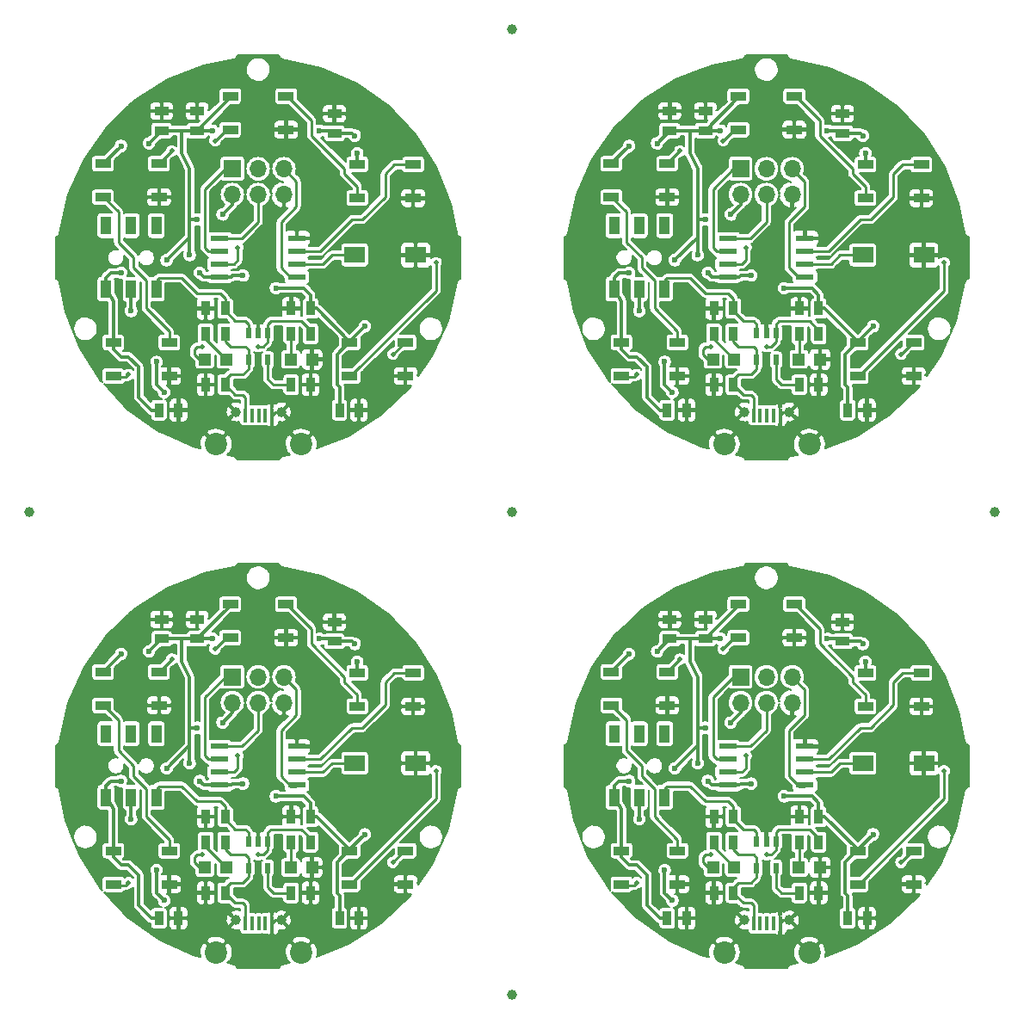
<source format=gtl>
G04 #@! TF.FileFunction,Copper,L1,Top,Signal*
%FSLAX46Y46*%
G04 Gerber Fmt 4.6, Leading zero omitted, Abs format (unit mm)*
G04 Created by KiCad (PCBNEW 4.0.7) date Wednesday 08 November 2017 'à' 20:08:32*
%MOMM*%
%LPD*%
G01*
G04 APERTURE LIST*
%ADD10C,0.100000*%
%ADD11R,0.889000X1.397000*%
%ADD12R,1.198880X1.198880*%
%ADD13R,1.500000X0.900000*%
%ADD14C,1.000760*%
%ADD15C,2.199640*%
%ADD16R,0.398780X1.348740*%
%ADD17R,1.998980X1.600200*%
%ADD18R,1.397000X0.889000*%
%ADD19R,1.700000X1.700000*%
%ADD20O,1.700000X1.700000*%
%ADD21R,0.551180X1.000760*%
%ADD22R,1.800000X0.600000*%
%ADD23R,1.000000X1.800000*%
%ADD24C,0.500000*%
%ADD25C,0.600000*%
%ADD26C,0.250000*%
%ADD27C,0.300000*%
%ADD28C,0.200000*%
G04 APERTURE END LIST*
D10*
D11*
X200155000Y-140000000D03*
X198250000Y-140000000D03*
X150155000Y-140000000D03*
X148250000Y-140000000D03*
X200155000Y-90000000D03*
X198250000Y-90000000D03*
X198250000Y-142500000D03*
X200155000Y-142500000D03*
X148250000Y-142500000D03*
X150155000Y-142500000D03*
X198250000Y-92500000D03*
X200155000Y-92500000D03*
D12*
X198200280Y-145000000D03*
X200298320Y-145000000D03*
X148200280Y-145000000D03*
X150298320Y-145000000D03*
X198200280Y-95000000D03*
X200298320Y-95000000D03*
D13*
X204000000Y-146650000D03*
X209500000Y-146650000D03*
X209500000Y-143350000D03*
X204000000Y-143350000D03*
X154000000Y-146650000D03*
X159500000Y-146650000D03*
X159500000Y-143350000D03*
X154000000Y-143350000D03*
X204000000Y-96650000D03*
X209500000Y-96650000D03*
X209500000Y-93350000D03*
X204000000Y-93350000D03*
D11*
X203000000Y-150000000D03*
X204905000Y-150000000D03*
X153000000Y-150000000D03*
X154905000Y-150000000D03*
X203000000Y-100000000D03*
X204905000Y-100000000D03*
X200155000Y-147500000D03*
X198250000Y-147500000D03*
X150155000Y-147500000D03*
X148250000Y-147500000D03*
X200155000Y-97500000D03*
X198250000Y-97500000D03*
D14*
X197275520Y-150174880D03*
D15*
X190862020Y-153354960D03*
D16*
X193750000Y-150500000D03*
X196350960Y-150500000D03*
X195050480Y-150500000D03*
X195700720Y-150500000D03*
X194400240Y-150500000D03*
D15*
X199238940Y-153354960D03*
D14*
X192825440Y-150174880D03*
X147275520Y-150174880D03*
D15*
X140862020Y-153354960D03*
D16*
X143750000Y-150500000D03*
X146350960Y-150500000D03*
X145050480Y-150500000D03*
X145700720Y-150500000D03*
X144400240Y-150500000D03*
D15*
X149238940Y-153354960D03*
D14*
X142825440Y-150174880D03*
X197275520Y-100174880D03*
D15*
X190862020Y-103354960D03*
D16*
X193750000Y-100500000D03*
X196350960Y-100500000D03*
X195050480Y-100500000D03*
X195700720Y-100500000D03*
X194400240Y-100500000D03*
D15*
X199238940Y-103354960D03*
D14*
X192825440Y-100174880D03*
D11*
X191750000Y-147500000D03*
X189845000Y-147500000D03*
X141750000Y-147500000D03*
X139845000Y-147500000D03*
X191750000Y-97500000D03*
X189845000Y-97500000D03*
D17*
X204500260Y-134750000D03*
X210499740Y-134750000D03*
X154500260Y-134750000D03*
X160499740Y-134750000D03*
X204500260Y-84750000D03*
X210499740Y-84750000D03*
D18*
X202500000Y-122750000D03*
X202500000Y-120845000D03*
X152500000Y-122750000D03*
X152500000Y-120845000D03*
X202500000Y-72750000D03*
X202500000Y-70845000D03*
D13*
X204750000Y-129150000D03*
X210250000Y-129150000D03*
X210250000Y-125850000D03*
X204750000Y-125850000D03*
X154750000Y-129150000D03*
X160250000Y-129150000D03*
X160250000Y-125850000D03*
X154750000Y-125850000D03*
X204750000Y-79150000D03*
X210250000Y-79150000D03*
X210250000Y-75850000D03*
X204750000Y-75850000D03*
D18*
X189000000Y-122500000D03*
X189000000Y-120595000D03*
X139000000Y-122500000D03*
X139000000Y-120595000D03*
X189000000Y-72500000D03*
X189000000Y-70595000D03*
D19*
X192460000Y-126250000D03*
D20*
X192460000Y-128790000D03*
X195000000Y-126250000D03*
X195000000Y-128790000D03*
X197540000Y-126250000D03*
X197540000Y-128790000D03*
D19*
X142460000Y-126250000D03*
D20*
X142460000Y-128790000D03*
X145000000Y-126250000D03*
X145000000Y-128790000D03*
X147540000Y-126250000D03*
X147540000Y-128790000D03*
D19*
X192460000Y-76250000D03*
D20*
X192460000Y-78790000D03*
X195000000Y-76250000D03*
X195000000Y-78790000D03*
X197540000Y-76250000D03*
X197540000Y-78790000D03*
D13*
X192250000Y-122400000D03*
X197750000Y-122400000D03*
X197750000Y-119100000D03*
X192250000Y-119100000D03*
X142250000Y-122400000D03*
X147750000Y-122400000D03*
X147750000Y-119100000D03*
X142250000Y-119100000D03*
X192250000Y-72400000D03*
X197750000Y-72400000D03*
X197750000Y-69100000D03*
X192250000Y-69100000D03*
D18*
X185500000Y-122500000D03*
X185500000Y-120595000D03*
X135500000Y-122500000D03*
X135500000Y-120595000D03*
X185500000Y-72500000D03*
X185500000Y-70595000D03*
D13*
X180750000Y-146650000D03*
X186250000Y-146650000D03*
X186250000Y-143350000D03*
X180750000Y-143350000D03*
X130750000Y-146650000D03*
X136250000Y-146650000D03*
X136250000Y-143350000D03*
X130750000Y-143350000D03*
X180750000Y-96650000D03*
X186250000Y-96650000D03*
X186250000Y-93350000D03*
X180750000Y-93350000D03*
D11*
X185250000Y-150000000D03*
X187155000Y-150000000D03*
X135250000Y-150000000D03*
X137155000Y-150000000D03*
X185250000Y-100000000D03*
X187155000Y-100000000D03*
D12*
X191846520Y-145000000D03*
X189748480Y-145000000D03*
X141846520Y-145000000D03*
X139748480Y-145000000D03*
X191846520Y-95000000D03*
X189748480Y-95000000D03*
D21*
X195000000Y-142449520D03*
X194050040Y-145050480D03*
X195949960Y-145050480D03*
X194047500Y-142449520D03*
X195952500Y-142449520D03*
X145000000Y-142449520D03*
X144050040Y-145050480D03*
X145949960Y-145050480D03*
X144047500Y-142449520D03*
X145952500Y-142449520D03*
X195000000Y-92449520D03*
X194050040Y-95050480D03*
X195949960Y-95050480D03*
X194047500Y-92449520D03*
X195952500Y-92449520D03*
D11*
X189845000Y-142500000D03*
X191750000Y-142500000D03*
X139845000Y-142500000D03*
X141750000Y-142500000D03*
X189845000Y-92500000D03*
X191750000Y-92500000D03*
X191750000Y-140000000D03*
X189845000Y-140000000D03*
X141750000Y-140000000D03*
X139845000Y-140000000D03*
X191750000Y-90000000D03*
X189845000Y-90000000D03*
D22*
X198800000Y-136905000D03*
X198800000Y-135635000D03*
X198800000Y-134365000D03*
X198800000Y-133095000D03*
X191200000Y-133095000D03*
X191200000Y-134365000D03*
X191200000Y-135635000D03*
X191200000Y-136905000D03*
X148800000Y-136905000D03*
X148800000Y-135635000D03*
X148800000Y-134365000D03*
X148800000Y-133095000D03*
X141200000Y-133095000D03*
X141200000Y-134365000D03*
X141200000Y-135635000D03*
X141200000Y-136905000D03*
X198800000Y-86905000D03*
X198800000Y-85635000D03*
X198800000Y-84365000D03*
X198800000Y-83095000D03*
X191200000Y-83095000D03*
X191200000Y-84365000D03*
X191200000Y-85635000D03*
X191200000Y-86905000D03*
D13*
X179750000Y-129050000D03*
X185250000Y-129050000D03*
X185250000Y-125750000D03*
X179750000Y-125750000D03*
X129750000Y-129050000D03*
X135250000Y-129050000D03*
X135250000Y-125750000D03*
X129750000Y-125750000D03*
X179750000Y-79050000D03*
X185250000Y-79050000D03*
X185250000Y-75750000D03*
X179750000Y-75750000D03*
D23*
X180010800Y-131850400D03*
X182500000Y-131850400D03*
X184989200Y-131850400D03*
X180010800Y-138098800D03*
X182500000Y-138098800D03*
X184989200Y-138098800D03*
X130010800Y-131850400D03*
X132500000Y-131850400D03*
X134989200Y-131850400D03*
X130010800Y-138098800D03*
X132500000Y-138098800D03*
X134989200Y-138098800D03*
X180010800Y-81850400D03*
X182500000Y-81850400D03*
X184989200Y-81850400D03*
X180010800Y-88098800D03*
X182500000Y-88098800D03*
X184989200Y-88098800D03*
D22*
X148800000Y-86905000D03*
X148800000Y-85635000D03*
X148800000Y-84365000D03*
X148800000Y-83095000D03*
X141200000Y-83095000D03*
X141200000Y-84365000D03*
X141200000Y-85635000D03*
X141200000Y-86905000D03*
D13*
X130750000Y-96650000D03*
X136250000Y-96650000D03*
X136250000Y-93350000D03*
X130750000Y-93350000D03*
X142250000Y-72400000D03*
X147750000Y-72400000D03*
X147750000Y-69100000D03*
X142250000Y-69100000D03*
X154750000Y-79150000D03*
X160250000Y-79150000D03*
X160250000Y-75850000D03*
X154750000Y-75850000D03*
D11*
X141750000Y-97500000D03*
X139845000Y-97500000D03*
X141750000Y-90000000D03*
X139845000Y-90000000D03*
D19*
X142460000Y-76250000D03*
D20*
X142460000Y-78790000D03*
X145000000Y-76250000D03*
X145000000Y-78790000D03*
X147540000Y-76250000D03*
X147540000Y-78790000D03*
D14*
X147275520Y-100174880D03*
D15*
X140862020Y-103354960D03*
D16*
X143750000Y-100500000D03*
X146350960Y-100500000D03*
X145050480Y-100500000D03*
X145700720Y-100500000D03*
X144400240Y-100500000D03*
D15*
X149238940Y-103354960D03*
D14*
X142825440Y-100174880D03*
D11*
X139845000Y-92500000D03*
X141750000Y-92500000D03*
X148250000Y-92500000D03*
X150155000Y-92500000D03*
X150155000Y-97500000D03*
X148250000Y-97500000D03*
D17*
X154500260Y-84750000D03*
X160499740Y-84750000D03*
D21*
X145000000Y-92449520D03*
X144050040Y-95050480D03*
X145949960Y-95050480D03*
X144047500Y-92449520D03*
X145952500Y-92449520D03*
D18*
X139000000Y-72500000D03*
X139000000Y-70595000D03*
X135500000Y-72500000D03*
X135500000Y-70595000D03*
X152500000Y-72750000D03*
X152500000Y-70845000D03*
D11*
X150155000Y-90000000D03*
X148250000Y-90000000D03*
D23*
X130010800Y-81850400D03*
X132500000Y-81850400D03*
X134989200Y-81850400D03*
X130010800Y-88098800D03*
X132500000Y-88098800D03*
X134989200Y-88098800D03*
D11*
X135250000Y-100000000D03*
X137155000Y-100000000D03*
X153000000Y-100000000D03*
X154905000Y-100000000D03*
D13*
X154000000Y-96650000D03*
X159500000Y-96650000D03*
X159500000Y-93350000D03*
X154000000Y-93350000D03*
X129750000Y-79050000D03*
X135250000Y-79050000D03*
X135250000Y-75750000D03*
X129750000Y-75750000D03*
D12*
X141846520Y-95000000D03*
X139748480Y-95000000D03*
X148200280Y-95000000D03*
X150298320Y-95000000D03*
D14*
X170000000Y-110000000D03*
X170000000Y-157500000D03*
X217500000Y-110000000D03*
X122500000Y-110000000D03*
X170000000Y-62500000D03*
D24*
X193000000Y-134000000D03*
X143000000Y-134000000D03*
X193000000Y-84000000D03*
X143000000Y-84000000D03*
D25*
X181500000Y-136500000D03*
X131500000Y-136500000D03*
X181500000Y-86500000D03*
X189250000Y-136500000D03*
X139250000Y-136500000D03*
X189250000Y-86500000D03*
X204500000Y-123000000D03*
X154500000Y-123000000D03*
X204500000Y-73000000D03*
X204750000Y-124750000D03*
X154750000Y-124750000D03*
X204750000Y-74750000D03*
X191500000Y-130750000D03*
X141500000Y-130750000D03*
X191500000Y-80750000D03*
X190500000Y-122500000D03*
X140500000Y-122500000D03*
X190500000Y-72500000D03*
X201000000Y-122500000D03*
X151000000Y-122500000D03*
X201000000Y-72500000D03*
X188250000Y-134750000D03*
X138250000Y-134750000D03*
X188250000Y-84750000D03*
X184250000Y-123750000D03*
X134250000Y-123750000D03*
X184250000Y-73750000D03*
X181500000Y-124000000D03*
X131500000Y-124000000D03*
X181500000Y-74000000D03*
X186000000Y-135250000D03*
X136000000Y-135250000D03*
X186000000Y-85250000D03*
X189000000Y-131250000D03*
X139000000Y-131250000D03*
X189000000Y-81250000D03*
X205500000Y-141750000D03*
X155500000Y-141750000D03*
X205500000Y-91750000D03*
X196750000Y-138000000D03*
X146750000Y-138000000D03*
X196750000Y-88000000D03*
X193500000Y-136750000D03*
X143500000Y-136750000D03*
X193500000Y-86750000D03*
X143500000Y-86750000D03*
X146750000Y-88000000D03*
X139250000Y-86500000D03*
X138250000Y-84750000D03*
X141500000Y-80750000D03*
X139000000Y-81250000D03*
X136000000Y-85250000D03*
X131500000Y-86500000D03*
X154750000Y-74750000D03*
X154500000Y-73000000D03*
X155500000Y-91750000D03*
X131500000Y-74000000D03*
X134250000Y-73750000D03*
X140500000Y-72500000D03*
X151000000Y-72500000D03*
D24*
X182250000Y-146500000D03*
X132250000Y-146500000D03*
X182250000Y-96500000D03*
X208250000Y-144500000D03*
X158250000Y-144500000D03*
X208250000Y-94500000D03*
X132250000Y-96500000D03*
X158250000Y-94500000D03*
X189500000Y-143750000D03*
X139500000Y-143750000D03*
X189500000Y-93750000D03*
X195000000Y-143750000D03*
X145000000Y-143750000D03*
X195000000Y-93750000D03*
X139500000Y-93750000D03*
X145000000Y-93750000D03*
X190750000Y-123500000D03*
X140750000Y-123500000D03*
X190750000Y-73500000D03*
X186500000Y-124500000D03*
X136500000Y-124500000D03*
X186500000Y-74500000D03*
X136500000Y-74500000D03*
X140750000Y-73500000D03*
X212500000Y-135500000D03*
X162500000Y-135500000D03*
X212500000Y-85500000D03*
X162500000Y-85500000D03*
D25*
X185000000Y-145250000D03*
X135000000Y-145250000D03*
X185000000Y-95250000D03*
X185750000Y-148250000D03*
X135750000Y-148250000D03*
X185750000Y-98250000D03*
X182500000Y-140250000D03*
X132500000Y-140250000D03*
X182500000Y-90250000D03*
X135750000Y-98250000D03*
X132500000Y-90250000D03*
X135000000Y-95250000D03*
D26*
X198750000Y-130000000D02*
X197250000Y-131500000D01*
X148750000Y-130000000D02*
X147250000Y-131500000D01*
X198750000Y-80000000D02*
X197250000Y-81500000D01*
X197500000Y-126250000D02*
X198750000Y-127500000D01*
X147500000Y-126250000D02*
X148750000Y-127500000D01*
X197500000Y-76250000D02*
X198750000Y-77500000D01*
X197540000Y-126250000D02*
X197500000Y-126250000D01*
X147540000Y-126250000D02*
X147500000Y-126250000D01*
X197540000Y-76250000D02*
X197500000Y-76250000D01*
X198750000Y-127500000D02*
X198750000Y-130000000D01*
X148750000Y-127500000D02*
X148750000Y-130000000D01*
X198750000Y-77500000D02*
X198750000Y-80000000D01*
X198250000Y-137000000D02*
X198750000Y-137000000D01*
X148250000Y-137000000D02*
X148750000Y-137000000D01*
X198250000Y-87000000D02*
X198750000Y-87000000D01*
X197250000Y-136000000D02*
X198250000Y-137000000D01*
X147250000Y-136000000D02*
X148250000Y-137000000D01*
X197250000Y-86000000D02*
X198250000Y-87000000D01*
X197250000Y-131500000D02*
X197250000Y-136000000D01*
X147250000Y-131500000D02*
X147250000Y-136000000D01*
X197250000Y-81500000D02*
X197250000Y-86000000D01*
X147540000Y-76250000D02*
X147500000Y-76250000D01*
X147500000Y-76250000D02*
X148750000Y-77500000D01*
X148750000Y-77500000D02*
X148750000Y-80000000D01*
X148750000Y-80000000D02*
X147250000Y-81500000D01*
X147250000Y-81500000D02*
X147250000Y-86000000D01*
X147250000Y-86000000D02*
X148250000Y-87000000D01*
X148250000Y-87000000D02*
X148750000Y-87000000D01*
X202250000Y-134750000D02*
X204500260Y-134750000D01*
X152250000Y-134750000D02*
X154500260Y-134750000D01*
X202250000Y-84750000D02*
X204500260Y-84750000D01*
X198800000Y-135635000D02*
X201365000Y-135635000D01*
X148800000Y-135635000D02*
X151365000Y-135635000D01*
X198800000Y-85635000D02*
X201365000Y-85635000D01*
X201365000Y-135635000D02*
X202250000Y-134750000D01*
X151365000Y-135635000D02*
X152250000Y-134750000D01*
X201365000Y-85635000D02*
X202250000Y-84750000D01*
X148800000Y-85635000D02*
X151365000Y-85635000D01*
X152250000Y-84750000D02*
X154500260Y-84750000D01*
X151365000Y-85635000D02*
X152250000Y-84750000D01*
X207500000Y-126750000D02*
X208400000Y-125850000D01*
X157500000Y-126750000D02*
X158400000Y-125850000D01*
X207500000Y-76750000D02*
X208400000Y-75850000D01*
X208400000Y-125850000D02*
X210250000Y-125850000D01*
X158400000Y-125850000D02*
X160250000Y-125850000D01*
X208400000Y-75850000D02*
X210250000Y-75850000D01*
X204250000Y-131250000D02*
X205250000Y-131250000D01*
X154250000Y-131250000D02*
X155250000Y-131250000D01*
X204250000Y-81250000D02*
X205250000Y-81250000D01*
X207500000Y-129000000D02*
X207500000Y-126750000D01*
X157500000Y-129000000D02*
X157500000Y-126750000D01*
X207500000Y-79000000D02*
X207500000Y-76750000D01*
X205250000Y-131250000D02*
X207500000Y-129000000D01*
X155250000Y-131250000D02*
X157500000Y-129000000D01*
X205250000Y-81250000D02*
X207500000Y-79000000D01*
X201135000Y-134365000D02*
X204250000Y-131250000D01*
X151135000Y-134365000D02*
X154250000Y-131250000D01*
X201135000Y-84365000D02*
X204250000Y-81250000D01*
X198800000Y-134365000D02*
X201135000Y-134365000D01*
X148800000Y-134365000D02*
X151135000Y-134365000D01*
X198800000Y-84365000D02*
X201135000Y-84365000D01*
X148800000Y-84365000D02*
X151135000Y-84365000D01*
X158400000Y-75850000D02*
X160250000Y-75850000D01*
X157500000Y-76750000D02*
X158400000Y-75850000D01*
X157500000Y-79000000D02*
X157500000Y-76750000D01*
X155250000Y-81250000D02*
X157500000Y-79000000D01*
X154250000Y-81250000D02*
X155250000Y-81250000D01*
X151135000Y-84365000D02*
X154250000Y-81250000D01*
X197275520Y-150174880D02*
X196676080Y-150174880D01*
X147275520Y-150174880D02*
X146676080Y-150174880D01*
X197275520Y-100174880D02*
X196676080Y-100174880D01*
X196676080Y-150174880D02*
X196350960Y-150500000D01*
X146676080Y-150174880D02*
X146350960Y-150500000D01*
X196676080Y-100174880D02*
X196350960Y-100500000D01*
X147275520Y-100174880D02*
X146676080Y-100174880D01*
X146676080Y-100174880D02*
X146350960Y-100500000D01*
X191200000Y-133095000D02*
X193405000Y-133095000D01*
X141200000Y-133095000D02*
X143405000Y-133095000D01*
X191200000Y-83095000D02*
X193405000Y-83095000D01*
X193405000Y-133095000D02*
X195000000Y-131500000D01*
X143405000Y-133095000D02*
X145000000Y-131500000D01*
X193405000Y-83095000D02*
X195000000Y-81500000D01*
X195000000Y-131500000D02*
X195000000Y-128790000D01*
X145000000Y-131500000D02*
X145000000Y-128790000D01*
X195000000Y-81500000D02*
X195000000Y-78790000D01*
X141200000Y-83095000D02*
X143405000Y-83095000D01*
X145000000Y-81500000D02*
X145000000Y-78790000D01*
X143405000Y-83095000D02*
X145000000Y-81500000D01*
X190115000Y-134365000D02*
X189750000Y-134000000D01*
X140115000Y-134365000D02*
X139750000Y-134000000D01*
X190115000Y-84365000D02*
X189750000Y-84000000D01*
X191200000Y-134365000D02*
X190115000Y-134365000D01*
X141200000Y-134365000D02*
X140115000Y-134365000D01*
X191200000Y-84365000D02*
X190115000Y-84365000D01*
X189750000Y-128250000D02*
X191750000Y-126250000D01*
X139750000Y-128250000D02*
X141750000Y-126250000D01*
X189750000Y-78250000D02*
X191750000Y-76250000D01*
X192460000Y-126250000D02*
X192500000Y-126250000D01*
X142460000Y-126250000D02*
X142500000Y-126250000D01*
X192460000Y-76250000D02*
X192500000Y-76250000D01*
X191750000Y-126250000D02*
X192460000Y-126250000D01*
X141750000Y-126250000D02*
X142460000Y-126250000D01*
X191750000Y-76250000D02*
X192460000Y-76250000D01*
X189750000Y-134000000D02*
X189750000Y-128250000D01*
X139750000Y-134000000D02*
X139750000Y-128250000D01*
X189750000Y-84000000D02*
X189750000Y-78250000D01*
X141200000Y-84365000D02*
X140115000Y-84365000D01*
X139750000Y-78250000D02*
X141750000Y-76250000D01*
X139750000Y-84000000D02*
X139750000Y-78250000D01*
X140115000Y-84365000D02*
X139750000Y-84000000D01*
X141750000Y-76250000D02*
X142460000Y-76250000D01*
X142460000Y-76250000D02*
X142500000Y-76250000D01*
X193000000Y-135250000D02*
X193000000Y-134000000D01*
X143000000Y-135250000D02*
X143000000Y-134000000D01*
X193000000Y-85250000D02*
X193000000Y-84000000D01*
X192615000Y-135635000D02*
X193000000Y-135250000D01*
X142615000Y-135635000D02*
X143000000Y-135250000D01*
X192615000Y-85635000D02*
X193000000Y-85250000D01*
X191200000Y-135635000D02*
X192615000Y-135635000D01*
X141200000Y-135635000D02*
X142615000Y-135635000D01*
X191200000Y-85635000D02*
X192615000Y-85635000D01*
X141200000Y-85635000D02*
X142615000Y-85635000D01*
X143000000Y-85250000D02*
X143000000Y-84000000D01*
X142615000Y-85635000D02*
X143000000Y-85250000D01*
D27*
X200155000Y-140000000D02*
X200750000Y-140000000D01*
X150155000Y-140000000D02*
X150750000Y-140000000D01*
X200155000Y-90000000D02*
X200750000Y-90000000D01*
X200155000Y-140000000D02*
X200155000Y-138655000D01*
X150155000Y-140000000D02*
X150155000Y-138655000D01*
X200155000Y-90000000D02*
X200155000Y-88655000D01*
X200155000Y-138655000D02*
X199500000Y-138000000D01*
X150155000Y-138655000D02*
X149500000Y-138000000D01*
X200155000Y-88655000D02*
X199500000Y-88000000D01*
X199500000Y-138000000D02*
X196750000Y-138000000D01*
X149500000Y-138000000D02*
X146750000Y-138000000D01*
X199500000Y-88000000D02*
X196750000Y-88000000D01*
X204000000Y-143350000D02*
X204000000Y-143250000D01*
X154000000Y-143350000D02*
X154000000Y-143250000D01*
X204000000Y-93350000D02*
X204000000Y-93250000D01*
X200750000Y-140000000D02*
X204000000Y-143250000D01*
X150750000Y-140000000D02*
X154000000Y-143250000D01*
X200750000Y-90000000D02*
X204000000Y-93250000D01*
X204000000Y-143250000D02*
X205500000Y-141750000D01*
X154000000Y-143250000D02*
X155500000Y-141750000D01*
X204000000Y-93250000D02*
X205500000Y-91750000D01*
X204000000Y-143350000D02*
X204000000Y-143250000D01*
X154000000Y-143350000D02*
X154000000Y-143250000D01*
X204000000Y-93350000D02*
X204000000Y-93250000D01*
X204000000Y-143250000D02*
X204000000Y-143350000D01*
X154000000Y-143250000D02*
X154000000Y-143350000D01*
X204000000Y-93250000D02*
X204000000Y-93350000D01*
X203000000Y-147750000D02*
X203000000Y-150000000D01*
X153000000Y-147750000D02*
X153000000Y-150000000D01*
X203000000Y-97750000D02*
X203000000Y-100000000D01*
X202750000Y-147500000D02*
X203000000Y-147750000D01*
X152750000Y-147500000D02*
X153000000Y-147750000D01*
X202750000Y-97500000D02*
X203000000Y-97750000D01*
X202750000Y-144500000D02*
X202750000Y-147500000D01*
X152750000Y-144500000D02*
X152750000Y-147500000D01*
X202750000Y-94500000D02*
X202750000Y-97500000D01*
X204000000Y-143250000D02*
X202750000Y-144500000D01*
X154000000Y-143250000D02*
X152750000Y-144500000D01*
X204000000Y-93250000D02*
X202750000Y-94500000D01*
X183250000Y-148750000D02*
X183250000Y-145750000D01*
X133250000Y-148750000D02*
X133250000Y-145750000D01*
X183250000Y-98750000D02*
X183250000Y-95750000D01*
X185250000Y-150000000D02*
X184500000Y-150000000D01*
X135250000Y-150000000D02*
X134500000Y-150000000D01*
X185250000Y-100000000D02*
X184500000Y-100000000D01*
X184000000Y-149500000D02*
X184500000Y-150000000D01*
X134000000Y-149500000D02*
X134500000Y-150000000D01*
X184000000Y-99500000D02*
X184500000Y-100000000D01*
X184000000Y-149500000D02*
X183250000Y-148750000D01*
X134000000Y-149500000D02*
X133250000Y-148750000D01*
X184000000Y-99500000D02*
X183250000Y-98750000D01*
X180750000Y-139250000D02*
X180750000Y-143350000D01*
X130750000Y-139250000D02*
X130750000Y-143350000D01*
X180750000Y-89250000D02*
X180750000Y-93350000D01*
X191200000Y-136905000D02*
X189655000Y-136905000D01*
X141200000Y-136905000D02*
X139655000Y-136905000D01*
X191200000Y-86905000D02*
X189655000Y-86905000D01*
X189655000Y-136905000D02*
X189250000Y-136500000D01*
X139655000Y-136905000D02*
X139250000Y-136500000D01*
X189655000Y-86905000D02*
X189250000Y-86500000D01*
X183250000Y-145750000D02*
X182250000Y-144750000D01*
X133250000Y-145750000D02*
X132250000Y-144750000D01*
X183250000Y-95750000D02*
X182250000Y-94750000D01*
X182250000Y-144750000D02*
X181500000Y-144750000D01*
X132250000Y-144750000D02*
X131500000Y-144750000D01*
X182250000Y-94750000D02*
X181500000Y-94750000D01*
X181500000Y-144750000D02*
X180750000Y-144000000D01*
X131500000Y-144750000D02*
X130750000Y-144000000D01*
X181500000Y-94750000D02*
X180750000Y-94000000D01*
X180750000Y-144000000D02*
X180750000Y-143350000D01*
X130750000Y-144000000D02*
X130750000Y-143350000D01*
X180750000Y-94000000D02*
X180750000Y-93350000D01*
X186000000Y-135250000D02*
X188250000Y-133000000D01*
X136000000Y-135250000D02*
X138250000Y-133000000D01*
X186000000Y-85250000D02*
X188250000Y-83000000D01*
X188250000Y-134750000D02*
X188250000Y-133000000D01*
X138250000Y-134750000D02*
X138250000Y-133000000D01*
X188250000Y-84750000D02*
X188250000Y-83000000D01*
X188250000Y-131250000D02*
X189000000Y-131250000D01*
X138250000Y-131250000D02*
X139000000Y-131250000D01*
X188250000Y-81250000D02*
X189000000Y-81250000D01*
X188250000Y-131250000D02*
X188250000Y-132000000D01*
X138250000Y-131250000D02*
X138250000Y-132000000D01*
X188250000Y-81250000D02*
X188250000Y-82000000D01*
X188250000Y-132000000D02*
X188250000Y-133000000D01*
X138250000Y-132000000D02*
X138250000Y-133000000D01*
X188250000Y-82000000D02*
X188250000Y-83000000D01*
X180500000Y-136500000D02*
X181500000Y-136500000D01*
X130500000Y-136500000D02*
X131500000Y-136500000D01*
X180500000Y-86500000D02*
X181500000Y-86500000D01*
X180010800Y-138098800D02*
X180010800Y-136989200D01*
X130010800Y-138098800D02*
X130010800Y-136989200D01*
X180010800Y-88098800D02*
X180010800Y-86989200D01*
X180010800Y-136989200D02*
X180500000Y-136500000D01*
X130010800Y-136989200D02*
X130500000Y-136500000D01*
X180010800Y-86989200D02*
X180500000Y-86500000D01*
X202500000Y-122750000D02*
X204250000Y-122750000D01*
X152500000Y-122750000D02*
X154250000Y-122750000D01*
X202500000Y-72750000D02*
X204250000Y-72750000D01*
X201000000Y-122500000D02*
X202250000Y-122500000D01*
X151000000Y-122500000D02*
X152250000Y-122500000D01*
X201000000Y-72500000D02*
X202250000Y-72500000D01*
X204250000Y-122750000D02*
X204500000Y-123000000D01*
X154250000Y-122750000D02*
X154500000Y-123000000D01*
X204250000Y-72750000D02*
X204500000Y-73000000D01*
X202250000Y-122500000D02*
X202500000Y-122750000D01*
X152250000Y-122500000D02*
X152500000Y-122750000D01*
X202250000Y-72500000D02*
X202500000Y-72750000D01*
X184250000Y-123750000D02*
X185500000Y-122500000D01*
X134250000Y-123750000D02*
X135500000Y-122500000D01*
X184250000Y-73750000D02*
X185500000Y-72500000D01*
X189000000Y-122500000D02*
X192250000Y-119250000D01*
X139000000Y-122500000D02*
X142250000Y-119250000D01*
X189000000Y-72500000D02*
X192250000Y-69250000D01*
X179750000Y-125750000D02*
X181500000Y-124000000D01*
X129750000Y-125750000D02*
X131500000Y-124000000D01*
X179750000Y-75750000D02*
X181500000Y-74000000D01*
X185500000Y-122500000D02*
X187500000Y-122500000D01*
X135500000Y-122500000D02*
X137500000Y-122500000D01*
X185500000Y-72500000D02*
X187500000Y-72500000D01*
X192250000Y-119250000D02*
X192250000Y-119100000D01*
X142250000Y-119250000D02*
X142250000Y-119100000D01*
X192250000Y-69250000D02*
X192250000Y-69100000D01*
X189000000Y-122500000D02*
X190500000Y-122500000D01*
X139000000Y-122500000D02*
X140500000Y-122500000D01*
X189000000Y-72500000D02*
X190500000Y-72500000D01*
X187500000Y-122500000D02*
X189000000Y-122500000D01*
X137500000Y-122500000D02*
X139000000Y-122500000D01*
X187500000Y-72500000D02*
X189000000Y-72500000D01*
X187500000Y-122500000D02*
X187500000Y-122750000D01*
X137500000Y-122500000D02*
X137500000Y-122750000D01*
X187500000Y-72500000D02*
X187500000Y-72750000D01*
X187500000Y-124750000D02*
X187500000Y-122750000D01*
X137500000Y-124750000D02*
X137500000Y-122750000D01*
X187500000Y-74750000D02*
X187500000Y-72750000D01*
X180000000Y-138000000D02*
X180750000Y-139250000D01*
X130000000Y-138000000D02*
X130750000Y-139250000D01*
X180000000Y-88000000D02*
X180750000Y-89250000D01*
X187500000Y-124750000D02*
X188250000Y-126250000D01*
X137500000Y-124750000D02*
X138250000Y-126250000D01*
X187500000Y-74750000D02*
X188250000Y-76250000D01*
X188250000Y-131250000D02*
X188250000Y-126250000D01*
X138250000Y-131250000D02*
X138250000Y-126250000D01*
X188250000Y-81250000D02*
X188250000Y-76250000D01*
X204750000Y-124750000D02*
X204750000Y-125850000D01*
X154750000Y-124750000D02*
X154750000Y-125850000D01*
X204750000Y-74750000D02*
X204750000Y-75850000D01*
X192460000Y-129790000D02*
X192460000Y-128790000D01*
X142460000Y-129790000D02*
X142460000Y-128790000D01*
X192460000Y-79790000D02*
X192460000Y-78790000D01*
X192460000Y-129790000D02*
X191500000Y-130750000D01*
X142460000Y-129790000D02*
X141500000Y-130750000D01*
X192460000Y-79790000D02*
X191500000Y-80750000D01*
X193500000Y-136750000D02*
X192500000Y-136750000D01*
X143500000Y-136750000D02*
X142500000Y-136750000D01*
X193500000Y-86750000D02*
X192500000Y-86750000D01*
X192345000Y-136905000D02*
X191200000Y-136905000D01*
X142345000Y-136905000D02*
X141200000Y-136905000D01*
X192345000Y-86905000D02*
X191200000Y-86905000D01*
X192500000Y-136750000D02*
X192345000Y-136905000D01*
X142500000Y-136750000D02*
X142345000Y-136905000D01*
X192500000Y-86750000D02*
X192345000Y-86905000D01*
X149500000Y-88000000D02*
X146750000Y-88000000D01*
X150155000Y-88655000D02*
X149500000Y-88000000D01*
X150155000Y-90000000D02*
X150155000Y-88655000D01*
X142345000Y-86905000D02*
X141200000Y-86905000D01*
X142500000Y-86750000D02*
X142345000Y-86905000D01*
X143500000Y-86750000D02*
X142500000Y-86750000D01*
X134000000Y-99500000D02*
X133250000Y-98750000D01*
X134000000Y-99500000D02*
X134500000Y-100000000D01*
X135250000Y-100000000D02*
X134500000Y-100000000D01*
X130750000Y-94000000D02*
X130750000Y-93350000D01*
X131500000Y-94750000D02*
X130750000Y-94000000D01*
X132250000Y-94750000D02*
X131500000Y-94750000D01*
X133250000Y-95750000D02*
X132250000Y-94750000D01*
X133250000Y-98750000D02*
X133250000Y-95750000D01*
X141200000Y-86905000D02*
X139655000Y-86905000D01*
X139655000Y-86905000D02*
X139250000Y-86500000D01*
X138250000Y-84750000D02*
X138250000Y-83000000D01*
X138250000Y-81250000D02*
X139000000Y-81250000D01*
X142460000Y-79790000D02*
X141500000Y-80750000D01*
X142460000Y-79790000D02*
X142460000Y-78790000D01*
X138250000Y-81250000D02*
X138250000Y-76250000D01*
X137500000Y-74750000D02*
X137500000Y-72750000D01*
X137500000Y-72500000D02*
X137500000Y-72750000D01*
X138250000Y-81250000D02*
X138250000Y-82000000D01*
X138250000Y-82000000D02*
X138250000Y-83000000D01*
X137500000Y-74750000D02*
X138250000Y-76250000D01*
X130010800Y-88098800D02*
X130010800Y-86989200D01*
X136000000Y-85250000D02*
X138250000Y-83000000D01*
X130500000Y-86500000D02*
X131500000Y-86500000D01*
X130010800Y-86989200D02*
X130500000Y-86500000D01*
X130000000Y-88000000D02*
X130750000Y-89250000D01*
X130750000Y-89250000D02*
X130750000Y-93350000D01*
X152500000Y-72750000D02*
X154250000Y-72750000D01*
X154750000Y-74750000D02*
X154750000Y-75850000D01*
X154250000Y-72750000D02*
X154500000Y-73000000D01*
X154000000Y-93350000D02*
X154000000Y-93250000D01*
X154000000Y-93250000D02*
X155500000Y-91750000D01*
X139000000Y-72500000D02*
X142250000Y-69250000D01*
X142250000Y-69250000D02*
X142250000Y-69100000D01*
X150155000Y-90000000D02*
X150750000Y-90000000D01*
X150750000Y-90000000D02*
X154000000Y-93250000D01*
X154000000Y-93250000D02*
X154000000Y-93350000D01*
X129750000Y-75750000D02*
X131500000Y-74000000D01*
X134250000Y-73750000D02*
X135500000Y-72500000D01*
X139000000Y-72500000D02*
X140500000Y-72500000D01*
X151000000Y-72500000D02*
X152250000Y-72500000D01*
X152250000Y-72500000D02*
X152500000Y-72750000D01*
X154000000Y-93350000D02*
X154000000Y-93250000D01*
X154000000Y-93250000D02*
X152750000Y-94500000D01*
X152750000Y-94500000D02*
X152750000Y-97500000D01*
X152750000Y-97500000D02*
X153000000Y-97750000D01*
X153000000Y-97750000D02*
X153000000Y-100000000D01*
X135500000Y-72500000D02*
X137500000Y-72500000D01*
X137500000Y-72500000D02*
X139000000Y-72500000D01*
D26*
X209500000Y-143350000D02*
X209500000Y-143250000D01*
X159500000Y-143350000D02*
X159500000Y-143250000D01*
X209500000Y-93350000D02*
X209500000Y-93250000D01*
X209500000Y-143250000D02*
X208250000Y-144500000D01*
X159500000Y-143250000D02*
X158250000Y-144500000D01*
X209500000Y-93250000D02*
X208250000Y-94500000D01*
X180750000Y-146750000D02*
X180750000Y-146650000D01*
X130750000Y-146750000D02*
X130750000Y-146650000D01*
X180750000Y-96750000D02*
X180750000Y-96650000D01*
X182000000Y-146750000D02*
X180750000Y-146750000D01*
X132000000Y-146750000D02*
X130750000Y-146750000D01*
X182000000Y-96750000D02*
X180750000Y-96750000D01*
X182250000Y-146500000D02*
X182000000Y-146750000D01*
X132250000Y-146500000D02*
X132000000Y-146750000D01*
X182250000Y-96500000D02*
X182000000Y-96750000D01*
X159500000Y-93250000D02*
X158250000Y-94500000D01*
X132000000Y-96750000D02*
X130750000Y-96750000D01*
X132250000Y-96500000D02*
X132000000Y-96750000D01*
X159500000Y-93350000D02*
X159500000Y-93250000D01*
X130750000Y-96750000D02*
X130750000Y-96650000D01*
X186250000Y-142250000D02*
X186250000Y-143350000D01*
X136250000Y-142250000D02*
X136250000Y-143350000D01*
X186250000Y-92250000D02*
X186250000Y-93350000D01*
X184000000Y-140000000D02*
X186250000Y-142250000D01*
X134000000Y-140000000D02*
X136250000Y-142250000D01*
X184000000Y-90000000D02*
X186250000Y-92250000D01*
X182750000Y-135000000D02*
X182750000Y-136000000D01*
X132750000Y-135000000D02*
X132750000Y-136000000D01*
X182750000Y-85000000D02*
X182750000Y-86000000D01*
X181250000Y-133500000D02*
X182750000Y-135000000D01*
X131250000Y-133500000D02*
X132750000Y-135000000D01*
X181250000Y-83500000D02*
X182750000Y-85000000D01*
X184000000Y-137250000D02*
X184000000Y-140000000D01*
X134000000Y-137250000D02*
X134000000Y-140000000D01*
X184000000Y-87250000D02*
X184000000Y-90000000D01*
X182750000Y-136000000D02*
X184000000Y-137250000D01*
X132750000Y-136000000D02*
X134000000Y-137250000D01*
X182750000Y-86000000D02*
X184000000Y-87250000D01*
X179750000Y-129050000D02*
X179750000Y-129000000D01*
X129750000Y-129050000D02*
X129750000Y-129000000D01*
X179750000Y-79050000D02*
X179750000Y-79000000D01*
X179750000Y-129000000D02*
X181250000Y-130500000D01*
X129750000Y-129000000D02*
X131250000Y-130500000D01*
X179750000Y-79000000D02*
X181250000Y-80500000D01*
X181250000Y-130500000D02*
X181250000Y-133500000D01*
X131250000Y-130500000D02*
X131250000Y-133500000D01*
X181250000Y-80500000D02*
X181250000Y-83500000D01*
X129750000Y-79050000D02*
X129750000Y-79000000D01*
X129750000Y-79000000D02*
X131250000Y-80500000D01*
X131250000Y-80500000D02*
X131250000Y-83500000D01*
X131250000Y-83500000D02*
X132750000Y-85000000D01*
X132750000Y-85000000D02*
X132750000Y-86000000D01*
X132750000Y-86000000D02*
X134000000Y-87250000D01*
X134000000Y-87250000D02*
X134000000Y-90000000D01*
X134000000Y-90000000D02*
X136250000Y-92250000D01*
X136250000Y-92250000D02*
X136250000Y-93350000D01*
X197750000Y-119100000D02*
X197750000Y-119000000D01*
X147750000Y-119100000D02*
X147750000Y-119000000D01*
X197750000Y-69100000D02*
X197750000Y-69000000D01*
X200250000Y-121500000D02*
X200250000Y-123000000D01*
X150250000Y-121500000D02*
X150250000Y-123000000D01*
X200250000Y-71500000D02*
X200250000Y-73000000D01*
X197750000Y-119000000D02*
X200250000Y-121500000D01*
X147750000Y-119000000D02*
X150250000Y-121500000D01*
X197750000Y-69000000D02*
X200250000Y-71500000D01*
X200250000Y-123000000D02*
X203500000Y-126250000D01*
X150250000Y-123000000D02*
X153500000Y-126250000D01*
X200250000Y-73000000D02*
X203500000Y-76250000D01*
X204750000Y-128000000D02*
X204750000Y-129150000D01*
X154750000Y-128000000D02*
X154750000Y-129150000D01*
X204750000Y-78000000D02*
X204750000Y-79150000D01*
X203500000Y-126250000D02*
X203500000Y-126750000D01*
X153500000Y-126250000D02*
X153500000Y-126750000D01*
X203500000Y-76250000D02*
X203500000Y-76750000D01*
X203500000Y-126750000D02*
X204750000Y-128000000D01*
X153500000Y-126750000D02*
X154750000Y-128000000D01*
X203500000Y-76750000D02*
X204750000Y-78000000D01*
X147750000Y-69100000D02*
X147750000Y-69000000D01*
X147750000Y-69000000D02*
X150250000Y-71500000D01*
X150250000Y-71500000D02*
X150250000Y-73000000D01*
X150250000Y-73000000D02*
X153500000Y-76250000D01*
X153500000Y-76250000D02*
X153500000Y-76750000D01*
X153500000Y-76750000D02*
X154750000Y-78000000D01*
X154750000Y-78000000D02*
X154750000Y-79150000D01*
X195952500Y-143297500D02*
X195952500Y-142449520D01*
X145952500Y-143297500D02*
X145952500Y-142449520D01*
X195952500Y-93297500D02*
X195952500Y-92449520D01*
X195952500Y-141547500D02*
X195952500Y-142449520D01*
X145952500Y-141547500D02*
X145952500Y-142449520D01*
X195952500Y-91547500D02*
X195952500Y-92449520D01*
X196250000Y-141250000D02*
X195952500Y-141547500D01*
X146250000Y-141250000D02*
X145952500Y-141547500D01*
X196250000Y-91250000D02*
X195952500Y-91547500D01*
X196500000Y-141250000D02*
X196250000Y-141250000D01*
X146500000Y-141250000D02*
X146250000Y-141250000D01*
X196500000Y-91250000D02*
X196250000Y-91250000D01*
X195500000Y-143750000D02*
X195952500Y-143297500D01*
X145500000Y-143750000D02*
X145952500Y-143297500D01*
X195500000Y-93750000D02*
X195952500Y-93297500D01*
X200155000Y-142155000D02*
X200155000Y-142500000D01*
X150155000Y-142155000D02*
X150155000Y-142500000D01*
X200155000Y-92155000D02*
X200155000Y-92500000D01*
X200155000Y-142155000D02*
X199250000Y-141250000D01*
X150155000Y-142155000D02*
X149250000Y-141250000D01*
X200155000Y-92155000D02*
X199250000Y-91250000D01*
X199250000Y-141250000D02*
X196500000Y-141250000D01*
X149250000Y-141250000D02*
X146500000Y-141250000D01*
X199250000Y-91250000D02*
X196500000Y-91250000D01*
X195000000Y-143750000D02*
X195500000Y-143750000D01*
X145000000Y-143750000D02*
X145500000Y-143750000D01*
X195000000Y-93750000D02*
X195500000Y-93750000D01*
X189000000Y-143750000D02*
X189500000Y-143750000D01*
X139000000Y-143750000D02*
X139500000Y-143750000D01*
X189000000Y-93750000D02*
X189500000Y-93750000D01*
X188750000Y-144500000D02*
X188750000Y-144000000D01*
X138750000Y-144500000D02*
X138750000Y-144000000D01*
X188750000Y-94500000D02*
X188750000Y-94000000D01*
X189250000Y-145000000D02*
X188750000Y-144500000D01*
X139250000Y-145000000D02*
X138750000Y-144500000D01*
X189250000Y-95000000D02*
X188750000Y-94500000D01*
X189748480Y-145000000D02*
X189250000Y-145000000D01*
X139748480Y-145000000D02*
X139250000Y-145000000D01*
X189748480Y-95000000D02*
X189250000Y-95000000D01*
X188750000Y-144000000D02*
X189000000Y-143750000D01*
X138750000Y-144000000D02*
X139000000Y-143750000D01*
X188750000Y-94000000D02*
X189000000Y-93750000D01*
X139748480Y-95000000D02*
X139250000Y-95000000D01*
X139250000Y-95000000D02*
X138750000Y-94500000D01*
X138750000Y-94500000D02*
X138750000Y-94000000D01*
X138750000Y-94000000D02*
X139000000Y-93750000D01*
X139000000Y-93750000D02*
X139500000Y-93750000D01*
X145000000Y-93750000D02*
X145500000Y-93750000D01*
X145952500Y-93297500D02*
X145952500Y-92449520D01*
X145500000Y-93750000D02*
X145952500Y-93297500D01*
X146500000Y-91250000D02*
X146250000Y-91250000D01*
X146250000Y-91250000D02*
X145952500Y-91547500D01*
X145952500Y-91547500D02*
X145952500Y-92449520D01*
X149250000Y-91250000D02*
X146500000Y-91250000D01*
X150155000Y-92155000D02*
X149250000Y-91250000D01*
X150155000Y-92155000D02*
X150155000Y-92500000D01*
X198250000Y-142500000D02*
X198250000Y-144950280D01*
X148250000Y-142500000D02*
X148250000Y-144950280D01*
X198250000Y-92500000D02*
X198250000Y-94950280D01*
X198250000Y-144950280D02*
X198200280Y-145000000D01*
X148250000Y-144950280D02*
X148200280Y-145000000D01*
X198250000Y-94950280D02*
X198200280Y-95000000D01*
X148250000Y-92500000D02*
X148250000Y-94950280D01*
X148250000Y-94950280D02*
X148200280Y-95000000D01*
X195949960Y-145050480D02*
X195949960Y-146949960D01*
X145949960Y-145050480D02*
X145949960Y-146949960D01*
X195949960Y-95050480D02*
X195949960Y-96949960D01*
X196500000Y-147500000D02*
X198250000Y-147500000D01*
X146500000Y-147500000D02*
X148250000Y-147500000D01*
X196500000Y-97500000D02*
X198250000Y-97500000D01*
X195949960Y-146949960D02*
X196500000Y-147500000D01*
X145949960Y-146949960D02*
X146500000Y-147500000D01*
X195949960Y-96949960D02*
X196500000Y-97500000D01*
X145949960Y-95050480D02*
X145949960Y-96949960D01*
X146500000Y-97500000D02*
X148250000Y-97500000D01*
X145949960Y-96949960D02*
X146500000Y-97500000D01*
X192250000Y-122500000D02*
X192250000Y-122400000D01*
X142250000Y-122500000D02*
X142250000Y-122400000D01*
X192250000Y-72500000D02*
X192250000Y-72400000D01*
X191750000Y-122500000D02*
X192250000Y-122500000D01*
X141750000Y-122500000D02*
X142250000Y-122500000D01*
X191750000Y-72500000D02*
X192250000Y-72500000D01*
X185250000Y-125750000D02*
X186500000Y-124500000D01*
X135250000Y-125750000D02*
X136500000Y-124500000D01*
X185250000Y-75750000D02*
X186500000Y-74500000D01*
X190750000Y-123500000D02*
X191750000Y-122500000D01*
X140750000Y-123500000D02*
X141750000Y-122500000D01*
X190750000Y-73500000D02*
X191750000Y-72500000D01*
X135250000Y-75750000D02*
X136500000Y-74500000D01*
X140750000Y-73500000D02*
X141750000Y-72500000D01*
X141750000Y-72500000D02*
X142250000Y-72500000D01*
X142250000Y-72500000D02*
X142250000Y-72400000D01*
X204000000Y-146650000D02*
X204000000Y-146750000D01*
X154000000Y-146650000D02*
X154000000Y-146750000D01*
X204000000Y-96650000D02*
X204000000Y-96750000D01*
X212500000Y-138250000D02*
X212500000Y-135500000D01*
X162500000Y-138250000D02*
X162500000Y-135500000D01*
X212500000Y-88250000D02*
X212500000Y-85500000D01*
X204000000Y-146750000D02*
X212500000Y-138250000D01*
X154000000Y-146750000D02*
X162500000Y-138250000D01*
X204000000Y-96750000D02*
X212500000Y-88250000D01*
X154000000Y-96650000D02*
X154000000Y-96750000D01*
X154000000Y-96750000D02*
X162500000Y-88250000D01*
X162500000Y-88250000D02*
X162500000Y-85500000D01*
X189845000Y-142500000D02*
X189845000Y-142998480D01*
X139845000Y-142500000D02*
X139845000Y-142998480D01*
X189845000Y-92500000D02*
X189845000Y-92998480D01*
X189845000Y-142998480D02*
X191846520Y-145000000D01*
X139845000Y-142998480D02*
X141846520Y-145000000D01*
X189845000Y-92998480D02*
X191846520Y-95000000D01*
X139845000Y-92500000D02*
X139845000Y-92998480D01*
X139845000Y-92998480D02*
X141846520Y-95000000D01*
X193500000Y-146500000D02*
X194050040Y-145949960D01*
X143500000Y-146500000D02*
X144050040Y-145949960D01*
X193500000Y-96500000D02*
X194050040Y-95949960D01*
X194050040Y-145949960D02*
X194050040Y-145050480D01*
X144050040Y-145949960D02*
X144050040Y-145050480D01*
X194050040Y-95949960D02*
X194050040Y-95050480D01*
X194050040Y-144050040D02*
X193750000Y-143750000D01*
X144050040Y-144050040D02*
X143750000Y-143750000D01*
X194050040Y-94050040D02*
X193750000Y-93750000D01*
X193750000Y-143750000D02*
X192250000Y-143750000D01*
X143750000Y-143750000D02*
X142250000Y-143750000D01*
X193750000Y-93750000D02*
X192250000Y-93750000D01*
X194050040Y-145050480D02*
X194050040Y-144050040D01*
X144050040Y-145050480D02*
X144050040Y-144050040D01*
X194050040Y-95050480D02*
X194050040Y-94050040D01*
X193750000Y-148750000D02*
X193500000Y-148500000D01*
X143750000Y-148750000D02*
X143500000Y-148500000D01*
X193750000Y-98750000D02*
X193500000Y-98500000D01*
X192750000Y-148500000D02*
X191750000Y-147500000D01*
X142750000Y-148500000D02*
X141750000Y-147500000D01*
X192750000Y-98500000D02*
X191750000Y-97500000D01*
X192250000Y-146500000D02*
X193500000Y-146500000D01*
X142250000Y-146500000D02*
X143500000Y-146500000D01*
X192250000Y-96500000D02*
X193500000Y-96500000D01*
X191750000Y-147000000D02*
X192250000Y-146500000D01*
X141750000Y-147000000D02*
X142250000Y-146500000D01*
X191750000Y-97000000D02*
X192250000Y-96500000D01*
X191750000Y-147500000D02*
X191750000Y-147000000D01*
X141750000Y-147500000D02*
X141750000Y-147000000D01*
X191750000Y-97500000D02*
X191750000Y-97000000D01*
X193500000Y-148500000D02*
X192750000Y-148500000D01*
X143500000Y-148500000D02*
X142750000Y-148500000D01*
X193500000Y-98500000D02*
X192750000Y-98500000D01*
X193750000Y-150500000D02*
X193750000Y-148750000D01*
X143750000Y-150500000D02*
X143750000Y-148750000D01*
X193750000Y-100500000D02*
X193750000Y-98750000D01*
X191750000Y-143250000D02*
X191750000Y-142500000D01*
X141750000Y-143250000D02*
X141750000Y-142500000D01*
X191750000Y-93250000D02*
X191750000Y-92500000D01*
X192250000Y-143750000D02*
X191750000Y-143250000D01*
X142250000Y-143750000D02*
X141750000Y-143250000D01*
X192250000Y-93750000D02*
X191750000Y-93250000D01*
X144050040Y-95050480D02*
X144050040Y-94050040D01*
X141750000Y-93250000D02*
X141750000Y-92500000D01*
X142250000Y-93750000D02*
X141750000Y-93250000D01*
X143750000Y-93750000D02*
X142250000Y-93750000D01*
X144050040Y-94050040D02*
X143750000Y-93750000D01*
X141750000Y-97500000D02*
X141750000Y-97000000D01*
X141750000Y-97000000D02*
X142250000Y-96500000D01*
X144050040Y-95949960D02*
X144050040Y-95050480D01*
X143500000Y-96500000D02*
X144050040Y-95949960D01*
X142250000Y-96500000D02*
X143500000Y-96500000D01*
X143750000Y-100500000D02*
X143750000Y-98750000D01*
X142750000Y-98500000D02*
X141750000Y-97500000D01*
X143500000Y-98500000D02*
X142750000Y-98500000D01*
X143750000Y-98750000D02*
X143500000Y-98500000D01*
X184989200Y-137260800D02*
X185250000Y-137000000D01*
X134989200Y-137260800D02*
X135250000Y-137000000D01*
X184989200Y-87260800D02*
X185250000Y-87000000D01*
X184989200Y-138098800D02*
X184989200Y-137260800D01*
X134989200Y-138098800D02*
X134989200Y-137260800D01*
X184989200Y-88098800D02*
X184989200Y-87260800D01*
X185250000Y-137000000D02*
X187500000Y-137000000D01*
X135250000Y-137000000D02*
X137500000Y-137000000D01*
X185250000Y-87000000D02*
X187500000Y-87000000D01*
X187500000Y-137000000D02*
X189000000Y-138500000D01*
X137500000Y-137000000D02*
X139000000Y-138500000D01*
X187500000Y-87000000D02*
X189000000Y-88500000D01*
X189000000Y-138500000D02*
X191250000Y-138500000D01*
X139000000Y-138500000D02*
X141250000Y-138500000D01*
X189000000Y-88500000D02*
X191250000Y-88500000D01*
X191750000Y-140000000D02*
X191750000Y-140250000D01*
X141750000Y-140000000D02*
X141750000Y-140250000D01*
X191750000Y-90000000D02*
X191750000Y-90250000D01*
X191250000Y-138500000D02*
X191750000Y-139000000D01*
X141250000Y-138500000D02*
X141750000Y-139000000D01*
X191250000Y-88500000D02*
X191750000Y-89000000D01*
X191750000Y-139000000D02*
X191750000Y-140000000D01*
X141750000Y-139000000D02*
X141750000Y-140000000D01*
X191750000Y-89000000D02*
X191750000Y-90000000D01*
X192750000Y-141250000D02*
X193750000Y-141250000D01*
X142750000Y-141250000D02*
X143750000Y-141250000D01*
X192750000Y-91250000D02*
X193750000Y-91250000D01*
X191750000Y-140250000D02*
X192750000Y-141250000D01*
X141750000Y-140250000D02*
X142750000Y-141250000D01*
X191750000Y-90250000D02*
X192750000Y-91250000D01*
X194047500Y-141547500D02*
X194047500Y-142449520D01*
X144047500Y-141547500D02*
X144047500Y-142449520D01*
X194047500Y-91547500D02*
X194047500Y-92449520D01*
X193750000Y-141250000D02*
X194047500Y-141547500D01*
X143750000Y-141250000D02*
X144047500Y-141547500D01*
X193750000Y-91250000D02*
X194047500Y-91547500D01*
X141750000Y-90000000D02*
X141750000Y-90250000D01*
X141750000Y-90250000D02*
X142750000Y-91250000D01*
X144047500Y-91547500D02*
X144047500Y-92449520D01*
X143750000Y-91250000D02*
X144047500Y-91547500D01*
X142750000Y-91250000D02*
X143750000Y-91250000D01*
X134989200Y-88098800D02*
X134989200Y-87260800D01*
X141750000Y-89000000D02*
X141750000Y-90000000D01*
X141250000Y-88500000D02*
X141750000Y-89000000D01*
X139000000Y-88500000D02*
X141250000Y-88500000D01*
X137500000Y-87000000D02*
X139000000Y-88500000D01*
X135250000Y-87000000D02*
X137500000Y-87000000D01*
X134989200Y-87260800D02*
X135250000Y-87000000D01*
D27*
X185000000Y-147500000D02*
X185750000Y-148250000D01*
X135000000Y-147500000D02*
X135750000Y-148250000D01*
X185000000Y-97500000D02*
X185750000Y-98250000D01*
X185000000Y-147500000D02*
X185000000Y-145250000D01*
X135000000Y-147500000D02*
X135000000Y-145250000D01*
X185000000Y-97500000D02*
X185000000Y-95250000D01*
X182500000Y-140250000D02*
X182500000Y-138098800D01*
X132500000Y-140250000D02*
X132500000Y-138098800D01*
X182500000Y-90250000D02*
X182500000Y-88098800D01*
X135000000Y-97500000D02*
X135000000Y-95250000D01*
X135000000Y-97500000D02*
X135750000Y-98250000D01*
X132500000Y-90250000D02*
X132500000Y-88098800D01*
D28*
G36*
X147045146Y-65129024D02*
X147055008Y-65166155D01*
X147058529Y-65173350D01*
X147060841Y-65181008D01*
X147078865Y-65214906D01*
X147095755Y-65249422D01*
X147100604Y-65255793D01*
X147104362Y-65262861D01*
X147128635Y-65292622D01*
X147151901Y-65323191D01*
X147157896Y-65328500D01*
X147162954Y-65334701D01*
X147192554Y-65359189D01*
X147221306Y-65384648D01*
X147228211Y-65388687D01*
X147234383Y-65393793D01*
X147268179Y-65412066D01*
X147301325Y-65431455D01*
X147308889Y-65434078D01*
X147315930Y-65437885D01*
X147352607Y-65449238D01*
X147388912Y-65461828D01*
X147395371Y-65463333D01*
X151187012Y-66319556D01*
X154697569Y-67877054D01*
X157838744Y-70086759D01*
X160490896Y-72864504D01*
X162553004Y-76104486D01*
X163948534Y-79688460D01*
X164534371Y-82593887D01*
X164547213Y-82635892D01*
X164559588Y-82677938D01*
X164560744Y-82680150D01*
X164561475Y-82682540D01*
X164582197Y-82721185D01*
X164602537Y-82760093D01*
X164604105Y-82762043D01*
X164605283Y-82764240D01*
X164633102Y-82798109D01*
X164660625Y-82832340D01*
X164662538Y-82833945D01*
X164664124Y-82835876D01*
X164698016Y-82863714D01*
X164731641Y-82891929D01*
X164733833Y-82893134D01*
X164735760Y-82894717D01*
X164774437Y-82915456D01*
X164812878Y-82936589D01*
X164815254Y-82937343D01*
X164817459Y-82938525D01*
X164859464Y-82951367D01*
X164900000Y-82964226D01*
X164900000Y-87036383D01*
X164870976Y-87045146D01*
X164833845Y-87055008D01*
X164826650Y-87058529D01*
X164818992Y-87060841D01*
X164785094Y-87078865D01*
X164750578Y-87095755D01*
X164744207Y-87100604D01*
X164737139Y-87104362D01*
X164707378Y-87128635D01*
X164676809Y-87151901D01*
X164671500Y-87157897D01*
X164665299Y-87162954D01*
X164640819Y-87192545D01*
X164615352Y-87221305D01*
X164611311Y-87228213D01*
X164606207Y-87234383D01*
X164587934Y-87268179D01*
X164568546Y-87301324D01*
X164565924Y-87308886D01*
X164562115Y-87315930D01*
X164550756Y-87352624D01*
X164538173Y-87388911D01*
X164536667Y-87395370D01*
X163680443Y-91187016D01*
X162122945Y-94697570D01*
X160750000Y-96649262D01*
X160750000Y-96549998D01*
X160625002Y-96549998D01*
X160750000Y-96425000D01*
X160750000Y-96150755D01*
X160730785Y-96054156D01*
X160693094Y-95963161D01*
X160638376Y-95881269D01*
X160568732Y-95811625D01*
X160486839Y-95756906D01*
X160395845Y-95719215D01*
X160299246Y-95700000D01*
X159725000Y-95700000D01*
X159600000Y-95825000D01*
X159600000Y-96550000D01*
X159620000Y-96550000D01*
X159620000Y-96750000D01*
X159600000Y-96750000D01*
X159600000Y-97475000D01*
X159725000Y-97600000D01*
X160081189Y-97600000D01*
X159913241Y-97838744D01*
X157135496Y-100490895D01*
X153895516Y-102553003D01*
X150785757Y-103763883D01*
X150822401Y-103632273D01*
X150846076Y-103318026D01*
X150807990Y-103005200D01*
X150709606Y-102705813D01*
X150595744Y-102492791D01*
X150355592Y-102379729D01*
X149380361Y-103354960D01*
X149394504Y-103369103D01*
X149253083Y-103510524D01*
X149238940Y-103496381D01*
X149224798Y-103510524D01*
X149083377Y-103369103D01*
X149097519Y-103354960D01*
X148122288Y-102379729D01*
X147882136Y-102492791D01*
X147740006Y-102774057D01*
X147655479Y-103077647D01*
X147631804Y-103391894D01*
X147669890Y-103704720D01*
X147768274Y-104004107D01*
X147882136Y-104217129D01*
X148122286Y-104330190D01*
X148047414Y-104405062D01*
X147406113Y-104534371D01*
X147364108Y-104547213D01*
X147322062Y-104559588D01*
X147319850Y-104560744D01*
X147317460Y-104561475D01*
X147278815Y-104582197D01*
X147239907Y-104602537D01*
X147237957Y-104604105D01*
X147235760Y-104605283D01*
X147201891Y-104633102D01*
X147167660Y-104660625D01*
X147166055Y-104662538D01*
X147164124Y-104664124D01*
X147136286Y-104698016D01*
X147108071Y-104731641D01*
X147106866Y-104733833D01*
X147105283Y-104735760D01*
X147084544Y-104774437D01*
X147063411Y-104812878D01*
X147062657Y-104815254D01*
X147061475Y-104817459D01*
X147048633Y-104859464D01*
X147035774Y-104900000D01*
X142963617Y-104900000D01*
X142954854Y-104870976D01*
X142944992Y-104833845D01*
X142941471Y-104826650D01*
X142939159Y-104818992D01*
X142921135Y-104785094D01*
X142904245Y-104750578D01*
X142899396Y-104744207D01*
X142895638Y-104737139D01*
X142871365Y-104707378D01*
X142848099Y-104676809D01*
X142842103Y-104671500D01*
X142837046Y-104665299D01*
X142807455Y-104640819D01*
X142778695Y-104615352D01*
X142771787Y-104611311D01*
X142765617Y-104606207D01*
X142731821Y-104587934D01*
X142698676Y-104568546D01*
X142691114Y-104565924D01*
X142684070Y-104562115D01*
X142647376Y-104550756D01*
X142611089Y-104538173D01*
X142604630Y-104536667D01*
X142062794Y-104414310D01*
X141978674Y-104330190D01*
X142218824Y-104217129D01*
X142360954Y-103935863D01*
X142445481Y-103632273D01*
X142469156Y-103318026D01*
X142431070Y-103005200D01*
X142332686Y-102705813D01*
X142218824Y-102492791D01*
X141978672Y-102379729D01*
X141003441Y-103354960D01*
X141017584Y-103369103D01*
X140876163Y-103510524D01*
X140862020Y-103496381D01*
X140847878Y-103510524D01*
X140706457Y-103369103D01*
X140720599Y-103354960D01*
X139745368Y-102379729D01*
X139505216Y-102492791D01*
X139363086Y-102774057D01*
X139278559Y-103077647D01*
X139254884Y-103391894D01*
X139292970Y-103704720D01*
X139322827Y-103795575D01*
X138812984Y-103680443D01*
X135562455Y-102238308D01*
X139886789Y-102238308D01*
X140862020Y-103213539D01*
X141837251Y-102238308D01*
X148263709Y-102238308D01*
X149238940Y-103213539D01*
X150214171Y-102238308D01*
X150101109Y-101998156D01*
X149819843Y-101856026D01*
X149516253Y-101771499D01*
X149202006Y-101747824D01*
X148889180Y-101785910D01*
X148589793Y-101884294D01*
X148376771Y-101998156D01*
X148263709Y-102238308D01*
X141837251Y-102238308D01*
X141724189Y-101998156D01*
X141442923Y-101856026D01*
X141139333Y-101771499D01*
X140825086Y-101747824D01*
X140512260Y-101785910D01*
X140212873Y-101884294D01*
X139999851Y-101998156D01*
X139886789Y-102238308D01*
X135562455Y-102238308D01*
X135302430Y-102122945D01*
X132161256Y-99913241D01*
X129810354Y-97451010D01*
X129888024Y-97486022D01*
X130000000Y-97501935D01*
X131500000Y-97501935D01*
X131563698Y-97496855D01*
X131671738Y-97463398D01*
X131766179Y-97401165D01*
X131839543Y-97315086D01*
X131857613Y-97275000D01*
X132000000Y-97275000D01*
X132048205Y-97270273D01*
X132096575Y-97266042D01*
X132099233Y-97265270D01*
X132101973Y-97265001D01*
X132148350Y-97250999D01*
X132194968Y-97237455D01*
X132197417Y-97236186D01*
X132200062Y-97235387D01*
X132242932Y-97212593D01*
X132285935Y-97190302D01*
X132288089Y-97188582D01*
X132290531Y-97187284D01*
X132328150Y-97156602D01*
X132344754Y-97143348D01*
X132425644Y-97129085D01*
X132544488Y-97082988D01*
X132652116Y-97014685D01*
X132700000Y-96969086D01*
X132700000Y-98750000D01*
X132704958Y-98800562D01*
X132709386Y-98851173D01*
X132710193Y-98853950D01*
X132710475Y-98856829D01*
X132725162Y-98905476D01*
X132739333Y-98954252D01*
X132740664Y-98956819D01*
X132741500Y-98959589D01*
X132765368Y-99004479D01*
X132788732Y-99049552D01*
X132790534Y-99051810D01*
X132791893Y-99054365D01*
X132824035Y-99093775D01*
X132855700Y-99133441D01*
X132859668Y-99137466D01*
X132859736Y-99137549D01*
X132859813Y-99137612D01*
X132861091Y-99138909D01*
X134111091Y-100388909D01*
X134150343Y-100421150D01*
X134189268Y-100453812D01*
X134191805Y-100455207D01*
X134194038Y-100457041D01*
X134238817Y-100481052D01*
X134283332Y-100505524D01*
X134286086Y-100506398D01*
X134288638Y-100507766D01*
X134337267Y-100522633D01*
X134385649Y-100537981D01*
X134388521Y-100538303D01*
X134391288Y-100539149D01*
X134403565Y-100540396D01*
X134403565Y-100698500D01*
X134408645Y-100762198D01*
X134442102Y-100870238D01*
X134504335Y-100964679D01*
X134590414Y-101038043D01*
X134693524Y-101084522D01*
X134805500Y-101100435D01*
X135694500Y-101100435D01*
X135758198Y-101095355D01*
X135866238Y-101061898D01*
X135960679Y-100999665D01*
X136034043Y-100913586D01*
X136080522Y-100810476D01*
X136096435Y-100698500D01*
X136096435Y-100225000D01*
X136210500Y-100225000D01*
X136210500Y-100747745D01*
X136229715Y-100844344D01*
X136267406Y-100935339D01*
X136322124Y-101017231D01*
X136391768Y-101086875D01*
X136473661Y-101141594D01*
X136564655Y-101179285D01*
X136661254Y-101198500D01*
X136930000Y-101198500D01*
X137055000Y-101073500D01*
X137055000Y-100100000D01*
X137255000Y-100100000D01*
X137255000Y-101073500D01*
X137380000Y-101198500D01*
X137648746Y-101198500D01*
X137745345Y-101179285D01*
X137836339Y-101141594D01*
X137918232Y-101086875D01*
X137987876Y-101017231D01*
X138042594Y-100935339D01*
X138080285Y-100844344D01*
X138099500Y-100747745D01*
X138099500Y-100235534D01*
X141822051Y-100235534D01*
X141853164Y-100430120D01*
X141921641Y-100614898D01*
X141957455Y-100681901D01*
X142136350Y-100722549D01*
X142684019Y-100174880D01*
X142136350Y-99627211D01*
X141957455Y-99667859D01*
X141875219Y-99846937D01*
X141829498Y-100038617D01*
X141822051Y-100235534D01*
X138099500Y-100235534D01*
X138099500Y-100225000D01*
X137974500Y-100100000D01*
X137255000Y-100100000D01*
X137055000Y-100100000D01*
X136335500Y-100100000D01*
X136210500Y-100225000D01*
X136096435Y-100225000D01*
X136096435Y-99301500D01*
X136092508Y-99252255D01*
X136210500Y-99252255D01*
X136210500Y-99775000D01*
X136335500Y-99900000D01*
X137055000Y-99900000D01*
X137055000Y-98926500D01*
X137255000Y-98926500D01*
X137255000Y-99900000D01*
X137974500Y-99900000D01*
X138099500Y-99775000D01*
X138099500Y-99252255D01*
X138080285Y-99155656D01*
X138042594Y-99064661D01*
X137987876Y-98982769D01*
X137918232Y-98913125D01*
X137836339Y-98858406D01*
X137745345Y-98820715D01*
X137648746Y-98801500D01*
X137380000Y-98801500D01*
X137255000Y-98926500D01*
X137055000Y-98926500D01*
X136930000Y-98801500D01*
X136661254Y-98801500D01*
X136564655Y-98820715D01*
X136473661Y-98858406D01*
X136391768Y-98913125D01*
X136322124Y-98982769D01*
X136267406Y-99064661D01*
X136229715Y-99155656D01*
X136210500Y-99252255D01*
X136092508Y-99252255D01*
X136091355Y-99237802D01*
X136057898Y-99129762D01*
X135995665Y-99035321D01*
X135909586Y-98961957D01*
X135862915Y-98940919D01*
X135939155Y-98927476D01*
X136067141Y-98877833D01*
X136183048Y-98804277D01*
X136282460Y-98709608D01*
X136361591Y-98597432D01*
X136417427Y-98472023D01*
X136447841Y-98338158D01*
X136450030Y-98181361D01*
X136423366Y-98046699D01*
X136371054Y-97919780D01*
X136295086Y-97805439D01*
X136215207Y-97725000D01*
X138900500Y-97725000D01*
X138900500Y-98247745D01*
X138919715Y-98344344D01*
X138957406Y-98435339D01*
X139012124Y-98517231D01*
X139081768Y-98586875D01*
X139163661Y-98641594D01*
X139254655Y-98679285D01*
X139351254Y-98698500D01*
X139620000Y-98698500D01*
X139745000Y-98573500D01*
X139745000Y-97600000D01*
X139945000Y-97600000D01*
X139945000Y-98573500D01*
X140070000Y-98698500D01*
X140338746Y-98698500D01*
X140435345Y-98679285D01*
X140526339Y-98641594D01*
X140608232Y-98586875D01*
X140677876Y-98517231D01*
X140732594Y-98435339D01*
X140770285Y-98344344D01*
X140789500Y-98247745D01*
X140789500Y-97725000D01*
X140664500Y-97600000D01*
X139945000Y-97600000D01*
X139745000Y-97600000D01*
X139025500Y-97600000D01*
X138900500Y-97725000D01*
X136215207Y-97725000D01*
X136198356Y-97708031D01*
X136084548Y-97631267D01*
X136010167Y-97600000D01*
X136025000Y-97600000D01*
X136150000Y-97475000D01*
X136150000Y-96750000D01*
X136350000Y-96750000D01*
X136350000Y-97475000D01*
X136475000Y-97600000D01*
X137049246Y-97600000D01*
X137145845Y-97580785D01*
X137236839Y-97543094D01*
X137318732Y-97488375D01*
X137388376Y-97418731D01*
X137443094Y-97336839D01*
X137480785Y-97245844D01*
X137500000Y-97149245D01*
X137500000Y-96875000D01*
X137377255Y-96752255D01*
X138900500Y-96752255D01*
X138900500Y-97275000D01*
X139025500Y-97400000D01*
X139745000Y-97400000D01*
X139745000Y-96426500D01*
X139945000Y-96426500D01*
X139945000Y-97400000D01*
X140664500Y-97400000D01*
X140789500Y-97275000D01*
X140789500Y-96752255D01*
X140770285Y-96655656D01*
X140732594Y-96564661D01*
X140677876Y-96482769D01*
X140608232Y-96413125D01*
X140526339Y-96358406D01*
X140435345Y-96320715D01*
X140338746Y-96301500D01*
X140070000Y-96301500D01*
X139945000Y-96426500D01*
X139745000Y-96426500D01*
X139620000Y-96301500D01*
X139351254Y-96301500D01*
X139254655Y-96320715D01*
X139163661Y-96358406D01*
X139081768Y-96413125D01*
X139012124Y-96482769D01*
X138957406Y-96564661D01*
X138919715Y-96655656D01*
X138900500Y-96752255D01*
X137377255Y-96752255D01*
X137375000Y-96750000D01*
X136350000Y-96750000D01*
X136150000Y-96750000D01*
X136130000Y-96750000D01*
X136130000Y-96550000D01*
X136150000Y-96550000D01*
X136150000Y-95825000D01*
X136350000Y-95825000D01*
X136350000Y-96550000D01*
X137375000Y-96550000D01*
X137500000Y-96425000D01*
X137500000Y-96150755D01*
X137480785Y-96054156D01*
X137443094Y-95963161D01*
X137388376Y-95881269D01*
X137318732Y-95811625D01*
X137236839Y-95756906D01*
X137145845Y-95719215D01*
X137049246Y-95700000D01*
X136475000Y-95700000D01*
X136350000Y-95825000D01*
X136150000Y-95825000D01*
X136025000Y-95700000D01*
X135550000Y-95700000D01*
X135550000Y-95684743D01*
X135611591Y-95597432D01*
X135667427Y-95472023D01*
X135697841Y-95338158D01*
X135700030Y-95181361D01*
X135673366Y-95046699D01*
X135621054Y-94919780D01*
X135545086Y-94805439D01*
X135448356Y-94708031D01*
X135334548Y-94631267D01*
X135207997Y-94578070D01*
X135073524Y-94550466D01*
X134936250Y-94549508D01*
X134801405Y-94575231D01*
X134674124Y-94626656D01*
X134559255Y-94701824D01*
X134461174Y-94797872D01*
X134383617Y-94911141D01*
X134329538Y-95037317D01*
X134300997Y-95171594D01*
X134299080Y-95308858D01*
X134323861Y-95443880D01*
X134374396Y-95571517D01*
X134448760Y-95686907D01*
X134450000Y-95688191D01*
X134450000Y-97500000D01*
X134454958Y-97550562D01*
X134459386Y-97601173D01*
X134460193Y-97603950D01*
X134460475Y-97606829D01*
X134475162Y-97655476D01*
X134489333Y-97704252D01*
X134490664Y-97706819D01*
X134491500Y-97709589D01*
X134515368Y-97754479D01*
X134538732Y-97799552D01*
X134540534Y-97801810D01*
X134541893Y-97804365D01*
X134574035Y-97843775D01*
X134605700Y-97883441D01*
X134609668Y-97887466D01*
X134609736Y-97887549D01*
X134609813Y-97887612D01*
X134611091Y-97888909D01*
X135053135Y-98330953D01*
X135073861Y-98443880D01*
X135124396Y-98571517D01*
X135198760Y-98686907D01*
X135294121Y-98785656D01*
X135406846Y-98864002D01*
X135488246Y-98899565D01*
X134805500Y-98899565D01*
X134741802Y-98904645D01*
X134633762Y-98938102D01*
X134539321Y-99000335D01*
X134465957Y-99086414D01*
X134434350Y-99156532D01*
X133800000Y-98522182D01*
X133800000Y-95750000D01*
X133795047Y-95699484D01*
X133790615Y-95648827D01*
X133789807Y-95646045D01*
X133789525Y-95643171D01*
X133774850Y-95594565D01*
X133760667Y-95545748D01*
X133759336Y-95543181D01*
X133758500Y-95540411D01*
X133734642Y-95495540D01*
X133711269Y-95450449D01*
X133709465Y-95448189D01*
X133708107Y-95445635D01*
X133675975Y-95406237D01*
X133644301Y-95366560D01*
X133640335Y-95362538D01*
X133640264Y-95362451D01*
X133640183Y-95362384D01*
X133638909Y-95361092D01*
X132638909Y-94361091D01*
X132599657Y-94328850D01*
X132560732Y-94296188D01*
X132558195Y-94294793D01*
X132555962Y-94292959D01*
X132511183Y-94268948D01*
X132466668Y-94244476D01*
X132463914Y-94243602D01*
X132461362Y-94242234D01*
X132412733Y-94227367D01*
X132364351Y-94212019D01*
X132361479Y-94211697D01*
X132358712Y-94210851D01*
X132308125Y-94205712D01*
X132257679Y-94200054D01*
X132252031Y-94200014D01*
X132251920Y-94200003D01*
X132251817Y-94200013D01*
X132250000Y-94200000D01*
X131727818Y-94200000D01*
X131683479Y-94155661D01*
X131766179Y-94101165D01*
X131839543Y-94015086D01*
X131886022Y-93911976D01*
X131901935Y-93800000D01*
X131901935Y-92900000D01*
X131896855Y-92836302D01*
X131863398Y-92728262D01*
X131801165Y-92633821D01*
X131715086Y-92560457D01*
X131611976Y-92513978D01*
X131500000Y-92498065D01*
X131300000Y-92498065D01*
X131300000Y-89250000D01*
X131296364Y-89212923D01*
X131294958Y-89175701D01*
X131291138Y-89159621D01*
X131289525Y-89143171D01*
X131278758Y-89107509D01*
X131270148Y-89071266D01*
X131263277Y-89056234D01*
X131258500Y-89040411D01*
X131241011Y-89007519D01*
X131225526Y-88973640D01*
X131221621Y-88967027D01*
X130912735Y-88452217D01*
X130912735Y-87198800D01*
X130907655Y-87135102D01*
X130881301Y-87050000D01*
X131064759Y-87050000D01*
X131156846Y-87114002D01*
X131282641Y-87168961D01*
X131416716Y-87198439D01*
X131553963Y-87201314D01*
X131598832Y-87193402D01*
X131598065Y-87198800D01*
X131598065Y-88998800D01*
X131603145Y-89062498D01*
X131636602Y-89170538D01*
X131698835Y-89264979D01*
X131784914Y-89338343D01*
X131888024Y-89384822D01*
X131950000Y-89393629D01*
X131950000Y-89814191D01*
X131883617Y-89911141D01*
X131829538Y-90037317D01*
X131800997Y-90171594D01*
X131799080Y-90308858D01*
X131823861Y-90443880D01*
X131874396Y-90571517D01*
X131948760Y-90686907D01*
X132044121Y-90785656D01*
X132156846Y-90864002D01*
X132282641Y-90918961D01*
X132416716Y-90948439D01*
X132553963Y-90951314D01*
X132689155Y-90927476D01*
X132817141Y-90877833D01*
X132933048Y-90804277D01*
X133032460Y-90709608D01*
X133111591Y-90597432D01*
X133167427Y-90472023D01*
X133197841Y-90338158D01*
X133200030Y-90181361D01*
X133173366Y-90046699D01*
X133121054Y-89919780D01*
X133050000Y-89812835D01*
X133050000Y-89396747D01*
X133063698Y-89395655D01*
X133171738Y-89362198D01*
X133266179Y-89299965D01*
X133339543Y-89213886D01*
X133386022Y-89110776D01*
X133401935Y-88998800D01*
X133401935Y-87394397D01*
X133475000Y-87467462D01*
X133475000Y-90000000D01*
X133479727Y-90048205D01*
X133483958Y-90096575D01*
X133484730Y-90099233D01*
X133484999Y-90101973D01*
X133499001Y-90148350D01*
X133512545Y-90194968D01*
X133513814Y-90197417D01*
X133514613Y-90200062D01*
X133537407Y-90242932D01*
X133559698Y-90285935D01*
X133561418Y-90288089D01*
X133562716Y-90290531D01*
X133593398Y-90328150D01*
X133623622Y-90366012D01*
X133627409Y-90369851D01*
X133627475Y-90369933D01*
X133627551Y-90369995D01*
X133628769Y-90371231D01*
X135725000Y-92467462D01*
X135725000Y-92498065D01*
X135500000Y-92498065D01*
X135436302Y-92503145D01*
X135328262Y-92536602D01*
X135233821Y-92598835D01*
X135160457Y-92684914D01*
X135113978Y-92788024D01*
X135098065Y-92900000D01*
X135098065Y-93800000D01*
X135103145Y-93863698D01*
X135136602Y-93971738D01*
X135198835Y-94066179D01*
X135284914Y-94139543D01*
X135388024Y-94186022D01*
X135500000Y-94201935D01*
X137000000Y-94201935D01*
X137063698Y-94196855D01*
X137171738Y-94163398D01*
X137266179Y-94101165D01*
X137339543Y-94015086D01*
X137386022Y-93911976D01*
X137401935Y-93800000D01*
X137401935Y-92900000D01*
X137396855Y-92836302D01*
X137363398Y-92728262D01*
X137301165Y-92633821D01*
X137215086Y-92560457D01*
X137111976Y-92513978D01*
X137000000Y-92498065D01*
X136775000Y-92498065D01*
X136775000Y-92250000D01*
X136770273Y-92201791D01*
X136766042Y-92153426D01*
X136765270Y-92150768D01*
X136765001Y-92148027D01*
X136751006Y-92101671D01*
X136737456Y-92055033D01*
X136736185Y-92052581D01*
X136735387Y-92049938D01*
X136712602Y-92007085D01*
X136690302Y-91964065D01*
X136688582Y-91961911D01*
X136687284Y-91959469D01*
X136656602Y-91921850D01*
X136626378Y-91883988D01*
X136622591Y-91880149D01*
X136622525Y-91880067D01*
X136622449Y-91880005D01*
X136621231Y-91878769D01*
X134967462Y-90225000D01*
X138900500Y-90225000D01*
X138900500Y-90747745D01*
X138919715Y-90844344D01*
X138957406Y-90935339D01*
X139012124Y-91017231D01*
X139081768Y-91086875D01*
X139163661Y-91141594D01*
X139254655Y-91179285D01*
X139351254Y-91198500D01*
X139620000Y-91198500D01*
X139745000Y-91073500D01*
X139745000Y-90100000D01*
X139945000Y-90100000D01*
X139945000Y-91073500D01*
X140070000Y-91198500D01*
X140338746Y-91198500D01*
X140435345Y-91179285D01*
X140526339Y-91141594D01*
X140608232Y-91086875D01*
X140677876Y-91017231D01*
X140732594Y-90935339D01*
X140770285Y-90844344D01*
X140789500Y-90747745D01*
X140789500Y-90225000D01*
X140664500Y-90100000D01*
X139945000Y-90100000D01*
X139745000Y-90100000D01*
X139025500Y-90100000D01*
X138900500Y-90225000D01*
X134967462Y-90225000D01*
X134525000Y-89782538D01*
X134525000Y-89400735D01*
X135489200Y-89400735D01*
X135552898Y-89395655D01*
X135660938Y-89362198D01*
X135755379Y-89299965D01*
X135828743Y-89213886D01*
X135875222Y-89110776D01*
X135891135Y-88998800D01*
X135891135Y-87525000D01*
X137282538Y-87525000D01*
X138628769Y-88871231D01*
X138666203Y-88901979D01*
X138703392Y-88933185D01*
X138705817Y-88934518D01*
X138707945Y-88936266D01*
X138750604Y-88959140D01*
X138793180Y-88982546D01*
X138795814Y-88983382D01*
X138798245Y-88984685D01*
X138844642Y-88998870D01*
X138890846Y-89013527D01*
X138893585Y-89013834D01*
X138896230Y-89014643D01*
X138944531Y-89019549D01*
X138984549Y-89024038D01*
X138957406Y-89064661D01*
X138919715Y-89155656D01*
X138900500Y-89252255D01*
X138900500Y-89775000D01*
X139025500Y-89900000D01*
X139745000Y-89900000D01*
X139745000Y-89880000D01*
X139945000Y-89880000D01*
X139945000Y-89900000D01*
X140664500Y-89900000D01*
X140789500Y-89775000D01*
X140789500Y-89252255D01*
X140770285Y-89155656D01*
X140732594Y-89064661D01*
X140706094Y-89025000D01*
X141018299Y-89025000D01*
X140965957Y-89086414D01*
X140919478Y-89189524D01*
X140903565Y-89301500D01*
X140903565Y-90698500D01*
X140908645Y-90762198D01*
X140942102Y-90870238D01*
X141004335Y-90964679D01*
X141090414Y-91038043D01*
X141193524Y-91084522D01*
X141305500Y-91100435D01*
X141857973Y-91100435D01*
X142157103Y-91399565D01*
X141305500Y-91399565D01*
X141241802Y-91404645D01*
X141133762Y-91438102D01*
X141039321Y-91500335D01*
X140965957Y-91586414D01*
X140919478Y-91689524D01*
X140903565Y-91801500D01*
X140903565Y-93198500D01*
X140908645Y-93262198D01*
X140934423Y-93345441D01*
X140691435Y-93102453D01*
X140691435Y-91801500D01*
X140686355Y-91737802D01*
X140652898Y-91629762D01*
X140590665Y-91535321D01*
X140504586Y-91461957D01*
X140401476Y-91415478D01*
X140289500Y-91399565D01*
X139400500Y-91399565D01*
X139336802Y-91404645D01*
X139228762Y-91438102D01*
X139134321Y-91500335D01*
X139060957Y-91586414D01*
X139014478Y-91689524D01*
X138998565Y-91801500D01*
X138998565Y-93198500D01*
X139000678Y-93225000D01*
X139000000Y-93225000D01*
X138951749Y-93229731D01*
X138903425Y-93233959D01*
X138900772Y-93234730D01*
X138898027Y-93234999D01*
X138851609Y-93249013D01*
X138805032Y-93262545D01*
X138802583Y-93263814D01*
X138799938Y-93264613D01*
X138757068Y-93287407D01*
X138714065Y-93309698D01*
X138711911Y-93311418D01*
X138709469Y-93312716D01*
X138671850Y-93343398D01*
X138633988Y-93373622D01*
X138630149Y-93377409D01*
X138630067Y-93377475D01*
X138630005Y-93377551D01*
X138628769Y-93378769D01*
X138378769Y-93628769D01*
X138348021Y-93666203D01*
X138316815Y-93703392D01*
X138315482Y-93705817D01*
X138313734Y-93707945D01*
X138290841Y-93750639D01*
X138267454Y-93793180D01*
X138266620Y-93795810D01*
X138265314Y-93798245D01*
X138251115Y-93844687D01*
X138236473Y-93890846D01*
X138236166Y-93893584D01*
X138235357Y-93896230D01*
X138230451Y-93944531D01*
X138225051Y-93992670D01*
X138225013Y-93998064D01*
X138225003Y-93998167D01*
X138225012Y-93998263D01*
X138225000Y-94000000D01*
X138225000Y-94500000D01*
X138229727Y-94548205D01*
X138233958Y-94596575D01*
X138234730Y-94599233D01*
X138234999Y-94601973D01*
X138249001Y-94648350D01*
X138262545Y-94694968D01*
X138263814Y-94697417D01*
X138264613Y-94700062D01*
X138287407Y-94742932D01*
X138309698Y-94785935D01*
X138311418Y-94788089D01*
X138312716Y-94790531D01*
X138343392Y-94828143D01*
X138373622Y-94866012D01*
X138377409Y-94869851D01*
X138377475Y-94869933D01*
X138377551Y-94869995D01*
X138378769Y-94871231D01*
X138747105Y-95239567D01*
X138747105Y-95599440D01*
X138752185Y-95663138D01*
X138785642Y-95771178D01*
X138847875Y-95865619D01*
X138933954Y-95938983D01*
X139037064Y-95985462D01*
X139149040Y-96001375D01*
X140347920Y-96001375D01*
X140411618Y-95996295D01*
X140519658Y-95962838D01*
X140614099Y-95900605D01*
X140687463Y-95814526D01*
X140733942Y-95711416D01*
X140749855Y-95599440D01*
X140749855Y-94645797D01*
X140845145Y-94741087D01*
X140845145Y-95599440D01*
X140850225Y-95663138D01*
X140883682Y-95771178D01*
X140945915Y-95865619D01*
X141031994Y-95938983D01*
X141135104Y-95985462D01*
X141247080Y-96001375D01*
X142093476Y-96001375D01*
X142055032Y-96012544D01*
X142052578Y-96013816D01*
X142049938Y-96014613D01*
X142007104Y-96037388D01*
X141964065Y-96059698D01*
X141961911Y-96061418D01*
X141959469Y-96062716D01*
X141921850Y-96093398D01*
X141883988Y-96123622D01*
X141880149Y-96127409D01*
X141880067Y-96127475D01*
X141880005Y-96127551D01*
X141878769Y-96128769D01*
X141607973Y-96399565D01*
X141305500Y-96399565D01*
X141241802Y-96404645D01*
X141133762Y-96438102D01*
X141039321Y-96500335D01*
X140965957Y-96586414D01*
X140919478Y-96689524D01*
X140903565Y-96801500D01*
X140903565Y-98198500D01*
X140908645Y-98262198D01*
X140942102Y-98370238D01*
X141004335Y-98464679D01*
X141090414Y-98538043D01*
X141193524Y-98584522D01*
X141305500Y-98600435D01*
X142107973Y-98600435D01*
X142378769Y-98871231D01*
X142416229Y-98902001D01*
X142453392Y-98933185D01*
X142455814Y-98934516D01*
X142457945Y-98936267D01*
X142500678Y-98959180D01*
X142543180Y-98982546D01*
X142545810Y-98983380D01*
X142548245Y-98984686D01*
X142594687Y-98998885D01*
X142640846Y-99013527D01*
X142643584Y-99013834D01*
X142646230Y-99014643D01*
X142694531Y-99019549D01*
X142742670Y-99024949D01*
X142748064Y-99024987D01*
X142748167Y-99024997D01*
X142748263Y-99024988D01*
X142750000Y-99025000D01*
X143225000Y-99025000D01*
X143225000Y-99257547D01*
X143153383Y-99224659D01*
X142961703Y-99178938D01*
X142764786Y-99171491D01*
X142570200Y-99202604D01*
X142385422Y-99271081D01*
X142318419Y-99306895D01*
X142277771Y-99485790D01*
X142825440Y-100033459D01*
X142839583Y-100019317D01*
X142981004Y-100160738D01*
X142966861Y-100174880D01*
X142981004Y-100189023D01*
X142839583Y-100330444D01*
X142825440Y-100316301D01*
X142277771Y-100863970D01*
X142318419Y-101042865D01*
X142497497Y-101125101D01*
X142689177Y-101170822D01*
X142886094Y-101178269D01*
X143080680Y-101147156D01*
X143148675Y-101121958D01*
X143148675Y-101174370D01*
X143153755Y-101238068D01*
X143187212Y-101346108D01*
X143249445Y-101440549D01*
X143335524Y-101513913D01*
X143438634Y-101560392D01*
X143550610Y-101576305D01*
X143949390Y-101576305D01*
X144013088Y-101571225D01*
X144072258Y-101552902D01*
X144088874Y-101560392D01*
X144200850Y-101576305D01*
X144599630Y-101576305D01*
X144663328Y-101571225D01*
X144722498Y-101552902D01*
X144739114Y-101560392D01*
X144851090Y-101576305D01*
X145249870Y-101576305D01*
X145313568Y-101571225D01*
X145372738Y-101552902D01*
X145389354Y-101560392D01*
X145501330Y-101576305D01*
X145853132Y-101576305D01*
X145914731Y-101617464D01*
X146005725Y-101655155D01*
X146102324Y-101674370D01*
X146126265Y-101674370D01*
X146251265Y-101549370D01*
X146251265Y-101363696D01*
X146286132Y-101286346D01*
X146302045Y-101174370D01*
X146302045Y-100422621D01*
X146303244Y-100430120D01*
X146371721Y-100614898D01*
X146407535Y-100681901D01*
X146450655Y-100691699D01*
X146450655Y-101549370D01*
X146575655Y-101674370D01*
X146599596Y-101674370D01*
X146696195Y-101655155D01*
X146787189Y-101617464D01*
X146869082Y-101562745D01*
X146938726Y-101493101D01*
X146993444Y-101411209D01*
X147031135Y-101320214D01*
X147050350Y-101223615D01*
X147050350Y-101149615D01*
X147139257Y-101170822D01*
X147336174Y-101178269D01*
X147530760Y-101147156D01*
X147715538Y-101078679D01*
X147782541Y-101042865D01*
X147823189Y-100863970D01*
X147275520Y-100316301D01*
X147261378Y-100330444D01*
X147119957Y-100189023D01*
X147134099Y-100174880D01*
X147416941Y-100174880D01*
X147964610Y-100722549D01*
X148143505Y-100681901D01*
X148225741Y-100502823D01*
X148271462Y-100311143D01*
X148278909Y-100114226D01*
X148247796Y-99919640D01*
X148179319Y-99734862D01*
X148143505Y-99667859D01*
X147964610Y-99627211D01*
X147416941Y-100174880D01*
X147134099Y-100174880D01*
X147119957Y-100160738D01*
X147261378Y-100019317D01*
X147275520Y-100033459D01*
X147823189Y-99485790D01*
X147782541Y-99306895D01*
X147603463Y-99224659D01*
X147411783Y-99178938D01*
X147214866Y-99171491D01*
X147020280Y-99202604D01*
X146835502Y-99271081D01*
X146768499Y-99306895D01*
X146754398Y-99368954D01*
X146696195Y-99344845D01*
X146599596Y-99325630D01*
X146575655Y-99325630D01*
X146450655Y-99450630D01*
X146450655Y-99658061D01*
X146407535Y-99667859D01*
X146325299Y-99846937D01*
X146302045Y-99944427D01*
X146302045Y-99825630D01*
X146296965Y-99761932D01*
X146263508Y-99653892D01*
X146251265Y-99635313D01*
X146251265Y-99450630D01*
X146126265Y-99325630D01*
X146102324Y-99325630D01*
X146005725Y-99344845D01*
X145914731Y-99382536D01*
X145853132Y-99423695D01*
X145501330Y-99423695D01*
X145437632Y-99428775D01*
X145378462Y-99447098D01*
X145361846Y-99439608D01*
X145249870Y-99423695D01*
X144851090Y-99423695D01*
X144787392Y-99428775D01*
X144728222Y-99447098D01*
X144711606Y-99439608D01*
X144599630Y-99423695D01*
X144275000Y-99423695D01*
X144275000Y-98750000D01*
X144270269Y-98701749D01*
X144266041Y-98653425D01*
X144265270Y-98650772D01*
X144265001Y-98648027D01*
X144250987Y-98601609D01*
X144237455Y-98555032D01*
X144236186Y-98552583D01*
X144235387Y-98549938D01*
X144212593Y-98507068D01*
X144190302Y-98464065D01*
X144188582Y-98461911D01*
X144187284Y-98459469D01*
X144156602Y-98421850D01*
X144126378Y-98383988D01*
X144122591Y-98380149D01*
X144122525Y-98380067D01*
X144122449Y-98380005D01*
X144121231Y-98378769D01*
X143871231Y-98128769D01*
X143833797Y-98098021D01*
X143796608Y-98066815D01*
X143794183Y-98065482D01*
X143792055Y-98063734D01*
X143749361Y-98040841D01*
X143706820Y-98017454D01*
X143704190Y-98016620D01*
X143701755Y-98015314D01*
X143655313Y-98001115D01*
X143609154Y-97986473D01*
X143606416Y-97986166D01*
X143603770Y-97985357D01*
X143555469Y-97980451D01*
X143507330Y-97975051D01*
X143501936Y-97975013D01*
X143501833Y-97975003D01*
X143501737Y-97975012D01*
X143500000Y-97975000D01*
X142967462Y-97975000D01*
X142596435Y-97603973D01*
X142596435Y-97025000D01*
X143500000Y-97025000D01*
X143548205Y-97020273D01*
X143596575Y-97016042D01*
X143599233Y-97015270D01*
X143601973Y-97015001D01*
X143648350Y-97000999D01*
X143694968Y-96987455D01*
X143697417Y-96986186D01*
X143700062Y-96985387D01*
X143742932Y-96962593D01*
X143785935Y-96940302D01*
X143788089Y-96938582D01*
X143790531Y-96937284D01*
X143828150Y-96906602D01*
X143866012Y-96876378D01*
X143869851Y-96872591D01*
X143869933Y-96872525D01*
X143869995Y-96872449D01*
X143871231Y-96871231D01*
X144421271Y-96321191D01*
X144452019Y-96283757D01*
X144483225Y-96246568D01*
X144484558Y-96244143D01*
X144486306Y-96242015D01*
X144509199Y-96199321D01*
X144532586Y-96156780D01*
X144533420Y-96154150D01*
X144534726Y-96151715D01*
X144548925Y-96105273D01*
X144563567Y-96059114D01*
X144563874Y-96056376D01*
X144564683Y-96053730D01*
X144569589Y-96005429D01*
X144574989Y-95957290D01*
X144575027Y-95951896D01*
X144575037Y-95951793D01*
X144575028Y-95951697D01*
X144575040Y-95949960D01*
X144575040Y-95863075D01*
X144591809Y-95852025D01*
X144665173Y-95765946D01*
X144711652Y-95662836D01*
X144727565Y-95550860D01*
X144727565Y-94550100D01*
X144722485Y-94486402D01*
X144689028Y-94378362D01*
X144626795Y-94283921D01*
X144615999Y-94274720D01*
X144681357Y-94320145D01*
X144798167Y-94371178D01*
X144922665Y-94398550D01*
X145050109Y-94401220D01*
X145175644Y-94379085D01*
X145294488Y-94332988D01*
X145385862Y-94275000D01*
X145385976Y-94275000D01*
X145334827Y-94335014D01*
X145288348Y-94438124D01*
X145272435Y-94550100D01*
X145272435Y-95550860D01*
X145277515Y-95614558D01*
X145310972Y-95722598D01*
X145373205Y-95817039D01*
X145424960Y-95861149D01*
X145424960Y-96949960D01*
X145429687Y-96998165D01*
X145433918Y-97046535D01*
X145434690Y-97049193D01*
X145434959Y-97051933D01*
X145448961Y-97098310D01*
X145462505Y-97144928D01*
X145463774Y-97147377D01*
X145464573Y-97150022D01*
X145487367Y-97192892D01*
X145509658Y-97235895D01*
X145511378Y-97238049D01*
X145512676Y-97240491D01*
X145543358Y-97278110D01*
X145573582Y-97315972D01*
X145577369Y-97319811D01*
X145577435Y-97319893D01*
X145577511Y-97319955D01*
X145578729Y-97321191D01*
X146128769Y-97871231D01*
X146166203Y-97901979D01*
X146203392Y-97933185D01*
X146205817Y-97934518D01*
X146207945Y-97936266D01*
X146250639Y-97959159D01*
X146293180Y-97982546D01*
X146295810Y-97983380D01*
X146298245Y-97984686D01*
X146344687Y-97998885D01*
X146390846Y-98013527D01*
X146393584Y-98013834D01*
X146396230Y-98014643D01*
X146444531Y-98019549D01*
X146492670Y-98024949D01*
X146498064Y-98024987D01*
X146498167Y-98024997D01*
X146498263Y-98024988D01*
X146500000Y-98025000D01*
X147403565Y-98025000D01*
X147403565Y-98198500D01*
X147408645Y-98262198D01*
X147442102Y-98370238D01*
X147504335Y-98464679D01*
X147590414Y-98538043D01*
X147693524Y-98584522D01*
X147805500Y-98600435D01*
X148694500Y-98600435D01*
X148758198Y-98595355D01*
X148866238Y-98561898D01*
X148960679Y-98499665D01*
X149034043Y-98413586D01*
X149080522Y-98310476D01*
X149096435Y-98198500D01*
X149096435Y-97725000D01*
X149210500Y-97725000D01*
X149210500Y-98247745D01*
X149229715Y-98344344D01*
X149267406Y-98435339D01*
X149322124Y-98517231D01*
X149391768Y-98586875D01*
X149473661Y-98641594D01*
X149564655Y-98679285D01*
X149661254Y-98698500D01*
X149930000Y-98698500D01*
X150055000Y-98573500D01*
X150055000Y-97600000D01*
X150255000Y-97600000D01*
X150255000Y-98573500D01*
X150380000Y-98698500D01*
X150648746Y-98698500D01*
X150745345Y-98679285D01*
X150836339Y-98641594D01*
X150918232Y-98586875D01*
X150987876Y-98517231D01*
X151042594Y-98435339D01*
X151080285Y-98344344D01*
X151099500Y-98247745D01*
X151099500Y-97725000D01*
X150974500Y-97600000D01*
X150255000Y-97600000D01*
X150055000Y-97600000D01*
X149335500Y-97600000D01*
X149210500Y-97725000D01*
X149096435Y-97725000D01*
X149096435Y-96801500D01*
X149092508Y-96752255D01*
X149210500Y-96752255D01*
X149210500Y-97275000D01*
X149335500Y-97400000D01*
X150055000Y-97400000D01*
X150055000Y-96426500D01*
X150255000Y-96426500D01*
X150255000Y-97400000D01*
X150974500Y-97400000D01*
X151099500Y-97275000D01*
X151099500Y-96752255D01*
X151080285Y-96655656D01*
X151042594Y-96564661D01*
X150987876Y-96482769D01*
X150918232Y-96413125D01*
X150836339Y-96358406D01*
X150745345Y-96320715D01*
X150648746Y-96301500D01*
X150380000Y-96301500D01*
X150255000Y-96426500D01*
X150055000Y-96426500D01*
X149930000Y-96301500D01*
X149661254Y-96301500D01*
X149564655Y-96320715D01*
X149473661Y-96358406D01*
X149391768Y-96413125D01*
X149322124Y-96482769D01*
X149267406Y-96564661D01*
X149229715Y-96655656D01*
X149210500Y-96752255D01*
X149092508Y-96752255D01*
X149091355Y-96737802D01*
X149057898Y-96629762D01*
X148995665Y-96535321D01*
X148909586Y-96461957D01*
X148806476Y-96415478D01*
X148694500Y-96399565D01*
X147805500Y-96399565D01*
X147741802Y-96404645D01*
X147633762Y-96438102D01*
X147539321Y-96500335D01*
X147465957Y-96586414D01*
X147419478Y-96689524D01*
X147403565Y-96801500D01*
X147403565Y-96975000D01*
X146717462Y-96975000D01*
X146474960Y-96732498D01*
X146474960Y-95863075D01*
X146491729Y-95852025D01*
X146565093Y-95765946D01*
X146611572Y-95662836D01*
X146627485Y-95550860D01*
X146627485Y-94550100D01*
X146622405Y-94486402D01*
X146588948Y-94378362D01*
X146526715Y-94283921D01*
X146440636Y-94210557D01*
X146337526Y-94164078D01*
X146225550Y-94148165D01*
X145838720Y-94148165D01*
X145866012Y-94126378D01*
X145869851Y-94122591D01*
X145869933Y-94122525D01*
X145869995Y-94122449D01*
X145871231Y-94121231D01*
X146323731Y-93668731D01*
X146354501Y-93631271D01*
X146385685Y-93594108D01*
X146387016Y-93591686D01*
X146388767Y-93589555D01*
X146411680Y-93546822D01*
X146435046Y-93504320D01*
X146435880Y-93501690D01*
X146437186Y-93499255D01*
X146451385Y-93452813D01*
X146466027Y-93406654D01*
X146466334Y-93403916D01*
X146467143Y-93401270D01*
X146472049Y-93352969D01*
X146477449Y-93304830D01*
X146477487Y-93299436D01*
X146477497Y-93299333D01*
X146477488Y-93299237D01*
X146477500Y-93297500D01*
X146477500Y-93262115D01*
X146494269Y-93251065D01*
X146567633Y-93164986D01*
X146614112Y-93061876D01*
X146630025Y-92949900D01*
X146630025Y-91949140D01*
X146624945Y-91885442D01*
X146591488Y-91777402D01*
X146589905Y-91775000D01*
X147407331Y-91775000D01*
X147403565Y-91801500D01*
X147403565Y-93198500D01*
X147408645Y-93262198D01*
X147442102Y-93370238D01*
X147504335Y-93464679D01*
X147590414Y-93538043D01*
X147693524Y-93584522D01*
X147725000Y-93588995D01*
X147725000Y-93998625D01*
X147600840Y-93998625D01*
X147537142Y-94003705D01*
X147429102Y-94037162D01*
X147334661Y-94099395D01*
X147261297Y-94185474D01*
X147214818Y-94288584D01*
X147198905Y-94400560D01*
X147198905Y-95599440D01*
X147203985Y-95663138D01*
X147237442Y-95771178D01*
X147299675Y-95865619D01*
X147385754Y-95938983D01*
X147488864Y-95985462D01*
X147600840Y-96001375D01*
X148799720Y-96001375D01*
X148863418Y-95996295D01*
X148971458Y-95962838D01*
X149065899Y-95900605D01*
X149139263Y-95814526D01*
X149185742Y-95711416D01*
X149198880Y-95618967D01*
X149198880Y-95648685D01*
X149218095Y-95745284D01*
X149255786Y-95836279D01*
X149310504Y-95918171D01*
X149380148Y-95987815D01*
X149462041Y-96042534D01*
X149553035Y-96080225D01*
X149649634Y-96099440D01*
X150073320Y-96099440D01*
X150198320Y-95974440D01*
X150198320Y-95100000D01*
X150398320Y-95100000D01*
X150398320Y-95974440D01*
X150523320Y-96099440D01*
X150947006Y-96099440D01*
X151043605Y-96080225D01*
X151134599Y-96042534D01*
X151216492Y-95987815D01*
X151286136Y-95918171D01*
X151340854Y-95836279D01*
X151378545Y-95745284D01*
X151397760Y-95648685D01*
X151397760Y-95225000D01*
X151272760Y-95100000D01*
X150398320Y-95100000D01*
X150198320Y-95100000D01*
X150178320Y-95100000D01*
X150178320Y-94900000D01*
X150198320Y-94900000D01*
X150198320Y-94025560D01*
X150398320Y-94025560D01*
X150398320Y-94900000D01*
X151272760Y-94900000D01*
X151397760Y-94775000D01*
X151397760Y-94351315D01*
X151378545Y-94254716D01*
X151340854Y-94163721D01*
X151286136Y-94081829D01*
X151216492Y-94012185D01*
X151134599Y-93957466D01*
X151043605Y-93919775D01*
X150947006Y-93900560D01*
X150523320Y-93900560D01*
X150398320Y-94025560D01*
X150198320Y-94025560D01*
X150073320Y-93900560D01*
X149649634Y-93900560D01*
X149553035Y-93919775D01*
X149462041Y-93957466D01*
X149380148Y-94012185D01*
X149310504Y-94081829D01*
X149255786Y-94163721D01*
X149218095Y-94254716D01*
X149198880Y-94351315D01*
X149198880Y-94365764D01*
X149196575Y-94336862D01*
X149163118Y-94228822D01*
X149100885Y-94134381D01*
X149014806Y-94061017D01*
X148911696Y-94014538D01*
X148799720Y-93998625D01*
X148775000Y-93998625D01*
X148775000Y-93590152D01*
X148866238Y-93561898D01*
X148960679Y-93499665D01*
X149034043Y-93413586D01*
X149080522Y-93310476D01*
X149096435Y-93198500D01*
X149096435Y-91838897D01*
X149308565Y-92051027D01*
X149308565Y-93198500D01*
X149313645Y-93262198D01*
X149347102Y-93370238D01*
X149409335Y-93464679D01*
X149495414Y-93538043D01*
X149598524Y-93584522D01*
X149710500Y-93600435D01*
X150599500Y-93600435D01*
X150663198Y-93595355D01*
X150771238Y-93561898D01*
X150865679Y-93499665D01*
X150939043Y-93413586D01*
X150985522Y-93310476D01*
X151001435Y-93198500D01*
X151001435Y-91801500D01*
X150996355Y-91737802D01*
X150962898Y-91629762D01*
X150900665Y-91535321D01*
X150814586Y-91461957D01*
X150711476Y-91415478D01*
X150599500Y-91399565D01*
X150142027Y-91399565D01*
X149842897Y-91100435D01*
X150599500Y-91100435D01*
X150663198Y-91095355D01*
X150771238Y-91061898D01*
X150865679Y-90999665D01*
X150914530Y-90942348D01*
X152851066Y-92878884D01*
X152848065Y-92900000D01*
X152848065Y-93624117D01*
X152361091Y-94111091D01*
X152328850Y-94150343D01*
X152296188Y-94189268D01*
X152294793Y-94191805D01*
X152292959Y-94194038D01*
X152268948Y-94238817D01*
X152244476Y-94283332D01*
X152243602Y-94286086D01*
X152242234Y-94288638D01*
X152227367Y-94337267D01*
X152212019Y-94385649D01*
X152211697Y-94388521D01*
X152210851Y-94391288D01*
X152205712Y-94441875D01*
X152200054Y-94492321D01*
X152200014Y-94497969D01*
X152200003Y-94498080D01*
X152200013Y-94498183D01*
X152200000Y-94500000D01*
X152200000Y-97500000D01*
X152204958Y-97550562D01*
X152209386Y-97601173D01*
X152210193Y-97603950D01*
X152210475Y-97606829D01*
X152225162Y-97655476D01*
X152239333Y-97704252D01*
X152240664Y-97706819D01*
X152241500Y-97709589D01*
X152265368Y-97754479D01*
X152288732Y-97799552D01*
X152290534Y-97801810D01*
X152291893Y-97804365D01*
X152324035Y-97843775D01*
X152355700Y-97883441D01*
X152359668Y-97887466D01*
X152359736Y-97887549D01*
X152359813Y-97887612D01*
X152361091Y-97888909D01*
X152450000Y-97977818D01*
X152450000Y-98917590D01*
X152383762Y-98938102D01*
X152289321Y-99000335D01*
X152215957Y-99086414D01*
X152169478Y-99189524D01*
X152153565Y-99301500D01*
X152153565Y-100698500D01*
X152158645Y-100762198D01*
X152192102Y-100870238D01*
X152254335Y-100964679D01*
X152340414Y-101038043D01*
X152443524Y-101084522D01*
X152555500Y-101100435D01*
X153444500Y-101100435D01*
X153508198Y-101095355D01*
X153616238Y-101061898D01*
X153710679Y-100999665D01*
X153784043Y-100913586D01*
X153830522Y-100810476D01*
X153846435Y-100698500D01*
X153846435Y-100225000D01*
X153960500Y-100225000D01*
X153960500Y-100747745D01*
X153979715Y-100844344D01*
X154017406Y-100935339D01*
X154072124Y-101017231D01*
X154141768Y-101086875D01*
X154223661Y-101141594D01*
X154314655Y-101179285D01*
X154411254Y-101198500D01*
X154680000Y-101198500D01*
X154805000Y-101073500D01*
X154805000Y-100100000D01*
X155005000Y-100100000D01*
X155005000Y-101073500D01*
X155130000Y-101198500D01*
X155398746Y-101198500D01*
X155495345Y-101179285D01*
X155586339Y-101141594D01*
X155668232Y-101086875D01*
X155737876Y-101017231D01*
X155792594Y-100935339D01*
X155830285Y-100844344D01*
X155849500Y-100747745D01*
X155849500Y-100225000D01*
X155724500Y-100100000D01*
X155005000Y-100100000D01*
X154805000Y-100100000D01*
X154085500Y-100100000D01*
X153960500Y-100225000D01*
X153846435Y-100225000D01*
X153846435Y-99301500D01*
X153842508Y-99252255D01*
X153960500Y-99252255D01*
X153960500Y-99775000D01*
X154085500Y-99900000D01*
X154805000Y-99900000D01*
X154805000Y-98926500D01*
X155005000Y-98926500D01*
X155005000Y-99900000D01*
X155724500Y-99900000D01*
X155849500Y-99775000D01*
X155849500Y-99252255D01*
X155830285Y-99155656D01*
X155792594Y-99064661D01*
X155737876Y-98982769D01*
X155668232Y-98913125D01*
X155586339Y-98858406D01*
X155495345Y-98820715D01*
X155398746Y-98801500D01*
X155130000Y-98801500D01*
X155005000Y-98926500D01*
X154805000Y-98926500D01*
X154680000Y-98801500D01*
X154411254Y-98801500D01*
X154314655Y-98820715D01*
X154223661Y-98858406D01*
X154141768Y-98913125D01*
X154072124Y-98982769D01*
X154017406Y-99064661D01*
X153979715Y-99155656D01*
X153960500Y-99252255D01*
X153842508Y-99252255D01*
X153841355Y-99237802D01*
X153807898Y-99129762D01*
X153745665Y-99035321D01*
X153659586Y-98961957D01*
X153556476Y-98915478D01*
X153550000Y-98914558D01*
X153550000Y-97750000D01*
X153545042Y-97699438D01*
X153540614Y-97648827D01*
X153539807Y-97646050D01*
X153539525Y-97643171D01*
X153524838Y-97594524D01*
X153510667Y-97545748D01*
X153509336Y-97543181D01*
X153508500Y-97540411D01*
X153488042Y-97501935D01*
X154750000Y-97501935D01*
X154813698Y-97496855D01*
X154921738Y-97463398D01*
X155016179Y-97401165D01*
X155089543Y-97315086D01*
X155136022Y-97211976D01*
X155151935Y-97100000D01*
X155151935Y-96875000D01*
X158250000Y-96875000D01*
X158250000Y-97149245D01*
X158269215Y-97245844D01*
X158306906Y-97336839D01*
X158361624Y-97418731D01*
X158431268Y-97488375D01*
X158513161Y-97543094D01*
X158604155Y-97580785D01*
X158700754Y-97600000D01*
X159275000Y-97600000D01*
X159400000Y-97475000D01*
X159400000Y-96750000D01*
X158375000Y-96750000D01*
X158250000Y-96875000D01*
X155151935Y-96875000D01*
X155151935Y-96340527D01*
X155341707Y-96150755D01*
X158250000Y-96150755D01*
X158250000Y-96425000D01*
X158375000Y-96550000D01*
X159400000Y-96550000D01*
X159400000Y-95825000D01*
X159275000Y-95700000D01*
X158700754Y-95700000D01*
X158604155Y-95719215D01*
X158513161Y-95756906D01*
X158431268Y-95811625D01*
X158361624Y-95881269D01*
X158306906Y-95963161D01*
X158269215Y-96054156D01*
X158250000Y-96150755D01*
X155341707Y-96150755D01*
X158348065Y-93144397D01*
X158348065Y-93659473D01*
X158150261Y-93857277D01*
X158065590Y-93873429D01*
X157947401Y-93921181D01*
X157840737Y-93990979D01*
X157749662Y-94080166D01*
X157677645Y-94185345D01*
X157627428Y-94302509D01*
X157600925Y-94427195D01*
X157599146Y-94554654D01*
X157622157Y-94680031D01*
X157669082Y-94798551D01*
X157738135Y-94905700D01*
X157826684Y-94997395D01*
X157931357Y-95070145D01*
X158048167Y-95121178D01*
X158172665Y-95148550D01*
X158300109Y-95151220D01*
X158425644Y-95129085D01*
X158544488Y-95082988D01*
X158652116Y-95014685D01*
X158744428Y-94926778D01*
X158817906Y-94822616D01*
X158869754Y-94706165D01*
X158894289Y-94598173D01*
X159290527Y-94201935D01*
X160250000Y-94201935D01*
X160313698Y-94196855D01*
X160421738Y-94163398D01*
X160516179Y-94101165D01*
X160589543Y-94015086D01*
X160636022Y-93911976D01*
X160651935Y-93800000D01*
X160651935Y-92900000D01*
X160646855Y-92836302D01*
X160613398Y-92728262D01*
X160551165Y-92633821D01*
X160465086Y-92560457D01*
X160361976Y-92513978D01*
X160250000Y-92498065D01*
X158994397Y-92498065D01*
X159391563Y-92100899D01*
X160798423Y-92100899D01*
X160840905Y-92332365D01*
X160927536Y-92551171D01*
X161055018Y-92748984D01*
X161218493Y-92918267D01*
X161411736Y-93052575D01*
X161627385Y-93146790D01*
X161857228Y-93197324D01*
X162092508Y-93202252D01*
X162324265Y-93161387D01*
X162543671Y-93076285D01*
X162742368Y-92950188D01*
X162912789Y-92787898D01*
X163048442Y-92595598D01*
X163144160Y-92380612D01*
X163196298Y-92151128D01*
X163200051Y-91882334D01*
X163154342Y-91651484D01*
X163064664Y-91433908D01*
X162934433Y-91237895D01*
X162768610Y-91070911D01*
X162573511Y-90939314D01*
X162356567Y-90848120D01*
X162126041Y-90800800D01*
X161890715Y-90799157D01*
X161659551Y-90843253D01*
X161441355Y-90931410D01*
X161244437Y-91060270D01*
X161076299Y-91224923D01*
X160943344Y-91419099D01*
X160850637Y-91635401D01*
X160801709Y-91865590D01*
X160798423Y-92100899D01*
X159391563Y-92100899D01*
X162871231Y-88621231D01*
X162901979Y-88583797D01*
X162933185Y-88546608D01*
X162934518Y-88544183D01*
X162936266Y-88542055D01*
X162959140Y-88499396D01*
X162982546Y-88456820D01*
X162983382Y-88454186D01*
X162984685Y-88451755D01*
X162998870Y-88405358D01*
X163013527Y-88359154D01*
X163013834Y-88356415D01*
X163014643Y-88353770D01*
X163019549Y-88305469D01*
X163024949Y-88257330D01*
X163024987Y-88251936D01*
X163024997Y-88251833D01*
X163024988Y-88251737D01*
X163025000Y-88250000D01*
X163025000Y-85883439D01*
X163067906Y-85822616D01*
X163119754Y-85706165D01*
X163147995Y-85581861D01*
X163150028Y-85436264D01*
X163125268Y-85311220D01*
X163076693Y-85193367D01*
X163006151Y-85087193D01*
X162916330Y-84996743D01*
X162810652Y-84925462D01*
X162693140Y-84876065D01*
X162568272Y-84850433D01*
X162440804Y-84849543D01*
X162315590Y-84873429D01*
X162197401Y-84921181D01*
X162090737Y-84990979D01*
X161999662Y-85080166D01*
X161999230Y-85080797D01*
X161999230Y-84975000D01*
X161874230Y-84850000D01*
X160599740Y-84850000D01*
X160599740Y-85925100D01*
X160724740Y-86050100D01*
X161548476Y-86050100D01*
X161645075Y-86030885D01*
X161736069Y-85993194D01*
X161817962Y-85938475D01*
X161887606Y-85868831D01*
X161926684Y-85810347D01*
X161975000Y-85885319D01*
X161975000Y-88032538D01*
X154209473Y-95798065D01*
X153300000Y-95798065D01*
X153300000Y-94727818D01*
X153825883Y-94201935D01*
X154750000Y-94201935D01*
X154813698Y-94196855D01*
X154921738Y-94163398D01*
X155016179Y-94101165D01*
X155089543Y-94015086D01*
X155136022Y-93911976D01*
X155151935Y-93800000D01*
X155151935Y-92900000D01*
X155150154Y-92877664D01*
X155581328Y-92446489D01*
X155689155Y-92427476D01*
X155817141Y-92377833D01*
X155933048Y-92304277D01*
X156032460Y-92209608D01*
X156111591Y-92097432D01*
X156167427Y-91972023D01*
X156197841Y-91838158D01*
X156200030Y-91681361D01*
X156173366Y-91546699D01*
X156121054Y-91419780D01*
X156045086Y-91305439D01*
X155948356Y-91208031D01*
X155834548Y-91131267D01*
X155707997Y-91078070D01*
X155573524Y-91050466D01*
X155436250Y-91049508D01*
X155301405Y-91075231D01*
X155174124Y-91126656D01*
X155059255Y-91201824D01*
X154961174Y-91297872D01*
X154883617Y-91411141D01*
X154829538Y-91537317D01*
X154801107Y-91671076D01*
X154000000Y-92472182D01*
X151138909Y-89611091D01*
X151099657Y-89578850D01*
X151060732Y-89546188D01*
X151058195Y-89544793D01*
X151055962Y-89542959D01*
X151011183Y-89518948D01*
X151001435Y-89513589D01*
X151001435Y-89301500D01*
X150996355Y-89237802D01*
X150962898Y-89129762D01*
X150900665Y-89035321D01*
X150814586Y-88961957D01*
X150711476Y-88915478D01*
X150705000Y-88914558D01*
X150705000Y-88655000D01*
X150700042Y-88604438D01*
X150695614Y-88553827D01*
X150694807Y-88551050D01*
X150694525Y-88548171D01*
X150679838Y-88499524D01*
X150665667Y-88450748D01*
X150664336Y-88448181D01*
X150663500Y-88445411D01*
X150639632Y-88400521D01*
X150616268Y-88355448D01*
X150614466Y-88353190D01*
X150613107Y-88350635D01*
X150580990Y-88311255D01*
X150549301Y-88271559D01*
X150545330Y-88267533D01*
X150545264Y-88267451D01*
X150545189Y-88267389D01*
X150543909Y-88266091D01*
X149888909Y-87611091D01*
X149849657Y-87578850D01*
X149846511Y-87576210D01*
X149871738Y-87568398D01*
X149966179Y-87506165D01*
X150039543Y-87420086D01*
X150086022Y-87316976D01*
X150101935Y-87205000D01*
X150101935Y-86605000D01*
X150096855Y-86541302D01*
X150063398Y-86433262D01*
X150001165Y-86338821D01*
X149917982Y-86267925D01*
X149966179Y-86236165D01*
X150031093Y-86160000D01*
X151365000Y-86160000D01*
X151413205Y-86155273D01*
X151461575Y-86151042D01*
X151464233Y-86150270D01*
X151466973Y-86150001D01*
X151513350Y-86135999D01*
X151559968Y-86122455D01*
X151562417Y-86121186D01*
X151565062Y-86120387D01*
X151607932Y-86097593D01*
X151650935Y-86075302D01*
X151653089Y-86073582D01*
X151655531Y-86072284D01*
X151693150Y-86041602D01*
X151731012Y-86011378D01*
X151734851Y-86007591D01*
X151734933Y-86007525D01*
X151734995Y-86007449D01*
X151736231Y-86006231D01*
X152467462Y-85275000D01*
X153098835Y-85275000D01*
X153098835Y-85550100D01*
X153103915Y-85613798D01*
X153137372Y-85721838D01*
X153199605Y-85816279D01*
X153285684Y-85889643D01*
X153388794Y-85936122D01*
X153500770Y-85952035D01*
X155499750Y-85952035D01*
X155563448Y-85946955D01*
X155671488Y-85913498D01*
X155765929Y-85851265D01*
X155839293Y-85765186D01*
X155885772Y-85662076D01*
X155901685Y-85550100D01*
X155901685Y-84975000D01*
X159000250Y-84975000D01*
X159000250Y-85599345D01*
X159019465Y-85695944D01*
X159057156Y-85786939D01*
X159111874Y-85868831D01*
X159181518Y-85938475D01*
X159263411Y-85993194D01*
X159354405Y-86030885D01*
X159451004Y-86050100D01*
X160274740Y-86050100D01*
X160399740Y-85925100D01*
X160399740Y-84850000D01*
X159125250Y-84850000D01*
X159000250Y-84975000D01*
X155901685Y-84975000D01*
X155901685Y-83949900D01*
X155897758Y-83900655D01*
X159000250Y-83900655D01*
X159000250Y-84525000D01*
X159125250Y-84650000D01*
X160399740Y-84650000D01*
X160399740Y-83574900D01*
X160599740Y-83574900D01*
X160599740Y-84650000D01*
X161874230Y-84650000D01*
X161999230Y-84525000D01*
X161999230Y-83900655D01*
X161980015Y-83804056D01*
X161942324Y-83713061D01*
X161887606Y-83631169D01*
X161817962Y-83561525D01*
X161736069Y-83506806D01*
X161645075Y-83469115D01*
X161548476Y-83449900D01*
X160724740Y-83449900D01*
X160599740Y-83574900D01*
X160399740Y-83574900D01*
X160274740Y-83449900D01*
X159451004Y-83449900D01*
X159354405Y-83469115D01*
X159263411Y-83506806D01*
X159181518Y-83561525D01*
X159111874Y-83631169D01*
X159057156Y-83713061D01*
X159019465Y-83804056D01*
X159000250Y-83900655D01*
X155897758Y-83900655D01*
X155896605Y-83886202D01*
X155863148Y-83778162D01*
X155800915Y-83683721D01*
X155714836Y-83610357D01*
X155611726Y-83563878D01*
X155499750Y-83547965D01*
X153500770Y-83547965D01*
X153437072Y-83553045D01*
X153329032Y-83586502D01*
X153234591Y-83648735D01*
X153161227Y-83734814D01*
X153114748Y-83837924D01*
X153098835Y-83949900D01*
X153098835Y-84225000D01*
X152250000Y-84225000D01*
X152201795Y-84229727D01*
X152153425Y-84233958D01*
X152150767Y-84234730D01*
X152148027Y-84234999D01*
X152101650Y-84249001D01*
X152055032Y-84262545D01*
X152052583Y-84263814D01*
X152049938Y-84264613D01*
X152007068Y-84287407D01*
X151964065Y-84309698D01*
X151961911Y-84311418D01*
X151959469Y-84312716D01*
X151921850Y-84343398D01*
X151883988Y-84373622D01*
X151880149Y-84377409D01*
X151880067Y-84377475D01*
X151880005Y-84377551D01*
X151878769Y-84378769D01*
X151147538Y-85110000D01*
X150028300Y-85110000D01*
X150001165Y-85068821D01*
X149917982Y-84997925D01*
X149966179Y-84966165D01*
X150031093Y-84890000D01*
X151135000Y-84890000D01*
X151183205Y-84885273D01*
X151231575Y-84881042D01*
X151234233Y-84880270D01*
X151236973Y-84880001D01*
X151283350Y-84865999D01*
X151329968Y-84852455D01*
X151332417Y-84851186D01*
X151335062Y-84850387D01*
X151377932Y-84827593D01*
X151420935Y-84805302D01*
X151423089Y-84803582D01*
X151425531Y-84802284D01*
X151463150Y-84771602D01*
X151501012Y-84741378D01*
X151504851Y-84737591D01*
X151504933Y-84737525D01*
X151504995Y-84737449D01*
X151506231Y-84736231D01*
X154467462Y-81775000D01*
X155250000Y-81775000D01*
X155298205Y-81770273D01*
X155346575Y-81766042D01*
X155349233Y-81765270D01*
X155351973Y-81765001D01*
X155398350Y-81750999D01*
X155444968Y-81737455D01*
X155447417Y-81736186D01*
X155450062Y-81735387D01*
X155492932Y-81712593D01*
X155535935Y-81690302D01*
X155538089Y-81688582D01*
X155540531Y-81687284D01*
X155578150Y-81656602D01*
X155616012Y-81626378D01*
X155619851Y-81622591D01*
X155619933Y-81622525D01*
X155619995Y-81622449D01*
X155621231Y-81621231D01*
X157867462Y-79375000D01*
X159000000Y-79375000D01*
X159000000Y-79649245D01*
X159019215Y-79745844D01*
X159056906Y-79836839D01*
X159111624Y-79918731D01*
X159181268Y-79988375D01*
X159263161Y-80043094D01*
X159354155Y-80080785D01*
X159450754Y-80100000D01*
X160025000Y-80100000D01*
X160150000Y-79975000D01*
X160150000Y-79250000D01*
X160350000Y-79250000D01*
X160350000Y-79975000D01*
X160475000Y-80100000D01*
X161049246Y-80100000D01*
X161145845Y-80080785D01*
X161236839Y-80043094D01*
X161318732Y-79988375D01*
X161388376Y-79918731D01*
X161443094Y-79836839D01*
X161480785Y-79745844D01*
X161500000Y-79649245D01*
X161500000Y-79375000D01*
X161375000Y-79250000D01*
X160350000Y-79250000D01*
X160150000Y-79250000D01*
X159125000Y-79250000D01*
X159000000Y-79375000D01*
X157867462Y-79375000D01*
X157871231Y-79371231D01*
X157902001Y-79333771D01*
X157933185Y-79296608D01*
X157934516Y-79294186D01*
X157936267Y-79292055D01*
X157959180Y-79249322D01*
X157982546Y-79206820D01*
X157983380Y-79204190D01*
X157984686Y-79201755D01*
X157998885Y-79155313D01*
X158013527Y-79109154D01*
X158013834Y-79106416D01*
X158014643Y-79103770D01*
X158019549Y-79055474D01*
X158024949Y-79007330D01*
X158024987Y-79001935D01*
X158024997Y-79001832D01*
X158024988Y-79001736D01*
X158025000Y-79000000D01*
X158025000Y-78650755D01*
X159000000Y-78650755D01*
X159000000Y-78925000D01*
X159125000Y-79050000D01*
X160150000Y-79050000D01*
X160150000Y-78325000D01*
X160350000Y-78325000D01*
X160350000Y-79050000D01*
X161375000Y-79050000D01*
X161500000Y-78925000D01*
X161500000Y-78650755D01*
X161480785Y-78554156D01*
X161443094Y-78463161D01*
X161388376Y-78381269D01*
X161318732Y-78311625D01*
X161236839Y-78256906D01*
X161145845Y-78219215D01*
X161049246Y-78200000D01*
X160475000Y-78200000D01*
X160350000Y-78325000D01*
X160150000Y-78325000D01*
X160025000Y-78200000D01*
X159450754Y-78200000D01*
X159354155Y-78219215D01*
X159263161Y-78256906D01*
X159181268Y-78311625D01*
X159111624Y-78381269D01*
X159056906Y-78463161D01*
X159019215Y-78554156D01*
X159000000Y-78650755D01*
X158025000Y-78650755D01*
X158025000Y-76967462D01*
X158617462Y-76375000D01*
X159106645Y-76375000D01*
X159136602Y-76471738D01*
X159198835Y-76566179D01*
X159284914Y-76639543D01*
X159388024Y-76686022D01*
X159500000Y-76701935D01*
X161000000Y-76701935D01*
X161063698Y-76696855D01*
X161171738Y-76663398D01*
X161266179Y-76601165D01*
X161339543Y-76515086D01*
X161386022Y-76411976D01*
X161401935Y-76300000D01*
X161401935Y-75400000D01*
X161396855Y-75336302D01*
X161363398Y-75228262D01*
X161301165Y-75133821D01*
X161215086Y-75060457D01*
X161111976Y-75013978D01*
X161000000Y-74998065D01*
X159500000Y-74998065D01*
X159436302Y-75003145D01*
X159328262Y-75036602D01*
X159233821Y-75098835D01*
X159160457Y-75184914D01*
X159113978Y-75288024D01*
X159108723Y-75325000D01*
X158400000Y-75325000D01*
X158351745Y-75329732D01*
X158303425Y-75333959D01*
X158300772Y-75334730D01*
X158298027Y-75334999D01*
X158251609Y-75349013D01*
X158205032Y-75362545D01*
X158202583Y-75363814D01*
X158199938Y-75364613D01*
X158157068Y-75387407D01*
X158114065Y-75409698D01*
X158111911Y-75411418D01*
X158109469Y-75412716D01*
X158071850Y-75443398D01*
X158033988Y-75473622D01*
X158030149Y-75477409D01*
X158030067Y-75477475D01*
X158030005Y-75477551D01*
X158028769Y-75478769D01*
X157128769Y-76378769D01*
X157098021Y-76416203D01*
X157066815Y-76453392D01*
X157065482Y-76455817D01*
X157063734Y-76457945D01*
X157040841Y-76500639D01*
X157017454Y-76543180D01*
X157016620Y-76545810D01*
X157015314Y-76548245D01*
X157001115Y-76594687D01*
X156986473Y-76640846D01*
X156986166Y-76643584D01*
X156985357Y-76646230D01*
X156980451Y-76694531D01*
X156975051Y-76742670D01*
X156975013Y-76748064D01*
X156975003Y-76748167D01*
X156975012Y-76748263D01*
X156975000Y-76750000D01*
X156975000Y-78782538D01*
X155032538Y-80725000D01*
X154250000Y-80725000D01*
X154201745Y-80729732D01*
X154153425Y-80733959D01*
X154150772Y-80734730D01*
X154148027Y-80734999D01*
X154101609Y-80749013D01*
X154055032Y-80762545D01*
X154052583Y-80763814D01*
X154049938Y-80764613D01*
X154007068Y-80787407D01*
X153964065Y-80809698D01*
X153961911Y-80811418D01*
X153959469Y-80812716D01*
X153921850Y-80843398D01*
X153883988Y-80873622D01*
X153880149Y-80877409D01*
X153880067Y-80877475D01*
X153880005Y-80877551D01*
X153878769Y-80878769D01*
X150917538Y-83840000D01*
X150028300Y-83840000D01*
X150001165Y-83798821D01*
X149998726Y-83796743D01*
X150018731Y-83783376D01*
X150088375Y-83713732D01*
X150143094Y-83631839D01*
X150180785Y-83540845D01*
X150200000Y-83444246D01*
X150200000Y-83320000D01*
X150075000Y-83195000D01*
X148900000Y-83195000D01*
X148900000Y-83215000D01*
X148700000Y-83215000D01*
X148700000Y-83195000D01*
X148680000Y-83195000D01*
X148680000Y-82995000D01*
X148700000Y-82995000D01*
X148700000Y-82420000D01*
X148900000Y-82420000D01*
X148900000Y-82995000D01*
X150075000Y-82995000D01*
X150200000Y-82870000D01*
X150200000Y-82745754D01*
X150180785Y-82649155D01*
X150143094Y-82558161D01*
X150088375Y-82476268D01*
X150018731Y-82406624D01*
X149936839Y-82351906D01*
X149845844Y-82314215D01*
X149749245Y-82295000D01*
X149025000Y-82295000D01*
X148900000Y-82420000D01*
X148700000Y-82420000D01*
X148575000Y-82295000D01*
X147850755Y-82295000D01*
X147775000Y-82310069D01*
X147775000Y-81717462D01*
X149121231Y-80371231D01*
X149151979Y-80333797D01*
X149183185Y-80296608D01*
X149184518Y-80294183D01*
X149186266Y-80292055D01*
X149209140Y-80249396D01*
X149232546Y-80206820D01*
X149233382Y-80204186D01*
X149234685Y-80201755D01*
X149248870Y-80155358D01*
X149263527Y-80109154D01*
X149263834Y-80106415D01*
X149264643Y-80103770D01*
X149269549Y-80055469D01*
X149274949Y-80007330D01*
X149274987Y-80001935D01*
X149274997Y-80001833D01*
X149274988Y-80001737D01*
X149275000Y-80000000D01*
X149275000Y-77500000D01*
X149270273Y-77451791D01*
X149266042Y-77403426D01*
X149265270Y-77400768D01*
X149265001Y-77398027D01*
X149250996Y-77351638D01*
X149237455Y-77305032D01*
X149236186Y-77302583D01*
X149235387Y-77299938D01*
X149212593Y-77257068D01*
X149190302Y-77214065D01*
X149188582Y-77211911D01*
X149187284Y-77209469D01*
X149156602Y-77171850D01*
X149126378Y-77133988D01*
X149122591Y-77130149D01*
X149122525Y-77130067D01*
X149122449Y-77130005D01*
X149121231Y-77128769D01*
X148701446Y-76708984D01*
X148762685Y-76515938D01*
X148789878Y-76273501D01*
X148790000Y-76256048D01*
X148790000Y-76243952D01*
X148766194Y-76001159D01*
X148695683Y-75767614D01*
X148581152Y-75552213D01*
X148426963Y-75363159D01*
X148238991Y-75207655D01*
X148024394Y-75091623D01*
X147791347Y-75019483D01*
X147548727Y-74993982D01*
X147305773Y-75016093D01*
X147071742Y-75084972D01*
X146855546Y-75197997D01*
X146665421Y-75350861D01*
X146508608Y-75537743D01*
X146391081Y-75751525D01*
X146317315Y-75984062D01*
X146290122Y-76226499D01*
X146290000Y-76243952D01*
X146290000Y-76256048D01*
X146313806Y-76498841D01*
X146384317Y-76732386D01*
X146498848Y-76947787D01*
X146653037Y-77136841D01*
X146841009Y-77292345D01*
X147055606Y-77408377D01*
X147288653Y-77480517D01*
X147439998Y-77496424D01*
X147439998Y-77569087D01*
X147230625Y-77475928D01*
X147067175Y-77525506D01*
X146829570Y-77642046D01*
X146619266Y-77802702D01*
X146444345Y-78001299D01*
X146311530Y-78230205D01*
X146225924Y-78480624D01*
X146318704Y-78689998D01*
X146240788Y-78689998D01*
X146226194Y-78541159D01*
X146155683Y-78307614D01*
X146041152Y-78092213D01*
X145886963Y-77903159D01*
X145698991Y-77747655D01*
X145484394Y-77631623D01*
X145251347Y-77559483D01*
X145008727Y-77533982D01*
X144765773Y-77556093D01*
X144531742Y-77624972D01*
X144315546Y-77737997D01*
X144125421Y-77890861D01*
X143968608Y-78077743D01*
X143851081Y-78291525D01*
X143777315Y-78524062D01*
X143750122Y-78766499D01*
X143750000Y-78783952D01*
X143750000Y-78796048D01*
X143773806Y-79038841D01*
X143844317Y-79272386D01*
X143958848Y-79487787D01*
X144113037Y-79676841D01*
X144301009Y-79832345D01*
X144475000Y-79926421D01*
X144475000Y-81282538D01*
X143187538Y-82570000D01*
X142428300Y-82570000D01*
X142401165Y-82528821D01*
X142315086Y-82455457D01*
X142211976Y-82408978D01*
X142100000Y-82393065D01*
X140300000Y-82393065D01*
X140275000Y-82395059D01*
X140275000Y-80808858D01*
X140799080Y-80808858D01*
X140823861Y-80943880D01*
X140874396Y-81071517D01*
X140948760Y-81186907D01*
X141044121Y-81285656D01*
X141156846Y-81364002D01*
X141282641Y-81418961D01*
X141416716Y-81448439D01*
X141553963Y-81451314D01*
X141689155Y-81427476D01*
X141817141Y-81377833D01*
X141933048Y-81304277D01*
X142032460Y-81209608D01*
X142111591Y-81097432D01*
X142167427Y-80972023D01*
X142197841Y-80838158D01*
X142197957Y-80829861D01*
X142848909Y-80178909D01*
X142881150Y-80139657D01*
X142913812Y-80100732D01*
X142915207Y-80098195D01*
X142917041Y-80095962D01*
X142941052Y-80051183D01*
X142965524Y-80006668D01*
X142966398Y-80003914D01*
X142967766Y-80001362D01*
X142982633Y-79952733D01*
X142992571Y-79921406D01*
X143144454Y-79842003D01*
X143334579Y-79689139D01*
X143491392Y-79502257D01*
X143608919Y-79288475D01*
X143682685Y-79055938D01*
X143709878Y-78813501D01*
X143710000Y-78796048D01*
X143710000Y-78783952D01*
X143686194Y-78541159D01*
X143615683Y-78307614D01*
X143501152Y-78092213D01*
X143346963Y-77903159D01*
X143158991Y-77747655D01*
X142944394Y-77631623D01*
X142711347Y-77559483D01*
X142468727Y-77533982D01*
X142225773Y-77556093D01*
X141991742Y-77624972D01*
X141775546Y-77737997D01*
X141585421Y-77890861D01*
X141428608Y-78077743D01*
X141311081Y-78291525D01*
X141237315Y-78524062D01*
X141210122Y-78766499D01*
X141210000Y-78783952D01*
X141210000Y-78796048D01*
X141233806Y-79038841D01*
X141304317Y-79272386D01*
X141418848Y-79487787D01*
X141573037Y-79676841D01*
X141694696Y-79777486D01*
X141419474Y-80052708D01*
X141301405Y-80075231D01*
X141174124Y-80126656D01*
X141059255Y-80201824D01*
X140961174Y-80297872D01*
X140883617Y-80411141D01*
X140829538Y-80537317D01*
X140800997Y-80671594D01*
X140799080Y-80808858D01*
X140275000Y-80808858D01*
X140275000Y-78467462D01*
X141345248Y-77397214D01*
X141394914Y-77439543D01*
X141498024Y-77486022D01*
X141610000Y-77501935D01*
X143310000Y-77501935D01*
X143373698Y-77496855D01*
X143481738Y-77463398D01*
X143576179Y-77401165D01*
X143649543Y-77315086D01*
X143696022Y-77211976D01*
X143711935Y-77100000D01*
X143711935Y-76243952D01*
X143750000Y-76243952D01*
X143750000Y-76256048D01*
X143773806Y-76498841D01*
X143844317Y-76732386D01*
X143958848Y-76947787D01*
X144113037Y-77136841D01*
X144301009Y-77292345D01*
X144515606Y-77408377D01*
X144748653Y-77480517D01*
X144991273Y-77506018D01*
X145234227Y-77483907D01*
X145468258Y-77415028D01*
X145684454Y-77302003D01*
X145874579Y-77149139D01*
X146031392Y-76962257D01*
X146148919Y-76748475D01*
X146222685Y-76515938D01*
X146249878Y-76273501D01*
X146250000Y-76256048D01*
X146250000Y-76243952D01*
X146226194Y-76001159D01*
X146155683Y-75767614D01*
X146041152Y-75552213D01*
X145886963Y-75363159D01*
X145698991Y-75207655D01*
X145484394Y-75091623D01*
X145251347Y-75019483D01*
X145008727Y-74993982D01*
X144765773Y-75016093D01*
X144531742Y-75084972D01*
X144315546Y-75197997D01*
X144125421Y-75350861D01*
X143968608Y-75537743D01*
X143851081Y-75751525D01*
X143777315Y-75984062D01*
X143750122Y-76226499D01*
X143750000Y-76243952D01*
X143711935Y-76243952D01*
X143711935Y-75400000D01*
X143706855Y-75336302D01*
X143673398Y-75228262D01*
X143611165Y-75133821D01*
X143525086Y-75060457D01*
X143421976Y-75013978D01*
X143310000Y-74998065D01*
X141610000Y-74998065D01*
X141546302Y-75003145D01*
X141438262Y-75036602D01*
X141343821Y-75098835D01*
X141270457Y-75184914D01*
X141223978Y-75288024D01*
X141208065Y-75400000D01*
X141208065Y-76049473D01*
X139378769Y-77878769D01*
X139348021Y-77916203D01*
X139316815Y-77953392D01*
X139315482Y-77955817D01*
X139313734Y-77957945D01*
X139290841Y-78000639D01*
X139267454Y-78043180D01*
X139266620Y-78045810D01*
X139265314Y-78048245D01*
X139251115Y-78094687D01*
X139236473Y-78140846D01*
X139236166Y-78143584D01*
X139235357Y-78146230D01*
X139230451Y-78194531D01*
X139225051Y-78242670D01*
X139225013Y-78248064D01*
X139225003Y-78248167D01*
X139225012Y-78248263D01*
X139225000Y-78250000D01*
X139225000Y-80585217D01*
X139207997Y-80578070D01*
X139073524Y-80550466D01*
X138936250Y-80549508D01*
X138801405Y-80575231D01*
X138800000Y-80575799D01*
X138800000Y-76250000D01*
X138798420Y-76233886D01*
X138799051Y-76217717D01*
X138793194Y-76180591D01*
X138789525Y-76143171D01*
X138784846Y-76127674D01*
X138782324Y-76111686D01*
X138769366Y-76076399D01*
X138758500Y-76040411D01*
X138750901Y-76026119D01*
X138745321Y-76010925D01*
X138741935Y-76004033D01*
X138050000Y-74620163D01*
X138050000Y-73253008D01*
X138086414Y-73284043D01*
X138189524Y-73330522D01*
X138301500Y-73346435D01*
X139698500Y-73346435D01*
X139762198Y-73341355D01*
X139870238Y-73307898D01*
X139964679Y-73245665D01*
X140038043Y-73159586D01*
X140082030Y-73062004D01*
X140156846Y-73114002D01*
X140210457Y-73137424D01*
X140177645Y-73185345D01*
X140127428Y-73302509D01*
X140100925Y-73427195D01*
X140099146Y-73554654D01*
X140122157Y-73680031D01*
X140169082Y-73798551D01*
X140238135Y-73905700D01*
X140326684Y-73997395D01*
X140431357Y-74070145D01*
X140548167Y-74121178D01*
X140672665Y-74148550D01*
X140800109Y-74151220D01*
X140925644Y-74129085D01*
X141044488Y-74082988D01*
X141152116Y-74014685D01*
X141244428Y-73926778D01*
X141317906Y-73822616D01*
X141369754Y-73706165D01*
X141394289Y-73598173D01*
X141740527Y-73251935D01*
X143000000Y-73251935D01*
X143063698Y-73246855D01*
X143171738Y-73213398D01*
X143266179Y-73151165D01*
X143339543Y-73065086D01*
X143386022Y-72961976D01*
X143401935Y-72850000D01*
X143401935Y-72625000D01*
X146500000Y-72625000D01*
X146500000Y-72899245D01*
X146519215Y-72995844D01*
X146556906Y-73086839D01*
X146611624Y-73168731D01*
X146681268Y-73238375D01*
X146763161Y-73293094D01*
X146854155Y-73330785D01*
X146950754Y-73350000D01*
X147525000Y-73350000D01*
X147650000Y-73225000D01*
X147650000Y-72500000D01*
X147850000Y-72500000D01*
X147850000Y-73225000D01*
X147975000Y-73350000D01*
X148549246Y-73350000D01*
X148645845Y-73330785D01*
X148736839Y-73293094D01*
X148818732Y-73238375D01*
X148888376Y-73168731D01*
X148943094Y-73086839D01*
X148980785Y-72995844D01*
X149000000Y-72899245D01*
X149000000Y-72625000D01*
X148875000Y-72500000D01*
X147850000Y-72500000D01*
X147650000Y-72500000D01*
X146625000Y-72500000D01*
X146500000Y-72625000D01*
X143401935Y-72625000D01*
X143401935Y-71950000D01*
X143398008Y-71900755D01*
X146500000Y-71900755D01*
X146500000Y-72175000D01*
X146625000Y-72300000D01*
X147650000Y-72300000D01*
X147650000Y-71575000D01*
X147850000Y-71575000D01*
X147850000Y-72300000D01*
X148875000Y-72300000D01*
X149000000Y-72175000D01*
X149000000Y-71900755D01*
X148980785Y-71804156D01*
X148943094Y-71713161D01*
X148888376Y-71631269D01*
X148818732Y-71561625D01*
X148736839Y-71506906D01*
X148645845Y-71469215D01*
X148549246Y-71450000D01*
X147975000Y-71450000D01*
X147850000Y-71575000D01*
X147650000Y-71575000D01*
X147525000Y-71450000D01*
X146950754Y-71450000D01*
X146854155Y-71469215D01*
X146763161Y-71506906D01*
X146681268Y-71561625D01*
X146611624Y-71631269D01*
X146556906Y-71713161D01*
X146519215Y-71804156D01*
X146500000Y-71900755D01*
X143398008Y-71900755D01*
X143396855Y-71886302D01*
X143363398Y-71778262D01*
X143301165Y-71683821D01*
X143215086Y-71610457D01*
X143111976Y-71563978D01*
X143000000Y-71548065D01*
X141500000Y-71548065D01*
X141436302Y-71553145D01*
X141328262Y-71586602D01*
X141233821Y-71648835D01*
X141160457Y-71734914D01*
X141113978Y-71838024D01*
X141098065Y-71950000D01*
X141098065Y-72135179D01*
X141045086Y-72055439D01*
X140948356Y-71958031D01*
X140834548Y-71881267D01*
X140707997Y-71828070D01*
X140573524Y-71800466D01*
X140478019Y-71799799D01*
X142325883Y-69951935D01*
X143000000Y-69951935D01*
X143063698Y-69946855D01*
X143171738Y-69913398D01*
X143266179Y-69851165D01*
X143339543Y-69765086D01*
X143386022Y-69661976D01*
X143401935Y-69550000D01*
X143401935Y-68650000D01*
X146598065Y-68650000D01*
X146598065Y-69550000D01*
X146603145Y-69613698D01*
X146636602Y-69721738D01*
X146698835Y-69816179D01*
X146784914Y-69889543D01*
X146888024Y-69936022D01*
X147000000Y-69951935D01*
X147959473Y-69951935D01*
X149725000Y-71717462D01*
X149725000Y-73000000D01*
X149729727Y-73048205D01*
X149733958Y-73096575D01*
X149734730Y-73099233D01*
X149734999Y-73101973D01*
X149749001Y-73148350D01*
X149762545Y-73194968D01*
X149763814Y-73197417D01*
X149764613Y-73200062D01*
X149787407Y-73242932D01*
X149809698Y-73285935D01*
X149811418Y-73288089D01*
X149812716Y-73290531D01*
X149843398Y-73328150D01*
X149873622Y-73366012D01*
X149877409Y-73369851D01*
X149877475Y-73369933D01*
X149877551Y-73369995D01*
X149878769Y-73371231D01*
X152975000Y-76467462D01*
X152975000Y-76750000D01*
X152979727Y-76798205D01*
X152983958Y-76846575D01*
X152984730Y-76849233D01*
X152984999Y-76851973D01*
X152999001Y-76898350D01*
X153012545Y-76944968D01*
X153013814Y-76947417D01*
X153014613Y-76950062D01*
X153037407Y-76992932D01*
X153059698Y-77035935D01*
X153061418Y-77038089D01*
X153062716Y-77040531D01*
X153093398Y-77078150D01*
X153123622Y-77116012D01*
X153127409Y-77119851D01*
X153127475Y-77119933D01*
X153127551Y-77119995D01*
X153128769Y-77121231D01*
X154225000Y-78217462D01*
X154225000Y-78298065D01*
X154000000Y-78298065D01*
X153936302Y-78303145D01*
X153828262Y-78336602D01*
X153733821Y-78398835D01*
X153660457Y-78484914D01*
X153613978Y-78588024D01*
X153598065Y-78700000D01*
X153598065Y-79600000D01*
X153603145Y-79663698D01*
X153636602Y-79771738D01*
X153698835Y-79866179D01*
X153784914Y-79939543D01*
X153888024Y-79986022D01*
X154000000Y-80001935D01*
X155500000Y-80001935D01*
X155563698Y-79996855D01*
X155671738Y-79963398D01*
X155766179Y-79901165D01*
X155839543Y-79815086D01*
X155886022Y-79711976D01*
X155901935Y-79600000D01*
X155901935Y-78700000D01*
X155896855Y-78636302D01*
X155863398Y-78528262D01*
X155801165Y-78433821D01*
X155715086Y-78360457D01*
X155611976Y-78313978D01*
X155500000Y-78298065D01*
X155275000Y-78298065D01*
X155275000Y-78000000D01*
X155270273Y-77951791D01*
X155266042Y-77903426D01*
X155265270Y-77900768D01*
X155265001Y-77898027D01*
X155250996Y-77851638D01*
X155237455Y-77805032D01*
X155236186Y-77802583D01*
X155235387Y-77799938D01*
X155212593Y-77757068D01*
X155190302Y-77714065D01*
X155188582Y-77711911D01*
X155187284Y-77709469D01*
X155156602Y-77671850D01*
X155126378Y-77633988D01*
X155122591Y-77630149D01*
X155122525Y-77630067D01*
X155122449Y-77630005D01*
X155121231Y-77628769D01*
X154194397Y-76701935D01*
X155500000Y-76701935D01*
X155563698Y-76696855D01*
X155671738Y-76663398D01*
X155766179Y-76601165D01*
X155839543Y-76515086D01*
X155886022Y-76411976D01*
X155901935Y-76300000D01*
X155901935Y-75400000D01*
X155896855Y-75336302D01*
X155863398Y-75228262D01*
X155801165Y-75133821D01*
X155715086Y-75060457D01*
X155611976Y-75013978D01*
X155500000Y-74998065D01*
X155405832Y-74998065D01*
X155417427Y-74972023D01*
X155447841Y-74838158D01*
X155450030Y-74681361D01*
X155423366Y-74546699D01*
X155371054Y-74419780D01*
X155295086Y-74305439D01*
X155198356Y-74208031D01*
X155084548Y-74131267D01*
X154957997Y-74078070D01*
X154823524Y-74050466D01*
X154686250Y-74049508D01*
X154551405Y-74075231D01*
X154424124Y-74126656D01*
X154309255Y-74201824D01*
X154211174Y-74297872D01*
X154133617Y-74411141D01*
X154079538Y-74537317D01*
X154050997Y-74671594D01*
X154049080Y-74808858D01*
X154073861Y-74943880D01*
X154095314Y-74998065D01*
X154000000Y-74998065D01*
X153936302Y-75003145D01*
X153828262Y-75036602D01*
X153733821Y-75098835D01*
X153660457Y-75184914D01*
X153613978Y-75288024D01*
X153598065Y-75400000D01*
X153598065Y-75605603D01*
X151172819Y-73180357D01*
X151189155Y-73177476D01*
X151317141Y-73127833D01*
X151399565Y-73075526D01*
X151399565Y-73194500D01*
X151404645Y-73258198D01*
X151438102Y-73366238D01*
X151500335Y-73460679D01*
X151586414Y-73534043D01*
X151689524Y-73580522D01*
X151801500Y-73596435D01*
X153198500Y-73596435D01*
X153262198Y-73591355D01*
X153370238Y-73557898D01*
X153464679Y-73495665D01*
X153538043Y-73409586D01*
X153584522Y-73306476D01*
X153585442Y-73300000D01*
X153865877Y-73300000D01*
X153874396Y-73321517D01*
X153948760Y-73436907D01*
X154044121Y-73535656D01*
X154156846Y-73614002D01*
X154282641Y-73668961D01*
X154416716Y-73698439D01*
X154553963Y-73701314D01*
X154689155Y-73677476D01*
X154817141Y-73627833D01*
X154933048Y-73554277D01*
X155032460Y-73459608D01*
X155111591Y-73347432D01*
X155167427Y-73222023D01*
X155197841Y-73088158D01*
X155200030Y-72931361D01*
X155173366Y-72796699D01*
X155121054Y-72669780D01*
X155045086Y-72555439D01*
X154948356Y-72458031D01*
X154834548Y-72381267D01*
X154707997Y-72328070D01*
X154573524Y-72300466D01*
X154565766Y-72300412D01*
X154560732Y-72296188D01*
X154558195Y-72294793D01*
X154555962Y-72292959D01*
X154511183Y-72268948D01*
X154466668Y-72244476D01*
X154463914Y-72243602D01*
X154461362Y-72242234D01*
X154412733Y-72227367D01*
X154364351Y-72212019D01*
X154361479Y-72211697D01*
X154358712Y-72210851D01*
X154308125Y-72205712D01*
X154257679Y-72200054D01*
X154252031Y-72200014D01*
X154251920Y-72200003D01*
X154251817Y-72200013D01*
X154250000Y-72200000D01*
X153582410Y-72200000D01*
X153561898Y-72133762D01*
X153499665Y-72039321D01*
X153413586Y-71965957D01*
X153310476Y-71919478D01*
X153198500Y-71903565D01*
X151801500Y-71903565D01*
X151737802Y-71908645D01*
X151629762Y-71942102D01*
X151617776Y-71950000D01*
X151436449Y-71950000D01*
X151334548Y-71881267D01*
X151207997Y-71828070D01*
X151073524Y-71800466D01*
X150936250Y-71799508D01*
X150801405Y-71825231D01*
X150775000Y-71835899D01*
X150775000Y-71500000D01*
X150770273Y-71451791D01*
X150766042Y-71403426D01*
X150765270Y-71400768D01*
X150765001Y-71398027D01*
X150750996Y-71351638D01*
X150737455Y-71305032D01*
X150736186Y-71302583D01*
X150735387Y-71299938D01*
X150712593Y-71257068D01*
X150690302Y-71214065D01*
X150688582Y-71211911D01*
X150687284Y-71209469D01*
X150656602Y-71171850D01*
X150626378Y-71133988D01*
X150622591Y-71130149D01*
X150622525Y-71130067D01*
X150622449Y-71130005D01*
X150621231Y-71128769D01*
X150562462Y-71070000D01*
X151301500Y-71070000D01*
X151301500Y-71338746D01*
X151320715Y-71435345D01*
X151358406Y-71526339D01*
X151413125Y-71608232D01*
X151482769Y-71677876D01*
X151564661Y-71732594D01*
X151655656Y-71770285D01*
X151752255Y-71789500D01*
X152275000Y-71789500D01*
X152400000Y-71664500D01*
X152400000Y-70945000D01*
X152600000Y-70945000D01*
X152600000Y-71664500D01*
X152725000Y-71789500D01*
X153247745Y-71789500D01*
X153344344Y-71770285D01*
X153435339Y-71732594D01*
X153517231Y-71677876D01*
X153586875Y-71608232D01*
X153641594Y-71526339D01*
X153679285Y-71435345D01*
X153698500Y-71338746D01*
X153698500Y-71070000D01*
X153573500Y-70945000D01*
X152600000Y-70945000D01*
X152400000Y-70945000D01*
X151426500Y-70945000D01*
X151301500Y-71070000D01*
X150562462Y-71070000D01*
X149843716Y-70351254D01*
X151301500Y-70351254D01*
X151301500Y-70620000D01*
X151426500Y-70745000D01*
X152400000Y-70745000D01*
X152400000Y-70025500D01*
X152600000Y-70025500D01*
X152600000Y-70745000D01*
X153573500Y-70745000D01*
X153698500Y-70620000D01*
X153698500Y-70351254D01*
X153679285Y-70254655D01*
X153641594Y-70163661D01*
X153586875Y-70081768D01*
X153517231Y-70012124D01*
X153435339Y-69957406D01*
X153344344Y-69919715D01*
X153247745Y-69900500D01*
X152725000Y-69900500D01*
X152600000Y-70025500D01*
X152400000Y-70025500D01*
X152275000Y-69900500D01*
X151752255Y-69900500D01*
X151655656Y-69919715D01*
X151564661Y-69957406D01*
X151482769Y-70012124D01*
X151413125Y-70081768D01*
X151358406Y-70163661D01*
X151320715Y-70254655D01*
X151301500Y-70351254D01*
X149843716Y-70351254D01*
X148901935Y-69409473D01*
X148901935Y-68650000D01*
X148896855Y-68586302D01*
X148863398Y-68478262D01*
X148801165Y-68383821D01*
X148715086Y-68310457D01*
X148611976Y-68263978D01*
X148500000Y-68248065D01*
X147000000Y-68248065D01*
X146936302Y-68253145D01*
X146828262Y-68286602D01*
X146733821Y-68348835D01*
X146660457Y-68434914D01*
X146613978Y-68538024D01*
X146598065Y-68650000D01*
X143401935Y-68650000D01*
X143396855Y-68586302D01*
X143363398Y-68478262D01*
X143301165Y-68383821D01*
X143215086Y-68310457D01*
X143111976Y-68263978D01*
X143000000Y-68248065D01*
X141500000Y-68248065D01*
X141436302Y-68253145D01*
X141328262Y-68286602D01*
X141233821Y-68348835D01*
X141160457Y-68434914D01*
X141113978Y-68538024D01*
X141098065Y-68650000D01*
X141098065Y-69550000D01*
X141103145Y-69613698D01*
X141104407Y-69617775D01*
X140198500Y-70523682D01*
X140198500Y-70494998D01*
X140073502Y-70494998D01*
X140198500Y-70370000D01*
X140198500Y-70101254D01*
X140179285Y-70004655D01*
X140141594Y-69913661D01*
X140086875Y-69831768D01*
X140017231Y-69762124D01*
X139935339Y-69707406D01*
X139844344Y-69669715D01*
X139747745Y-69650500D01*
X139225000Y-69650500D01*
X139100000Y-69775500D01*
X139100000Y-70495000D01*
X139120000Y-70495000D01*
X139120000Y-70695000D01*
X139100000Y-70695000D01*
X139100000Y-71414500D01*
X139203841Y-71518341D01*
X139068617Y-71653565D01*
X138301500Y-71653565D01*
X138237802Y-71658645D01*
X138129762Y-71692102D01*
X138035321Y-71754335D01*
X137961957Y-71840414D01*
X137915478Y-71943524D01*
X137914558Y-71950000D01*
X136582410Y-71950000D01*
X136561898Y-71883762D01*
X136499665Y-71789321D01*
X136413586Y-71715957D01*
X136310476Y-71669478D01*
X136198500Y-71653565D01*
X134801500Y-71653565D01*
X134737802Y-71658645D01*
X134629762Y-71692102D01*
X134535321Y-71754335D01*
X134461957Y-71840414D01*
X134415478Y-71943524D01*
X134399565Y-72055500D01*
X134399565Y-72822617D01*
X134169474Y-73052708D01*
X134051405Y-73075231D01*
X133924124Y-73126656D01*
X133809255Y-73201824D01*
X133711174Y-73297872D01*
X133633617Y-73411141D01*
X133579538Y-73537317D01*
X133550997Y-73671594D01*
X133549080Y-73808858D01*
X133573861Y-73943880D01*
X133624396Y-74071517D01*
X133698760Y-74186907D01*
X133794121Y-74285656D01*
X133906846Y-74364002D01*
X134032641Y-74418961D01*
X134166716Y-74448439D01*
X134303963Y-74451314D01*
X134439155Y-74427476D01*
X134567141Y-74377833D01*
X134683048Y-74304277D01*
X134782460Y-74209608D01*
X134861591Y-74097432D01*
X134917427Y-73972023D01*
X134947841Y-73838158D01*
X134947957Y-73829861D01*
X135431383Y-73346435D01*
X136198500Y-73346435D01*
X136262198Y-73341355D01*
X136370238Y-73307898D01*
X136464679Y-73245665D01*
X136538043Y-73159586D01*
X136584522Y-73056476D01*
X136585442Y-73050000D01*
X136950000Y-73050000D01*
X136950000Y-74030649D01*
X136916330Y-73996743D01*
X136810652Y-73925462D01*
X136693140Y-73876065D01*
X136568272Y-73850433D01*
X136440804Y-73849543D01*
X136315590Y-73873429D01*
X136197401Y-73921181D01*
X136090737Y-73990979D01*
X135999662Y-74080166D01*
X135927645Y-74185345D01*
X135877428Y-74302509D01*
X135856481Y-74401057D01*
X135359473Y-74898065D01*
X134500000Y-74898065D01*
X134436302Y-74903145D01*
X134328262Y-74936602D01*
X134233821Y-74998835D01*
X134160457Y-75084914D01*
X134113978Y-75188024D01*
X134098065Y-75300000D01*
X134098065Y-76200000D01*
X134103145Y-76263698D01*
X134136602Y-76371738D01*
X134198835Y-76466179D01*
X134284914Y-76539543D01*
X134388024Y-76586022D01*
X134500000Y-76601935D01*
X136000000Y-76601935D01*
X136063698Y-76596855D01*
X136171738Y-76563398D01*
X136266179Y-76501165D01*
X136339543Y-76415086D01*
X136386022Y-76311976D01*
X136401935Y-76200000D01*
X136401935Y-75340527D01*
X136600047Y-75142415D01*
X136675644Y-75129085D01*
X136794488Y-75082988D01*
X136902116Y-75014685D01*
X136984460Y-74936271D01*
X136991500Y-74959589D01*
X136999099Y-74973881D01*
X137004679Y-74989075D01*
X137008065Y-74995967D01*
X137700000Y-76379837D01*
X137700000Y-82772183D01*
X135919474Y-84552708D01*
X135801405Y-84575231D01*
X135674124Y-84626656D01*
X135559255Y-84701824D01*
X135461174Y-84797872D01*
X135383617Y-84911141D01*
X135329538Y-85037317D01*
X135300997Y-85171594D01*
X135299080Y-85308858D01*
X135323861Y-85443880D01*
X135374396Y-85571517D01*
X135448760Y-85686907D01*
X135544121Y-85785656D01*
X135656846Y-85864002D01*
X135782641Y-85918961D01*
X135916716Y-85948439D01*
X136053963Y-85951314D01*
X136189155Y-85927476D01*
X136317141Y-85877833D01*
X136433048Y-85804277D01*
X136532460Y-85709608D01*
X136611591Y-85597432D01*
X136667427Y-85472023D01*
X136697841Y-85338158D01*
X136697957Y-85329861D01*
X137670407Y-84357410D01*
X137633617Y-84411141D01*
X137579538Y-84537317D01*
X137550997Y-84671594D01*
X137549080Y-84808858D01*
X137573861Y-84943880D01*
X137624396Y-85071517D01*
X137698760Y-85186907D01*
X137794121Y-85285656D01*
X137906846Y-85364002D01*
X138032641Y-85418961D01*
X138166716Y-85448439D01*
X138303963Y-85451314D01*
X138439155Y-85427476D01*
X138567141Y-85377833D01*
X138683048Y-85304277D01*
X138782460Y-85209608D01*
X138861591Y-85097432D01*
X138917427Y-84972023D01*
X138947841Y-84838158D01*
X138950030Y-84681361D01*
X138923366Y-84546699D01*
X138871054Y-84419780D01*
X138800000Y-84312835D01*
X138800000Y-81922778D01*
X138916716Y-81948439D01*
X139053963Y-81951314D01*
X139189155Y-81927476D01*
X139225000Y-81913573D01*
X139225000Y-84000000D01*
X139229727Y-84048205D01*
X139233958Y-84096575D01*
X139234730Y-84099233D01*
X139234999Y-84101973D01*
X139249001Y-84148350D01*
X139262545Y-84194968D01*
X139263814Y-84197417D01*
X139264613Y-84200062D01*
X139287407Y-84242932D01*
X139309698Y-84285935D01*
X139311418Y-84288089D01*
X139312716Y-84290531D01*
X139343398Y-84328150D01*
X139373622Y-84366012D01*
X139377409Y-84369851D01*
X139377475Y-84369933D01*
X139377551Y-84369995D01*
X139378769Y-84371231D01*
X139743769Y-84736231D01*
X139781229Y-84767001D01*
X139818392Y-84798185D01*
X139820814Y-84799516D01*
X139822945Y-84801267D01*
X139865678Y-84824180D01*
X139908180Y-84847546D01*
X139910810Y-84848380D01*
X139913245Y-84849686D01*
X139953180Y-84861895D01*
X139998835Y-84931179D01*
X140082018Y-85002075D01*
X140033821Y-85033835D01*
X139960457Y-85119914D01*
X139913978Y-85223024D01*
X139898065Y-85335000D01*
X139898065Y-85935000D01*
X139903145Y-85998698D01*
X139936602Y-86106738D01*
X139998835Y-86201179D01*
X140082018Y-86272075D01*
X140033821Y-86303835D01*
X139990214Y-86355000D01*
X139934910Y-86355000D01*
X139923366Y-86296699D01*
X139871054Y-86169780D01*
X139795086Y-86055439D01*
X139698356Y-85958031D01*
X139584548Y-85881267D01*
X139457997Y-85828070D01*
X139323524Y-85800466D01*
X139186250Y-85799508D01*
X139051405Y-85825231D01*
X138924124Y-85876656D01*
X138809255Y-85951824D01*
X138711174Y-86047872D01*
X138633617Y-86161141D01*
X138579538Y-86287317D01*
X138550997Y-86421594D01*
X138549080Y-86558858D01*
X138573861Y-86693880D01*
X138624396Y-86821517D01*
X138698760Y-86936907D01*
X138794121Y-87035656D01*
X138906846Y-87114002D01*
X139032641Y-87168961D01*
X139166716Y-87198439D01*
X139170705Y-87198523D01*
X139266091Y-87293908D01*
X139305335Y-87326144D01*
X139344268Y-87358812D01*
X139346802Y-87360205D01*
X139349037Y-87362041D01*
X139393803Y-87386044D01*
X139438332Y-87410524D01*
X139441090Y-87411399D01*
X139443638Y-87412765D01*
X139492221Y-87427619D01*
X139540649Y-87442981D01*
X139543522Y-87443303D01*
X139546288Y-87444149D01*
X139596830Y-87449283D01*
X139647321Y-87454946D01*
X139652979Y-87454986D01*
X139653080Y-87454996D01*
X139653174Y-87454987D01*
X139655000Y-87455000D01*
X139988174Y-87455000D01*
X139998835Y-87471179D01*
X140084914Y-87544543D01*
X140188024Y-87591022D01*
X140300000Y-87606935D01*
X142100000Y-87606935D01*
X142163698Y-87601855D01*
X142271738Y-87568398D01*
X142366179Y-87506165D01*
X142415498Y-87448298D01*
X142446173Y-87445614D01*
X142448950Y-87444807D01*
X142451829Y-87444525D01*
X142500476Y-87429838D01*
X142549252Y-87415667D01*
X142551819Y-87414336D01*
X142554589Y-87413500D01*
X142599479Y-87389632D01*
X142644552Y-87366268D01*
X142646810Y-87364466D01*
X142649365Y-87363107D01*
X142688775Y-87330965D01*
X142727564Y-87300000D01*
X143064759Y-87300000D01*
X143156846Y-87364002D01*
X143282641Y-87418961D01*
X143416716Y-87448439D01*
X143553963Y-87451314D01*
X143689155Y-87427476D01*
X143817141Y-87377833D01*
X143933048Y-87304277D01*
X144032460Y-87209608D01*
X144111591Y-87097432D01*
X144167427Y-86972023D01*
X144197841Y-86838158D01*
X144200030Y-86681361D01*
X144173366Y-86546699D01*
X144121054Y-86419780D01*
X144045086Y-86305439D01*
X143948356Y-86208031D01*
X143834548Y-86131267D01*
X143707997Y-86078070D01*
X143573524Y-86050466D01*
X143436250Y-86049508D01*
X143301405Y-86075231D01*
X143174124Y-86126656D01*
X143062042Y-86200000D01*
X142500000Y-86200000D01*
X142449438Y-86204958D01*
X142398827Y-86209386D01*
X142396050Y-86210193D01*
X142393171Y-86210475D01*
X142386308Y-86212547D01*
X142431093Y-86160000D01*
X142615000Y-86160000D01*
X142663205Y-86155273D01*
X142711575Y-86151042D01*
X142714233Y-86150270D01*
X142716973Y-86150001D01*
X142763350Y-86135999D01*
X142809968Y-86122455D01*
X142812417Y-86121186D01*
X142815062Y-86120387D01*
X142857932Y-86097593D01*
X142900935Y-86075302D01*
X142903089Y-86073582D01*
X142905531Y-86072284D01*
X142943150Y-86041602D01*
X142981012Y-86011378D01*
X142984851Y-86007591D01*
X142984933Y-86007525D01*
X142984995Y-86007449D01*
X142986231Y-86006231D01*
X143371231Y-85621231D01*
X143401979Y-85583797D01*
X143433185Y-85546608D01*
X143434518Y-85544183D01*
X143436266Y-85542055D01*
X143459140Y-85499396D01*
X143482546Y-85456820D01*
X143483382Y-85454186D01*
X143484685Y-85451755D01*
X143498870Y-85405358D01*
X143513527Y-85359154D01*
X143513834Y-85356415D01*
X143514643Y-85353770D01*
X143519549Y-85305469D01*
X143524949Y-85257330D01*
X143524987Y-85251936D01*
X143524997Y-85251833D01*
X143524988Y-85251737D01*
X143525000Y-85250000D01*
X143525000Y-84383439D01*
X143567906Y-84322616D01*
X143619754Y-84206165D01*
X143647995Y-84081861D01*
X143650028Y-83936264D01*
X143625268Y-83811220D01*
X143576693Y-83693367D01*
X143518910Y-83606397D01*
X143553350Y-83595999D01*
X143599968Y-83582455D01*
X143602417Y-83581186D01*
X143605062Y-83580387D01*
X143647932Y-83557593D01*
X143690935Y-83535302D01*
X143693089Y-83533582D01*
X143695531Y-83532284D01*
X143733150Y-83501602D01*
X143771012Y-83471378D01*
X143774851Y-83467591D01*
X143774933Y-83467525D01*
X143774995Y-83467449D01*
X143776231Y-83466231D01*
X145371231Y-81871231D01*
X145402001Y-81833771D01*
X145433185Y-81796608D01*
X145434516Y-81794186D01*
X145436267Y-81792055D01*
X145459180Y-81749322D01*
X145482546Y-81706820D01*
X145483380Y-81704190D01*
X145484686Y-81701755D01*
X145498885Y-81655313D01*
X145513527Y-81609154D01*
X145513834Y-81606416D01*
X145514643Y-81603770D01*
X145519549Y-81555469D01*
X145524949Y-81507330D01*
X145524987Y-81501936D01*
X145524997Y-81501833D01*
X145524988Y-81501737D01*
X145525000Y-81500000D01*
X145525000Y-79925364D01*
X145684454Y-79842003D01*
X145874579Y-79689139D01*
X146031392Y-79502257D01*
X146148919Y-79288475D01*
X146222685Y-79055938D01*
X146241297Y-78890002D01*
X146318704Y-78890002D01*
X146225924Y-79099376D01*
X146311530Y-79349795D01*
X146444345Y-79578701D01*
X146619266Y-79777298D01*
X146829570Y-79937954D01*
X147067175Y-80054494D01*
X147230625Y-80104072D01*
X147440000Y-80010912D01*
X147440000Y-78890000D01*
X147420000Y-78890000D01*
X147420000Y-78690000D01*
X147440000Y-78690000D01*
X147440000Y-78670000D01*
X147640000Y-78670000D01*
X147640000Y-78690000D01*
X147660000Y-78690000D01*
X147660000Y-78890000D01*
X147640000Y-78890000D01*
X147640000Y-80010912D01*
X147849375Y-80104072D01*
X147927016Y-80080522D01*
X146878769Y-81128769D01*
X146848021Y-81166203D01*
X146816815Y-81203392D01*
X146815482Y-81205817D01*
X146813734Y-81207945D01*
X146790841Y-81250639D01*
X146767454Y-81293180D01*
X146766620Y-81295810D01*
X146765314Y-81298245D01*
X146751115Y-81344687D01*
X146736473Y-81390846D01*
X146736166Y-81393584D01*
X146735357Y-81396230D01*
X146730451Y-81444531D01*
X146725051Y-81492670D01*
X146725013Y-81498064D01*
X146725003Y-81498167D01*
X146725012Y-81498263D01*
X146725000Y-81500000D01*
X146725000Y-86000000D01*
X146729727Y-86048205D01*
X146733958Y-86096575D01*
X146734730Y-86099233D01*
X146734999Y-86101973D01*
X146749001Y-86148350D01*
X146762545Y-86194968D01*
X146763814Y-86197417D01*
X146764613Y-86200062D01*
X146787407Y-86242932D01*
X146809698Y-86285935D01*
X146811418Y-86288089D01*
X146812716Y-86290531D01*
X146843398Y-86328150D01*
X146873622Y-86366012D01*
X146877409Y-86369851D01*
X146877475Y-86369933D01*
X146877551Y-86369995D01*
X146878769Y-86371231D01*
X147498065Y-86990527D01*
X147498065Y-87205000D01*
X147503145Y-87268698D01*
X147536602Y-87376738D01*
X147584879Y-87450000D01*
X147186449Y-87450000D01*
X147084548Y-87381267D01*
X146957997Y-87328070D01*
X146823524Y-87300466D01*
X146686250Y-87299508D01*
X146551405Y-87325231D01*
X146424124Y-87376656D01*
X146309255Y-87451824D01*
X146211174Y-87547872D01*
X146133617Y-87661141D01*
X146079538Y-87787317D01*
X146050997Y-87921594D01*
X146049080Y-88058858D01*
X146073861Y-88193880D01*
X146124396Y-88321517D01*
X146198760Y-88436907D01*
X146294121Y-88535656D01*
X146406846Y-88614002D01*
X146532641Y-88668961D01*
X146666716Y-88698439D01*
X146803963Y-88701314D01*
X146939155Y-88677476D01*
X147067141Y-88627833D01*
X147183048Y-88554277D01*
X147187539Y-88550000D01*
X149272182Y-88550000D01*
X149605000Y-88882818D01*
X149605000Y-88917590D01*
X149538762Y-88938102D01*
X149444321Y-89000335D01*
X149370957Y-89086414D01*
X149324478Y-89189524D01*
X149308565Y-89301500D01*
X149308565Y-90698500D01*
X149311159Y-90731029D01*
X149305469Y-90730451D01*
X149257330Y-90725051D01*
X149251936Y-90725013D01*
X149251833Y-90725003D01*
X149251737Y-90725012D01*
X149250000Y-90725000D01*
X149194500Y-90725000D01*
X149194500Y-90225000D01*
X149069500Y-90100000D01*
X148350000Y-90100000D01*
X148350000Y-90120000D01*
X148150000Y-90120000D01*
X148150000Y-90100000D01*
X147430500Y-90100000D01*
X147305500Y-90225000D01*
X147305500Y-90725000D01*
X146250000Y-90725000D01*
X146201791Y-90729727D01*
X146153426Y-90733958D01*
X146150768Y-90734730D01*
X146148027Y-90734999D01*
X146101671Y-90748994D01*
X146055033Y-90762544D01*
X146052581Y-90763815D01*
X146049938Y-90764613D01*
X146007085Y-90787398D01*
X145964065Y-90809698D01*
X145961911Y-90811418D01*
X145959469Y-90812716D01*
X145921850Y-90843398D01*
X145883988Y-90873622D01*
X145880149Y-90877409D01*
X145880067Y-90877475D01*
X145880005Y-90877551D01*
X145878769Y-90878769D01*
X145581269Y-91176269D01*
X145550521Y-91213703D01*
X145519315Y-91250892D01*
X145517982Y-91253317D01*
X145516234Y-91255445D01*
X145493341Y-91298139D01*
X145469954Y-91340680D01*
X145469120Y-91343310D01*
X145467814Y-91345745D01*
X145453615Y-91392187D01*
X145438973Y-91438346D01*
X145438666Y-91441084D01*
X145437857Y-91443730D01*
X145434794Y-91473888D01*
X145421435Y-91468355D01*
X145324836Y-91449140D01*
X145225000Y-91449140D01*
X145100000Y-91574140D01*
X145100000Y-92349520D01*
X145120000Y-92349520D01*
X145120000Y-92549520D01*
X145100000Y-92549520D01*
X145100000Y-92569520D01*
X144900000Y-92569520D01*
X144900000Y-92549520D01*
X144880000Y-92549520D01*
X144880000Y-92349520D01*
X144900000Y-92349520D01*
X144900000Y-91574140D01*
X144775000Y-91449140D01*
X144675164Y-91449140D01*
X144578565Y-91468355D01*
X144565539Y-91473751D01*
X144563542Y-91450926D01*
X144562770Y-91448268D01*
X144562501Y-91445527D01*
X144548506Y-91399171D01*
X144534956Y-91352533D01*
X144533685Y-91350081D01*
X144532887Y-91347438D01*
X144510102Y-91304585D01*
X144487802Y-91261565D01*
X144486082Y-91259411D01*
X144484784Y-91256969D01*
X144454102Y-91219350D01*
X144423878Y-91181488D01*
X144420091Y-91177649D01*
X144420025Y-91177567D01*
X144419949Y-91177505D01*
X144418731Y-91176269D01*
X144121231Y-90878769D01*
X144083797Y-90848021D01*
X144046608Y-90816815D01*
X144044183Y-90815482D01*
X144042055Y-90813734D01*
X143999361Y-90790841D01*
X143956820Y-90767454D01*
X143954190Y-90766620D01*
X143951755Y-90765314D01*
X143905313Y-90751115D01*
X143859154Y-90736473D01*
X143856416Y-90736166D01*
X143853770Y-90735357D01*
X143805469Y-90730451D01*
X143757330Y-90725051D01*
X143751936Y-90725013D01*
X143751833Y-90725003D01*
X143751737Y-90725012D01*
X143750000Y-90725000D01*
X142967462Y-90725000D01*
X142596435Y-90353973D01*
X142596435Y-89301500D01*
X142592508Y-89252255D01*
X147305500Y-89252255D01*
X147305500Y-89775000D01*
X147430500Y-89900000D01*
X148150000Y-89900000D01*
X148150000Y-88926500D01*
X148350000Y-88926500D01*
X148350000Y-89900000D01*
X149069500Y-89900000D01*
X149194500Y-89775000D01*
X149194500Y-89252255D01*
X149175285Y-89155656D01*
X149137594Y-89064661D01*
X149082876Y-88982769D01*
X149013232Y-88913125D01*
X148931339Y-88858406D01*
X148840345Y-88820715D01*
X148743746Y-88801500D01*
X148475000Y-88801500D01*
X148350000Y-88926500D01*
X148150000Y-88926500D01*
X148025000Y-88801500D01*
X147756254Y-88801500D01*
X147659655Y-88820715D01*
X147568661Y-88858406D01*
X147486768Y-88913125D01*
X147417124Y-88982769D01*
X147362406Y-89064661D01*
X147324715Y-89155656D01*
X147305500Y-89252255D01*
X142592508Y-89252255D01*
X142591355Y-89237802D01*
X142557898Y-89129762D01*
X142495665Y-89035321D01*
X142409586Y-88961957D01*
X142306476Y-88915478D01*
X142266601Y-88909811D01*
X142266042Y-88903426D01*
X142265270Y-88900768D01*
X142265001Y-88898027D01*
X142251010Y-88851684D01*
X142237456Y-88805032D01*
X142236184Y-88802578D01*
X142235387Y-88799938D01*
X142212612Y-88757104D01*
X142190302Y-88714065D01*
X142188582Y-88711911D01*
X142187284Y-88709469D01*
X142156602Y-88671850D01*
X142126378Y-88633988D01*
X142122591Y-88630149D01*
X142122525Y-88630067D01*
X142122449Y-88630005D01*
X142121231Y-88628769D01*
X141621231Y-88128769D01*
X141583797Y-88098021D01*
X141546608Y-88066815D01*
X141544183Y-88065482D01*
X141542055Y-88063734D01*
X141499361Y-88040841D01*
X141456820Y-88017454D01*
X141454190Y-88016620D01*
X141451755Y-88015314D01*
X141405313Y-88001115D01*
X141359154Y-87986473D01*
X141356416Y-87986166D01*
X141353770Y-87985357D01*
X141305469Y-87980451D01*
X141257330Y-87975051D01*
X141251936Y-87975013D01*
X141251833Y-87975003D01*
X141251737Y-87975012D01*
X141250000Y-87975000D01*
X139217462Y-87975000D01*
X137871231Y-86628769D01*
X137833797Y-86598021D01*
X137796608Y-86566815D01*
X137794183Y-86565482D01*
X137792055Y-86563734D01*
X137749361Y-86540841D01*
X137706820Y-86517454D01*
X137704190Y-86516620D01*
X137701755Y-86515314D01*
X137655313Y-86501115D01*
X137609154Y-86486473D01*
X137606416Y-86486166D01*
X137603770Y-86485357D01*
X137555469Y-86480451D01*
X137507330Y-86475051D01*
X137501936Y-86475013D01*
X137501833Y-86475003D01*
X137501737Y-86475012D01*
X137500000Y-86475000D01*
X135250000Y-86475000D01*
X135201791Y-86479727D01*
X135153426Y-86483958D01*
X135150768Y-86484730D01*
X135148027Y-86484999D01*
X135101638Y-86499004D01*
X135055032Y-86512545D01*
X135052583Y-86513814D01*
X135049938Y-86514613D01*
X135007068Y-86537407D01*
X134964065Y-86559698D01*
X134961911Y-86561418D01*
X134959469Y-86562716D01*
X134921850Y-86593398D01*
X134883988Y-86623622D01*
X134880149Y-86627409D01*
X134880067Y-86627475D01*
X134880005Y-86627551D01*
X134878769Y-86628769D01*
X134710673Y-86796865D01*
X134489200Y-86796865D01*
X134425502Y-86801945D01*
X134325404Y-86832942D01*
X133275000Y-85782538D01*
X133275000Y-85398046D01*
X133350324Y-85514927D01*
X133462714Y-85631309D01*
X133595568Y-85723645D01*
X133743827Y-85788418D01*
X133901844Y-85823160D01*
X134063599Y-85826549D01*
X134222932Y-85798454D01*
X134373774Y-85739947D01*
X134510378Y-85653255D01*
X134627543Y-85541680D01*
X134720804Y-85409474D01*
X134786611Y-85261671D01*
X134822455Y-85103900D01*
X134825036Y-84919105D01*
X134793610Y-84760395D01*
X134731956Y-84610812D01*
X134642423Y-84476053D01*
X134528419Y-84361251D01*
X134394289Y-84270778D01*
X134245140Y-84208082D01*
X134086653Y-84175549D01*
X133924866Y-84174420D01*
X133765941Y-84204736D01*
X133615931Y-84265344D01*
X133480550Y-84353935D01*
X133364955Y-84467134D01*
X133273549Y-84600630D01*
X133209813Y-84749338D01*
X133209456Y-84751017D01*
X133190302Y-84714065D01*
X133188582Y-84711911D01*
X133187284Y-84709469D01*
X133156602Y-84671850D01*
X133126378Y-84633988D01*
X133122591Y-84630149D01*
X133122525Y-84630067D01*
X133122449Y-84630005D01*
X133121231Y-84628769D01*
X131775000Y-83282538D01*
X131775000Y-83081493D01*
X131784914Y-83089943D01*
X131888024Y-83136422D01*
X132000000Y-83152335D01*
X133000000Y-83152335D01*
X133063698Y-83147255D01*
X133171738Y-83113798D01*
X133266179Y-83051565D01*
X133339543Y-82965486D01*
X133386022Y-82862376D01*
X133401935Y-82750400D01*
X133401935Y-80950400D01*
X134087265Y-80950400D01*
X134087265Y-82750400D01*
X134092345Y-82814098D01*
X134125802Y-82922138D01*
X134188035Y-83016579D01*
X134274114Y-83089943D01*
X134377224Y-83136422D01*
X134489200Y-83152335D01*
X135489200Y-83152335D01*
X135552898Y-83147255D01*
X135660938Y-83113798D01*
X135755379Y-83051565D01*
X135828743Y-82965486D01*
X135875222Y-82862376D01*
X135891135Y-82750400D01*
X135891135Y-80950400D01*
X135886055Y-80886702D01*
X135852598Y-80778662D01*
X135790365Y-80684221D01*
X135704286Y-80610857D01*
X135601176Y-80564378D01*
X135489200Y-80548465D01*
X134489200Y-80548465D01*
X134425502Y-80553545D01*
X134317462Y-80587002D01*
X134223021Y-80649235D01*
X134149657Y-80735314D01*
X134103178Y-80838424D01*
X134087265Y-80950400D01*
X133401935Y-80950400D01*
X133396855Y-80886702D01*
X133363398Y-80778662D01*
X133301165Y-80684221D01*
X133215086Y-80610857D01*
X133111976Y-80564378D01*
X133000000Y-80548465D01*
X132000000Y-80548465D01*
X131936302Y-80553545D01*
X131828262Y-80587002D01*
X131775000Y-80622100D01*
X131775000Y-80500000D01*
X131770268Y-80451745D01*
X131766041Y-80403425D01*
X131765270Y-80400772D01*
X131765001Y-80398027D01*
X131750987Y-80351609D01*
X131737455Y-80305032D01*
X131736186Y-80302583D01*
X131735387Y-80299938D01*
X131712593Y-80257068D01*
X131690302Y-80214065D01*
X131688582Y-80211911D01*
X131687284Y-80209469D01*
X131656602Y-80171850D01*
X131626378Y-80133988D01*
X131622591Y-80130149D01*
X131622525Y-80130067D01*
X131622449Y-80130005D01*
X131621231Y-80128769D01*
X130901935Y-79409473D01*
X130901935Y-79275000D01*
X134000000Y-79275000D01*
X134000000Y-79549245D01*
X134019215Y-79645844D01*
X134056906Y-79736839D01*
X134111624Y-79818731D01*
X134181268Y-79888375D01*
X134263161Y-79943094D01*
X134354155Y-79980785D01*
X134450754Y-80000000D01*
X135025000Y-80000000D01*
X135150000Y-79875000D01*
X135150000Y-79150000D01*
X135350000Y-79150000D01*
X135350000Y-79875000D01*
X135475000Y-80000000D01*
X136049246Y-80000000D01*
X136145845Y-79980785D01*
X136236839Y-79943094D01*
X136318732Y-79888375D01*
X136388376Y-79818731D01*
X136443094Y-79736839D01*
X136480785Y-79645844D01*
X136500000Y-79549245D01*
X136500000Y-79275000D01*
X136375000Y-79150000D01*
X135350000Y-79150000D01*
X135150000Y-79150000D01*
X134125000Y-79150000D01*
X134000000Y-79275000D01*
X130901935Y-79275000D01*
X130901935Y-78600000D01*
X130898008Y-78550755D01*
X134000000Y-78550755D01*
X134000000Y-78825000D01*
X134125000Y-78950000D01*
X135150000Y-78950000D01*
X135150000Y-78225000D01*
X135350000Y-78225000D01*
X135350000Y-78950000D01*
X136375000Y-78950000D01*
X136500000Y-78825000D01*
X136500000Y-78550755D01*
X136480785Y-78454156D01*
X136443094Y-78363161D01*
X136388376Y-78281269D01*
X136318732Y-78211625D01*
X136236839Y-78156906D01*
X136145845Y-78119215D01*
X136049246Y-78100000D01*
X135475000Y-78100000D01*
X135350000Y-78225000D01*
X135150000Y-78225000D01*
X135025000Y-78100000D01*
X134450754Y-78100000D01*
X134354155Y-78119215D01*
X134263161Y-78156906D01*
X134181268Y-78211625D01*
X134111624Y-78281269D01*
X134056906Y-78363161D01*
X134019215Y-78454156D01*
X134000000Y-78550755D01*
X130898008Y-78550755D01*
X130896855Y-78536302D01*
X130863398Y-78428262D01*
X130801165Y-78333821D01*
X130715086Y-78260457D01*
X130611976Y-78213978D01*
X130500000Y-78198065D01*
X129000000Y-78198065D01*
X128936302Y-78203145D01*
X128828262Y-78236602D01*
X128733821Y-78298835D01*
X128660457Y-78384914D01*
X128613978Y-78488024D01*
X128598065Y-78600000D01*
X128598065Y-79500000D01*
X128603145Y-79563698D01*
X128636602Y-79671738D01*
X128698835Y-79766179D01*
X128784914Y-79839543D01*
X128888024Y-79886022D01*
X129000000Y-79901935D01*
X129909473Y-79901935D01*
X130563491Y-80555953D01*
X130510800Y-80548465D01*
X129510800Y-80548465D01*
X129447102Y-80553545D01*
X129339062Y-80587002D01*
X129244621Y-80649235D01*
X129171257Y-80735314D01*
X129124778Y-80838424D01*
X129108865Y-80950400D01*
X129108865Y-82750400D01*
X129113945Y-82814098D01*
X129147402Y-82922138D01*
X129209635Y-83016579D01*
X129295714Y-83089943D01*
X129398824Y-83136422D01*
X129510800Y-83152335D01*
X130510800Y-83152335D01*
X130574498Y-83147255D01*
X130682538Y-83113798D01*
X130725000Y-83085817D01*
X130725000Y-83500000D01*
X130729727Y-83548205D01*
X130733958Y-83596575D01*
X130734730Y-83599233D01*
X130734999Y-83601973D01*
X130749001Y-83648350D01*
X130762545Y-83694968D01*
X130763814Y-83697417D01*
X130764613Y-83700062D01*
X130787407Y-83742932D01*
X130809698Y-83785935D01*
X130811418Y-83788089D01*
X130812716Y-83790531D01*
X130843398Y-83828150D01*
X130873622Y-83866012D01*
X130877409Y-83869851D01*
X130877475Y-83869933D01*
X130877551Y-83869995D01*
X130878769Y-83871231D01*
X131207995Y-84200457D01*
X131086653Y-84175549D01*
X130924866Y-84174420D01*
X130765941Y-84204736D01*
X130615931Y-84265344D01*
X130480550Y-84353935D01*
X130364955Y-84467134D01*
X130273549Y-84600630D01*
X130209813Y-84749338D01*
X130176174Y-84907593D01*
X130173915Y-85069368D01*
X130203122Y-85228501D01*
X130262681Y-85378931D01*
X130350324Y-85514927D01*
X130462714Y-85631309D01*
X130595568Y-85723645D01*
X130743827Y-85788418D01*
X130901844Y-85823160D01*
X131063599Y-85826549D01*
X131222932Y-85798454D01*
X131373774Y-85739947D01*
X131510378Y-85653255D01*
X131627543Y-85541680D01*
X131720804Y-85409474D01*
X131786611Y-85261671D01*
X131822455Y-85103900D01*
X131825036Y-84919105D01*
X131799950Y-84792412D01*
X132225000Y-85217462D01*
X132225000Y-86000000D01*
X132229727Y-86048205D01*
X132233958Y-86096575D01*
X132234730Y-86099233D01*
X132234999Y-86101973D01*
X132249001Y-86148350D01*
X132262545Y-86194968D01*
X132263814Y-86197417D01*
X132264613Y-86200062D01*
X132287407Y-86242932D01*
X132309698Y-86285935D01*
X132311418Y-86288089D01*
X132312716Y-86290531D01*
X132343398Y-86328150D01*
X132373622Y-86366012D01*
X132377409Y-86369851D01*
X132377475Y-86369933D01*
X132377551Y-86369995D01*
X132378769Y-86371231D01*
X132804403Y-86796865D01*
X132134105Y-86796865D01*
X132167427Y-86722023D01*
X132197841Y-86588158D01*
X132200030Y-86431361D01*
X132173366Y-86296699D01*
X132121054Y-86169780D01*
X132045086Y-86055439D01*
X131948356Y-85958031D01*
X131834548Y-85881267D01*
X131707997Y-85828070D01*
X131573524Y-85800466D01*
X131436250Y-85799508D01*
X131301405Y-85825231D01*
X131174124Y-85876656D01*
X131062042Y-85950000D01*
X130500000Y-85950000D01*
X130449438Y-85954958D01*
X130398827Y-85959386D01*
X130396050Y-85960193D01*
X130393171Y-85960475D01*
X130344524Y-85975162D01*
X130295748Y-85989333D01*
X130293181Y-85990664D01*
X130290411Y-85991500D01*
X130245521Y-86015368D01*
X130200448Y-86038732D01*
X130198190Y-86040534D01*
X130195635Y-86041893D01*
X130156225Y-86074035D01*
X130116559Y-86105700D01*
X130112534Y-86109668D01*
X130112451Y-86109736D01*
X130112388Y-86109813D01*
X130111091Y-86111091D01*
X129621891Y-86600291D01*
X129589650Y-86639543D01*
X129556988Y-86678468D01*
X129555593Y-86681005D01*
X129553759Y-86683238D01*
X129529748Y-86728017D01*
X129505276Y-86772532D01*
X129504402Y-86775286D01*
X129503034Y-86777838D01*
X129496877Y-86797975D01*
X129447102Y-86801945D01*
X129339062Y-86835402D01*
X129244621Y-86897635D01*
X129171257Y-86983714D01*
X129124778Y-87086824D01*
X129108865Y-87198800D01*
X129108865Y-88998800D01*
X129113945Y-89062498D01*
X129147402Y-89170538D01*
X129209635Y-89264979D01*
X129295714Y-89338343D01*
X129398824Y-89384822D01*
X129510800Y-89400735D01*
X130199036Y-89400735D01*
X130200000Y-89402341D01*
X130200000Y-92498065D01*
X130000000Y-92498065D01*
X129936302Y-92503145D01*
X129828262Y-92536602D01*
X129733821Y-92598835D01*
X129660457Y-92684914D01*
X129613978Y-92788024D01*
X129598065Y-92900000D01*
X129598065Y-93800000D01*
X129603145Y-93863698D01*
X129636602Y-93971738D01*
X129698835Y-94066179D01*
X129784914Y-94139543D01*
X129888024Y-94186022D01*
X130000000Y-94201935D01*
X130238660Y-94201935D01*
X130239333Y-94204252D01*
X130240664Y-94206819D01*
X130241500Y-94209589D01*
X130265368Y-94254479D01*
X130288732Y-94299552D01*
X130290534Y-94301810D01*
X130291893Y-94304365D01*
X130324035Y-94343775D01*
X130355700Y-94383441D01*
X130359668Y-94387466D01*
X130359736Y-94387549D01*
X130359813Y-94387612D01*
X130361091Y-94388909D01*
X131111091Y-95138909D01*
X131150343Y-95171150D01*
X131189268Y-95203812D01*
X131191805Y-95205207D01*
X131194038Y-95207041D01*
X131238782Y-95231032D01*
X131283332Y-95255524D01*
X131286091Y-95256399D01*
X131288638Y-95257765D01*
X131337221Y-95272619D01*
X131385649Y-95287981D01*
X131388522Y-95288303D01*
X131391288Y-95289149D01*
X131441875Y-95294288D01*
X131492321Y-95299946D01*
X131497969Y-95299986D01*
X131498080Y-95299997D01*
X131498183Y-95299987D01*
X131500000Y-95300000D01*
X132022182Y-95300000D01*
X132700000Y-95977817D01*
X132700000Y-96030649D01*
X132666330Y-95996743D01*
X132560652Y-95925462D01*
X132443140Y-95876065D01*
X132318272Y-95850433D01*
X132190804Y-95849543D01*
X132065590Y-95873429D01*
X131947401Y-95921181D01*
X131840737Y-95990979D01*
X131839578Y-95992114D01*
X131801165Y-95933821D01*
X131715086Y-95860457D01*
X131611976Y-95813978D01*
X131500000Y-95798065D01*
X130000000Y-95798065D01*
X129936302Y-95803145D01*
X129828262Y-95836602D01*
X129733821Y-95898835D01*
X129660457Y-95984914D01*
X129613978Y-96088024D01*
X129598065Y-96200000D01*
X129598065Y-97100000D01*
X129603145Y-97163698D01*
X129635361Y-97267731D01*
X129509105Y-97135496D01*
X127446997Y-93895516D01*
X126748208Y-92100899D01*
X126798423Y-92100899D01*
X126840905Y-92332365D01*
X126927536Y-92551171D01*
X127055018Y-92748984D01*
X127218493Y-92918267D01*
X127411736Y-93052575D01*
X127627385Y-93146790D01*
X127857228Y-93197324D01*
X128092508Y-93202252D01*
X128324265Y-93161387D01*
X128543671Y-93076285D01*
X128742368Y-92950188D01*
X128912789Y-92787898D01*
X129048442Y-92595598D01*
X129144160Y-92380612D01*
X129196298Y-92151128D01*
X129200051Y-91882334D01*
X129154342Y-91651484D01*
X129064664Y-91433908D01*
X128934433Y-91237895D01*
X128768610Y-91070911D01*
X128573511Y-90939314D01*
X128356567Y-90848120D01*
X128126041Y-90800800D01*
X127890715Y-90799157D01*
X127659551Y-90843253D01*
X127441355Y-90931410D01*
X127244437Y-91060270D01*
X127076299Y-91224923D01*
X126943344Y-91419099D01*
X126850637Y-91635401D01*
X126801709Y-91865590D01*
X126798423Y-92100899D01*
X126748208Y-92100899D01*
X126051466Y-90311540D01*
X125465629Y-87406113D01*
X125452787Y-87364108D01*
X125440412Y-87322062D01*
X125439256Y-87319850D01*
X125438525Y-87317460D01*
X125417803Y-87278815D01*
X125397463Y-87239907D01*
X125395895Y-87237957D01*
X125394717Y-87235760D01*
X125366898Y-87201891D01*
X125339375Y-87167660D01*
X125337462Y-87166055D01*
X125335876Y-87164124D01*
X125301984Y-87136286D01*
X125268359Y-87108071D01*
X125266167Y-87106866D01*
X125264240Y-87105283D01*
X125225563Y-87084544D01*
X125187122Y-87063411D01*
X125184746Y-87062657D01*
X125182541Y-87061475D01*
X125140536Y-87048633D01*
X125100000Y-87035774D01*
X125100000Y-82963617D01*
X125129024Y-82954854D01*
X125166155Y-82944992D01*
X125173350Y-82941471D01*
X125181008Y-82939159D01*
X125214906Y-82921135D01*
X125249422Y-82904245D01*
X125255793Y-82899396D01*
X125262861Y-82895638D01*
X125292622Y-82871365D01*
X125323191Y-82848099D01*
X125328500Y-82842104D01*
X125334701Y-82837046D01*
X125359189Y-82807446D01*
X125384648Y-82778694D01*
X125388687Y-82771789D01*
X125393793Y-82765617D01*
X125412066Y-82731821D01*
X125431455Y-82698675D01*
X125434078Y-82691111D01*
X125437885Y-82684070D01*
X125449238Y-82647393D01*
X125461828Y-82611088D01*
X125463333Y-82604629D01*
X126319556Y-78812988D01*
X127877054Y-75302431D01*
X127878764Y-75300000D01*
X128598065Y-75300000D01*
X128598065Y-76200000D01*
X128603145Y-76263698D01*
X128636602Y-76371738D01*
X128698835Y-76466179D01*
X128784914Y-76539543D01*
X128888024Y-76586022D01*
X129000000Y-76601935D01*
X130500000Y-76601935D01*
X130563698Y-76596855D01*
X130671738Y-76563398D01*
X130766179Y-76501165D01*
X130839543Y-76415086D01*
X130886022Y-76311976D01*
X130901935Y-76200000D01*
X130901935Y-75375883D01*
X131581329Y-74696489D01*
X131689155Y-74677476D01*
X131817141Y-74627833D01*
X131933048Y-74554277D01*
X132032460Y-74459608D01*
X132111591Y-74347432D01*
X132167427Y-74222023D01*
X132197841Y-74088158D01*
X132200030Y-73931361D01*
X132173366Y-73796699D01*
X132121054Y-73669780D01*
X132045086Y-73555439D01*
X131948356Y-73458031D01*
X131834548Y-73381267D01*
X131707997Y-73328070D01*
X131573524Y-73300466D01*
X131436250Y-73299508D01*
X131301405Y-73325231D01*
X131174124Y-73376656D01*
X131059255Y-73451824D01*
X130961174Y-73547872D01*
X130883617Y-73661141D01*
X130829538Y-73787317D01*
X130801107Y-73921075D01*
X129824117Y-74898065D01*
X129000000Y-74898065D01*
X128936302Y-74903145D01*
X128828262Y-74936602D01*
X128733821Y-74998835D01*
X128660457Y-75084914D01*
X128613978Y-75188024D01*
X128598065Y-75300000D01*
X127878764Y-75300000D01*
X130086759Y-72161256D01*
X131491530Y-70820000D01*
X134301500Y-70820000D01*
X134301500Y-71088746D01*
X134320715Y-71185345D01*
X134358406Y-71276339D01*
X134413125Y-71358232D01*
X134482769Y-71427876D01*
X134564661Y-71482594D01*
X134655656Y-71520285D01*
X134752255Y-71539500D01*
X135275000Y-71539500D01*
X135400000Y-71414500D01*
X135400000Y-70695000D01*
X135600000Y-70695000D01*
X135600000Y-71414500D01*
X135725000Y-71539500D01*
X136247745Y-71539500D01*
X136344344Y-71520285D01*
X136435339Y-71482594D01*
X136517231Y-71427876D01*
X136586875Y-71358232D01*
X136641594Y-71276339D01*
X136679285Y-71185345D01*
X136698500Y-71088746D01*
X136698500Y-70820000D01*
X137801500Y-70820000D01*
X137801500Y-71088746D01*
X137820715Y-71185345D01*
X137858406Y-71276339D01*
X137913125Y-71358232D01*
X137982769Y-71427876D01*
X138064661Y-71482594D01*
X138155656Y-71520285D01*
X138252255Y-71539500D01*
X138775000Y-71539500D01*
X138900000Y-71414500D01*
X138900000Y-70695000D01*
X137926500Y-70695000D01*
X137801500Y-70820000D01*
X136698500Y-70820000D01*
X136573500Y-70695000D01*
X135600000Y-70695000D01*
X135400000Y-70695000D01*
X134426500Y-70695000D01*
X134301500Y-70820000D01*
X131491530Y-70820000D01*
X132244312Y-70101254D01*
X134301500Y-70101254D01*
X134301500Y-70370000D01*
X134426500Y-70495000D01*
X135400000Y-70495000D01*
X135400000Y-69775500D01*
X135600000Y-69775500D01*
X135600000Y-70495000D01*
X136573500Y-70495000D01*
X136698500Y-70370000D01*
X136698500Y-70101254D01*
X137801500Y-70101254D01*
X137801500Y-70370000D01*
X137926500Y-70495000D01*
X138900000Y-70495000D01*
X138900000Y-69775500D01*
X138775000Y-69650500D01*
X138252255Y-69650500D01*
X138155656Y-69669715D01*
X138064661Y-69707406D01*
X137982769Y-69762124D01*
X137913125Y-69831768D01*
X137858406Y-69913661D01*
X137820715Y-70004655D01*
X137801500Y-70101254D01*
X136698500Y-70101254D01*
X136679285Y-70004655D01*
X136641594Y-69913661D01*
X136586875Y-69831768D01*
X136517231Y-69762124D01*
X136435339Y-69707406D01*
X136344344Y-69669715D01*
X136247745Y-69650500D01*
X135725000Y-69650500D01*
X135600000Y-69775500D01*
X135400000Y-69775500D01*
X135275000Y-69650500D01*
X134752255Y-69650500D01*
X134655656Y-69669715D01*
X134564661Y-69707406D01*
X134482769Y-69762124D01*
X134413125Y-69831768D01*
X134358406Y-69913661D01*
X134320715Y-70004655D01*
X134301500Y-70101254D01*
X132244312Y-70101254D01*
X132864504Y-69509104D01*
X136104486Y-67446996D01*
X138277416Y-66600899D01*
X143798423Y-66600899D01*
X143840905Y-66832365D01*
X143927536Y-67051171D01*
X144055018Y-67248984D01*
X144218493Y-67418267D01*
X144411736Y-67552575D01*
X144627385Y-67646790D01*
X144857228Y-67697324D01*
X145092508Y-67702252D01*
X145324265Y-67661387D01*
X145543671Y-67576285D01*
X145742368Y-67450188D01*
X145912789Y-67287898D01*
X146048442Y-67095598D01*
X146144160Y-66880612D01*
X146196298Y-66651128D01*
X146200051Y-66382334D01*
X146154342Y-66151484D01*
X146064664Y-65933908D01*
X145934433Y-65737895D01*
X145768610Y-65570911D01*
X145573511Y-65439314D01*
X145356567Y-65348120D01*
X145126041Y-65300800D01*
X144890715Y-65299157D01*
X144659551Y-65343253D01*
X144441355Y-65431410D01*
X144244437Y-65560270D01*
X144076299Y-65724923D01*
X143943344Y-65919099D01*
X143850637Y-66135401D01*
X143801709Y-66365590D01*
X143798423Y-66600899D01*
X138277416Y-66600899D01*
X139688460Y-66051466D01*
X142593887Y-65465629D01*
X142635892Y-65452787D01*
X142677938Y-65440412D01*
X142680150Y-65439256D01*
X142682540Y-65438525D01*
X142721185Y-65417803D01*
X142760093Y-65397463D01*
X142762043Y-65395895D01*
X142764240Y-65394717D01*
X142798109Y-65366898D01*
X142832340Y-65339375D01*
X142833945Y-65337462D01*
X142835876Y-65335876D01*
X142863714Y-65301984D01*
X142891929Y-65268359D01*
X142893134Y-65266167D01*
X142894717Y-65264240D01*
X142915456Y-65225563D01*
X142936589Y-65187122D01*
X142937343Y-65184746D01*
X142938525Y-65182541D01*
X142951367Y-65140536D01*
X142964226Y-65100000D01*
X147036383Y-65100000D01*
X147045146Y-65129024D01*
X147045146Y-65129024D01*
G37*
X147045146Y-65129024D02*
X147055008Y-65166155D01*
X147058529Y-65173350D01*
X147060841Y-65181008D01*
X147078865Y-65214906D01*
X147095755Y-65249422D01*
X147100604Y-65255793D01*
X147104362Y-65262861D01*
X147128635Y-65292622D01*
X147151901Y-65323191D01*
X147157896Y-65328500D01*
X147162954Y-65334701D01*
X147192554Y-65359189D01*
X147221306Y-65384648D01*
X147228211Y-65388687D01*
X147234383Y-65393793D01*
X147268179Y-65412066D01*
X147301325Y-65431455D01*
X147308889Y-65434078D01*
X147315930Y-65437885D01*
X147352607Y-65449238D01*
X147388912Y-65461828D01*
X147395371Y-65463333D01*
X151187012Y-66319556D01*
X154697569Y-67877054D01*
X157838744Y-70086759D01*
X160490896Y-72864504D01*
X162553004Y-76104486D01*
X163948534Y-79688460D01*
X164534371Y-82593887D01*
X164547213Y-82635892D01*
X164559588Y-82677938D01*
X164560744Y-82680150D01*
X164561475Y-82682540D01*
X164582197Y-82721185D01*
X164602537Y-82760093D01*
X164604105Y-82762043D01*
X164605283Y-82764240D01*
X164633102Y-82798109D01*
X164660625Y-82832340D01*
X164662538Y-82833945D01*
X164664124Y-82835876D01*
X164698016Y-82863714D01*
X164731641Y-82891929D01*
X164733833Y-82893134D01*
X164735760Y-82894717D01*
X164774437Y-82915456D01*
X164812878Y-82936589D01*
X164815254Y-82937343D01*
X164817459Y-82938525D01*
X164859464Y-82951367D01*
X164900000Y-82964226D01*
X164900000Y-87036383D01*
X164870976Y-87045146D01*
X164833845Y-87055008D01*
X164826650Y-87058529D01*
X164818992Y-87060841D01*
X164785094Y-87078865D01*
X164750578Y-87095755D01*
X164744207Y-87100604D01*
X164737139Y-87104362D01*
X164707378Y-87128635D01*
X164676809Y-87151901D01*
X164671500Y-87157897D01*
X164665299Y-87162954D01*
X164640819Y-87192545D01*
X164615352Y-87221305D01*
X164611311Y-87228213D01*
X164606207Y-87234383D01*
X164587934Y-87268179D01*
X164568546Y-87301324D01*
X164565924Y-87308886D01*
X164562115Y-87315930D01*
X164550756Y-87352624D01*
X164538173Y-87388911D01*
X164536667Y-87395370D01*
X163680443Y-91187016D01*
X162122945Y-94697570D01*
X160750000Y-96649262D01*
X160750000Y-96549998D01*
X160625002Y-96549998D01*
X160750000Y-96425000D01*
X160750000Y-96150755D01*
X160730785Y-96054156D01*
X160693094Y-95963161D01*
X160638376Y-95881269D01*
X160568732Y-95811625D01*
X160486839Y-95756906D01*
X160395845Y-95719215D01*
X160299246Y-95700000D01*
X159725000Y-95700000D01*
X159600000Y-95825000D01*
X159600000Y-96550000D01*
X159620000Y-96550000D01*
X159620000Y-96750000D01*
X159600000Y-96750000D01*
X159600000Y-97475000D01*
X159725000Y-97600000D01*
X160081189Y-97600000D01*
X159913241Y-97838744D01*
X157135496Y-100490895D01*
X153895516Y-102553003D01*
X150785757Y-103763883D01*
X150822401Y-103632273D01*
X150846076Y-103318026D01*
X150807990Y-103005200D01*
X150709606Y-102705813D01*
X150595744Y-102492791D01*
X150355592Y-102379729D01*
X149380361Y-103354960D01*
X149394504Y-103369103D01*
X149253083Y-103510524D01*
X149238940Y-103496381D01*
X149224798Y-103510524D01*
X149083377Y-103369103D01*
X149097519Y-103354960D01*
X148122288Y-102379729D01*
X147882136Y-102492791D01*
X147740006Y-102774057D01*
X147655479Y-103077647D01*
X147631804Y-103391894D01*
X147669890Y-103704720D01*
X147768274Y-104004107D01*
X147882136Y-104217129D01*
X148122286Y-104330190D01*
X148047414Y-104405062D01*
X147406113Y-104534371D01*
X147364108Y-104547213D01*
X147322062Y-104559588D01*
X147319850Y-104560744D01*
X147317460Y-104561475D01*
X147278815Y-104582197D01*
X147239907Y-104602537D01*
X147237957Y-104604105D01*
X147235760Y-104605283D01*
X147201891Y-104633102D01*
X147167660Y-104660625D01*
X147166055Y-104662538D01*
X147164124Y-104664124D01*
X147136286Y-104698016D01*
X147108071Y-104731641D01*
X147106866Y-104733833D01*
X147105283Y-104735760D01*
X147084544Y-104774437D01*
X147063411Y-104812878D01*
X147062657Y-104815254D01*
X147061475Y-104817459D01*
X147048633Y-104859464D01*
X147035774Y-104900000D01*
X142963617Y-104900000D01*
X142954854Y-104870976D01*
X142944992Y-104833845D01*
X142941471Y-104826650D01*
X142939159Y-104818992D01*
X142921135Y-104785094D01*
X142904245Y-104750578D01*
X142899396Y-104744207D01*
X142895638Y-104737139D01*
X142871365Y-104707378D01*
X142848099Y-104676809D01*
X142842103Y-104671500D01*
X142837046Y-104665299D01*
X142807455Y-104640819D01*
X142778695Y-104615352D01*
X142771787Y-104611311D01*
X142765617Y-104606207D01*
X142731821Y-104587934D01*
X142698676Y-104568546D01*
X142691114Y-104565924D01*
X142684070Y-104562115D01*
X142647376Y-104550756D01*
X142611089Y-104538173D01*
X142604630Y-104536667D01*
X142062794Y-104414310D01*
X141978674Y-104330190D01*
X142218824Y-104217129D01*
X142360954Y-103935863D01*
X142445481Y-103632273D01*
X142469156Y-103318026D01*
X142431070Y-103005200D01*
X142332686Y-102705813D01*
X142218824Y-102492791D01*
X141978672Y-102379729D01*
X141003441Y-103354960D01*
X141017584Y-103369103D01*
X140876163Y-103510524D01*
X140862020Y-103496381D01*
X140847878Y-103510524D01*
X140706457Y-103369103D01*
X140720599Y-103354960D01*
X139745368Y-102379729D01*
X139505216Y-102492791D01*
X139363086Y-102774057D01*
X139278559Y-103077647D01*
X139254884Y-103391894D01*
X139292970Y-103704720D01*
X139322827Y-103795575D01*
X138812984Y-103680443D01*
X135562455Y-102238308D01*
X139886789Y-102238308D01*
X140862020Y-103213539D01*
X141837251Y-102238308D01*
X148263709Y-102238308D01*
X149238940Y-103213539D01*
X150214171Y-102238308D01*
X150101109Y-101998156D01*
X149819843Y-101856026D01*
X149516253Y-101771499D01*
X149202006Y-101747824D01*
X148889180Y-101785910D01*
X148589793Y-101884294D01*
X148376771Y-101998156D01*
X148263709Y-102238308D01*
X141837251Y-102238308D01*
X141724189Y-101998156D01*
X141442923Y-101856026D01*
X141139333Y-101771499D01*
X140825086Y-101747824D01*
X140512260Y-101785910D01*
X140212873Y-101884294D01*
X139999851Y-101998156D01*
X139886789Y-102238308D01*
X135562455Y-102238308D01*
X135302430Y-102122945D01*
X132161256Y-99913241D01*
X129810354Y-97451010D01*
X129888024Y-97486022D01*
X130000000Y-97501935D01*
X131500000Y-97501935D01*
X131563698Y-97496855D01*
X131671738Y-97463398D01*
X131766179Y-97401165D01*
X131839543Y-97315086D01*
X131857613Y-97275000D01*
X132000000Y-97275000D01*
X132048205Y-97270273D01*
X132096575Y-97266042D01*
X132099233Y-97265270D01*
X132101973Y-97265001D01*
X132148350Y-97250999D01*
X132194968Y-97237455D01*
X132197417Y-97236186D01*
X132200062Y-97235387D01*
X132242932Y-97212593D01*
X132285935Y-97190302D01*
X132288089Y-97188582D01*
X132290531Y-97187284D01*
X132328150Y-97156602D01*
X132344754Y-97143348D01*
X132425644Y-97129085D01*
X132544488Y-97082988D01*
X132652116Y-97014685D01*
X132700000Y-96969086D01*
X132700000Y-98750000D01*
X132704958Y-98800562D01*
X132709386Y-98851173D01*
X132710193Y-98853950D01*
X132710475Y-98856829D01*
X132725162Y-98905476D01*
X132739333Y-98954252D01*
X132740664Y-98956819D01*
X132741500Y-98959589D01*
X132765368Y-99004479D01*
X132788732Y-99049552D01*
X132790534Y-99051810D01*
X132791893Y-99054365D01*
X132824035Y-99093775D01*
X132855700Y-99133441D01*
X132859668Y-99137466D01*
X132859736Y-99137549D01*
X132859813Y-99137612D01*
X132861091Y-99138909D01*
X134111091Y-100388909D01*
X134150343Y-100421150D01*
X134189268Y-100453812D01*
X134191805Y-100455207D01*
X134194038Y-100457041D01*
X134238817Y-100481052D01*
X134283332Y-100505524D01*
X134286086Y-100506398D01*
X134288638Y-100507766D01*
X134337267Y-100522633D01*
X134385649Y-100537981D01*
X134388521Y-100538303D01*
X134391288Y-100539149D01*
X134403565Y-100540396D01*
X134403565Y-100698500D01*
X134408645Y-100762198D01*
X134442102Y-100870238D01*
X134504335Y-100964679D01*
X134590414Y-101038043D01*
X134693524Y-101084522D01*
X134805500Y-101100435D01*
X135694500Y-101100435D01*
X135758198Y-101095355D01*
X135866238Y-101061898D01*
X135960679Y-100999665D01*
X136034043Y-100913586D01*
X136080522Y-100810476D01*
X136096435Y-100698500D01*
X136096435Y-100225000D01*
X136210500Y-100225000D01*
X136210500Y-100747745D01*
X136229715Y-100844344D01*
X136267406Y-100935339D01*
X136322124Y-101017231D01*
X136391768Y-101086875D01*
X136473661Y-101141594D01*
X136564655Y-101179285D01*
X136661254Y-101198500D01*
X136930000Y-101198500D01*
X137055000Y-101073500D01*
X137055000Y-100100000D01*
X137255000Y-100100000D01*
X137255000Y-101073500D01*
X137380000Y-101198500D01*
X137648746Y-101198500D01*
X137745345Y-101179285D01*
X137836339Y-101141594D01*
X137918232Y-101086875D01*
X137987876Y-101017231D01*
X138042594Y-100935339D01*
X138080285Y-100844344D01*
X138099500Y-100747745D01*
X138099500Y-100235534D01*
X141822051Y-100235534D01*
X141853164Y-100430120D01*
X141921641Y-100614898D01*
X141957455Y-100681901D01*
X142136350Y-100722549D01*
X142684019Y-100174880D01*
X142136350Y-99627211D01*
X141957455Y-99667859D01*
X141875219Y-99846937D01*
X141829498Y-100038617D01*
X141822051Y-100235534D01*
X138099500Y-100235534D01*
X138099500Y-100225000D01*
X137974500Y-100100000D01*
X137255000Y-100100000D01*
X137055000Y-100100000D01*
X136335500Y-100100000D01*
X136210500Y-100225000D01*
X136096435Y-100225000D01*
X136096435Y-99301500D01*
X136092508Y-99252255D01*
X136210500Y-99252255D01*
X136210500Y-99775000D01*
X136335500Y-99900000D01*
X137055000Y-99900000D01*
X137055000Y-98926500D01*
X137255000Y-98926500D01*
X137255000Y-99900000D01*
X137974500Y-99900000D01*
X138099500Y-99775000D01*
X138099500Y-99252255D01*
X138080285Y-99155656D01*
X138042594Y-99064661D01*
X137987876Y-98982769D01*
X137918232Y-98913125D01*
X137836339Y-98858406D01*
X137745345Y-98820715D01*
X137648746Y-98801500D01*
X137380000Y-98801500D01*
X137255000Y-98926500D01*
X137055000Y-98926500D01*
X136930000Y-98801500D01*
X136661254Y-98801500D01*
X136564655Y-98820715D01*
X136473661Y-98858406D01*
X136391768Y-98913125D01*
X136322124Y-98982769D01*
X136267406Y-99064661D01*
X136229715Y-99155656D01*
X136210500Y-99252255D01*
X136092508Y-99252255D01*
X136091355Y-99237802D01*
X136057898Y-99129762D01*
X135995665Y-99035321D01*
X135909586Y-98961957D01*
X135862915Y-98940919D01*
X135939155Y-98927476D01*
X136067141Y-98877833D01*
X136183048Y-98804277D01*
X136282460Y-98709608D01*
X136361591Y-98597432D01*
X136417427Y-98472023D01*
X136447841Y-98338158D01*
X136450030Y-98181361D01*
X136423366Y-98046699D01*
X136371054Y-97919780D01*
X136295086Y-97805439D01*
X136215207Y-97725000D01*
X138900500Y-97725000D01*
X138900500Y-98247745D01*
X138919715Y-98344344D01*
X138957406Y-98435339D01*
X139012124Y-98517231D01*
X139081768Y-98586875D01*
X139163661Y-98641594D01*
X139254655Y-98679285D01*
X139351254Y-98698500D01*
X139620000Y-98698500D01*
X139745000Y-98573500D01*
X139745000Y-97600000D01*
X139945000Y-97600000D01*
X139945000Y-98573500D01*
X140070000Y-98698500D01*
X140338746Y-98698500D01*
X140435345Y-98679285D01*
X140526339Y-98641594D01*
X140608232Y-98586875D01*
X140677876Y-98517231D01*
X140732594Y-98435339D01*
X140770285Y-98344344D01*
X140789500Y-98247745D01*
X140789500Y-97725000D01*
X140664500Y-97600000D01*
X139945000Y-97600000D01*
X139745000Y-97600000D01*
X139025500Y-97600000D01*
X138900500Y-97725000D01*
X136215207Y-97725000D01*
X136198356Y-97708031D01*
X136084548Y-97631267D01*
X136010167Y-97600000D01*
X136025000Y-97600000D01*
X136150000Y-97475000D01*
X136150000Y-96750000D01*
X136350000Y-96750000D01*
X136350000Y-97475000D01*
X136475000Y-97600000D01*
X137049246Y-97600000D01*
X137145845Y-97580785D01*
X137236839Y-97543094D01*
X137318732Y-97488375D01*
X137388376Y-97418731D01*
X137443094Y-97336839D01*
X137480785Y-97245844D01*
X137500000Y-97149245D01*
X137500000Y-96875000D01*
X137377255Y-96752255D01*
X138900500Y-96752255D01*
X138900500Y-97275000D01*
X139025500Y-97400000D01*
X139745000Y-97400000D01*
X139745000Y-96426500D01*
X139945000Y-96426500D01*
X139945000Y-97400000D01*
X140664500Y-97400000D01*
X140789500Y-97275000D01*
X140789500Y-96752255D01*
X140770285Y-96655656D01*
X140732594Y-96564661D01*
X140677876Y-96482769D01*
X140608232Y-96413125D01*
X140526339Y-96358406D01*
X140435345Y-96320715D01*
X140338746Y-96301500D01*
X140070000Y-96301500D01*
X139945000Y-96426500D01*
X139745000Y-96426500D01*
X139620000Y-96301500D01*
X139351254Y-96301500D01*
X139254655Y-96320715D01*
X139163661Y-96358406D01*
X139081768Y-96413125D01*
X139012124Y-96482769D01*
X138957406Y-96564661D01*
X138919715Y-96655656D01*
X138900500Y-96752255D01*
X137377255Y-96752255D01*
X137375000Y-96750000D01*
X136350000Y-96750000D01*
X136150000Y-96750000D01*
X136130000Y-96750000D01*
X136130000Y-96550000D01*
X136150000Y-96550000D01*
X136150000Y-95825000D01*
X136350000Y-95825000D01*
X136350000Y-96550000D01*
X137375000Y-96550000D01*
X137500000Y-96425000D01*
X137500000Y-96150755D01*
X137480785Y-96054156D01*
X137443094Y-95963161D01*
X137388376Y-95881269D01*
X137318732Y-95811625D01*
X137236839Y-95756906D01*
X137145845Y-95719215D01*
X137049246Y-95700000D01*
X136475000Y-95700000D01*
X136350000Y-95825000D01*
X136150000Y-95825000D01*
X136025000Y-95700000D01*
X135550000Y-95700000D01*
X135550000Y-95684743D01*
X135611591Y-95597432D01*
X135667427Y-95472023D01*
X135697841Y-95338158D01*
X135700030Y-95181361D01*
X135673366Y-95046699D01*
X135621054Y-94919780D01*
X135545086Y-94805439D01*
X135448356Y-94708031D01*
X135334548Y-94631267D01*
X135207997Y-94578070D01*
X135073524Y-94550466D01*
X134936250Y-94549508D01*
X134801405Y-94575231D01*
X134674124Y-94626656D01*
X134559255Y-94701824D01*
X134461174Y-94797872D01*
X134383617Y-94911141D01*
X134329538Y-95037317D01*
X134300997Y-95171594D01*
X134299080Y-95308858D01*
X134323861Y-95443880D01*
X134374396Y-95571517D01*
X134448760Y-95686907D01*
X134450000Y-95688191D01*
X134450000Y-97500000D01*
X134454958Y-97550562D01*
X134459386Y-97601173D01*
X134460193Y-97603950D01*
X134460475Y-97606829D01*
X134475162Y-97655476D01*
X134489333Y-97704252D01*
X134490664Y-97706819D01*
X134491500Y-97709589D01*
X134515368Y-97754479D01*
X134538732Y-97799552D01*
X134540534Y-97801810D01*
X134541893Y-97804365D01*
X134574035Y-97843775D01*
X134605700Y-97883441D01*
X134609668Y-97887466D01*
X134609736Y-97887549D01*
X134609813Y-97887612D01*
X134611091Y-97888909D01*
X135053135Y-98330953D01*
X135073861Y-98443880D01*
X135124396Y-98571517D01*
X135198760Y-98686907D01*
X135294121Y-98785656D01*
X135406846Y-98864002D01*
X135488246Y-98899565D01*
X134805500Y-98899565D01*
X134741802Y-98904645D01*
X134633762Y-98938102D01*
X134539321Y-99000335D01*
X134465957Y-99086414D01*
X134434350Y-99156532D01*
X133800000Y-98522182D01*
X133800000Y-95750000D01*
X133795047Y-95699484D01*
X133790615Y-95648827D01*
X133789807Y-95646045D01*
X133789525Y-95643171D01*
X133774850Y-95594565D01*
X133760667Y-95545748D01*
X133759336Y-95543181D01*
X133758500Y-95540411D01*
X133734642Y-95495540D01*
X133711269Y-95450449D01*
X133709465Y-95448189D01*
X133708107Y-95445635D01*
X133675975Y-95406237D01*
X133644301Y-95366560D01*
X133640335Y-95362538D01*
X133640264Y-95362451D01*
X133640183Y-95362384D01*
X133638909Y-95361092D01*
X132638909Y-94361091D01*
X132599657Y-94328850D01*
X132560732Y-94296188D01*
X132558195Y-94294793D01*
X132555962Y-94292959D01*
X132511183Y-94268948D01*
X132466668Y-94244476D01*
X132463914Y-94243602D01*
X132461362Y-94242234D01*
X132412733Y-94227367D01*
X132364351Y-94212019D01*
X132361479Y-94211697D01*
X132358712Y-94210851D01*
X132308125Y-94205712D01*
X132257679Y-94200054D01*
X132252031Y-94200014D01*
X132251920Y-94200003D01*
X132251817Y-94200013D01*
X132250000Y-94200000D01*
X131727818Y-94200000D01*
X131683479Y-94155661D01*
X131766179Y-94101165D01*
X131839543Y-94015086D01*
X131886022Y-93911976D01*
X131901935Y-93800000D01*
X131901935Y-92900000D01*
X131896855Y-92836302D01*
X131863398Y-92728262D01*
X131801165Y-92633821D01*
X131715086Y-92560457D01*
X131611976Y-92513978D01*
X131500000Y-92498065D01*
X131300000Y-92498065D01*
X131300000Y-89250000D01*
X131296364Y-89212923D01*
X131294958Y-89175701D01*
X131291138Y-89159621D01*
X131289525Y-89143171D01*
X131278758Y-89107509D01*
X131270148Y-89071266D01*
X131263277Y-89056234D01*
X131258500Y-89040411D01*
X131241011Y-89007519D01*
X131225526Y-88973640D01*
X131221621Y-88967027D01*
X130912735Y-88452217D01*
X130912735Y-87198800D01*
X130907655Y-87135102D01*
X130881301Y-87050000D01*
X131064759Y-87050000D01*
X131156846Y-87114002D01*
X131282641Y-87168961D01*
X131416716Y-87198439D01*
X131553963Y-87201314D01*
X131598832Y-87193402D01*
X131598065Y-87198800D01*
X131598065Y-88998800D01*
X131603145Y-89062498D01*
X131636602Y-89170538D01*
X131698835Y-89264979D01*
X131784914Y-89338343D01*
X131888024Y-89384822D01*
X131950000Y-89393629D01*
X131950000Y-89814191D01*
X131883617Y-89911141D01*
X131829538Y-90037317D01*
X131800997Y-90171594D01*
X131799080Y-90308858D01*
X131823861Y-90443880D01*
X131874396Y-90571517D01*
X131948760Y-90686907D01*
X132044121Y-90785656D01*
X132156846Y-90864002D01*
X132282641Y-90918961D01*
X132416716Y-90948439D01*
X132553963Y-90951314D01*
X132689155Y-90927476D01*
X132817141Y-90877833D01*
X132933048Y-90804277D01*
X133032460Y-90709608D01*
X133111591Y-90597432D01*
X133167427Y-90472023D01*
X133197841Y-90338158D01*
X133200030Y-90181361D01*
X133173366Y-90046699D01*
X133121054Y-89919780D01*
X133050000Y-89812835D01*
X133050000Y-89396747D01*
X133063698Y-89395655D01*
X133171738Y-89362198D01*
X133266179Y-89299965D01*
X133339543Y-89213886D01*
X133386022Y-89110776D01*
X133401935Y-88998800D01*
X133401935Y-87394397D01*
X133475000Y-87467462D01*
X133475000Y-90000000D01*
X133479727Y-90048205D01*
X133483958Y-90096575D01*
X133484730Y-90099233D01*
X133484999Y-90101973D01*
X133499001Y-90148350D01*
X133512545Y-90194968D01*
X133513814Y-90197417D01*
X133514613Y-90200062D01*
X133537407Y-90242932D01*
X133559698Y-90285935D01*
X133561418Y-90288089D01*
X133562716Y-90290531D01*
X133593398Y-90328150D01*
X133623622Y-90366012D01*
X133627409Y-90369851D01*
X133627475Y-90369933D01*
X133627551Y-90369995D01*
X133628769Y-90371231D01*
X135725000Y-92467462D01*
X135725000Y-92498065D01*
X135500000Y-92498065D01*
X135436302Y-92503145D01*
X135328262Y-92536602D01*
X135233821Y-92598835D01*
X135160457Y-92684914D01*
X135113978Y-92788024D01*
X135098065Y-92900000D01*
X135098065Y-93800000D01*
X135103145Y-93863698D01*
X135136602Y-93971738D01*
X135198835Y-94066179D01*
X135284914Y-94139543D01*
X135388024Y-94186022D01*
X135500000Y-94201935D01*
X137000000Y-94201935D01*
X137063698Y-94196855D01*
X137171738Y-94163398D01*
X137266179Y-94101165D01*
X137339543Y-94015086D01*
X137386022Y-93911976D01*
X137401935Y-93800000D01*
X137401935Y-92900000D01*
X137396855Y-92836302D01*
X137363398Y-92728262D01*
X137301165Y-92633821D01*
X137215086Y-92560457D01*
X137111976Y-92513978D01*
X137000000Y-92498065D01*
X136775000Y-92498065D01*
X136775000Y-92250000D01*
X136770273Y-92201791D01*
X136766042Y-92153426D01*
X136765270Y-92150768D01*
X136765001Y-92148027D01*
X136751006Y-92101671D01*
X136737456Y-92055033D01*
X136736185Y-92052581D01*
X136735387Y-92049938D01*
X136712602Y-92007085D01*
X136690302Y-91964065D01*
X136688582Y-91961911D01*
X136687284Y-91959469D01*
X136656602Y-91921850D01*
X136626378Y-91883988D01*
X136622591Y-91880149D01*
X136622525Y-91880067D01*
X136622449Y-91880005D01*
X136621231Y-91878769D01*
X134967462Y-90225000D01*
X138900500Y-90225000D01*
X138900500Y-90747745D01*
X138919715Y-90844344D01*
X138957406Y-90935339D01*
X139012124Y-91017231D01*
X139081768Y-91086875D01*
X139163661Y-91141594D01*
X139254655Y-91179285D01*
X139351254Y-91198500D01*
X139620000Y-91198500D01*
X139745000Y-91073500D01*
X139745000Y-90100000D01*
X139945000Y-90100000D01*
X139945000Y-91073500D01*
X140070000Y-91198500D01*
X140338746Y-91198500D01*
X140435345Y-91179285D01*
X140526339Y-91141594D01*
X140608232Y-91086875D01*
X140677876Y-91017231D01*
X140732594Y-90935339D01*
X140770285Y-90844344D01*
X140789500Y-90747745D01*
X140789500Y-90225000D01*
X140664500Y-90100000D01*
X139945000Y-90100000D01*
X139745000Y-90100000D01*
X139025500Y-90100000D01*
X138900500Y-90225000D01*
X134967462Y-90225000D01*
X134525000Y-89782538D01*
X134525000Y-89400735D01*
X135489200Y-89400735D01*
X135552898Y-89395655D01*
X135660938Y-89362198D01*
X135755379Y-89299965D01*
X135828743Y-89213886D01*
X135875222Y-89110776D01*
X135891135Y-88998800D01*
X135891135Y-87525000D01*
X137282538Y-87525000D01*
X138628769Y-88871231D01*
X138666203Y-88901979D01*
X138703392Y-88933185D01*
X138705817Y-88934518D01*
X138707945Y-88936266D01*
X138750604Y-88959140D01*
X138793180Y-88982546D01*
X138795814Y-88983382D01*
X138798245Y-88984685D01*
X138844642Y-88998870D01*
X138890846Y-89013527D01*
X138893585Y-89013834D01*
X138896230Y-89014643D01*
X138944531Y-89019549D01*
X138984549Y-89024038D01*
X138957406Y-89064661D01*
X138919715Y-89155656D01*
X138900500Y-89252255D01*
X138900500Y-89775000D01*
X139025500Y-89900000D01*
X139745000Y-89900000D01*
X139745000Y-89880000D01*
X139945000Y-89880000D01*
X139945000Y-89900000D01*
X140664500Y-89900000D01*
X140789500Y-89775000D01*
X140789500Y-89252255D01*
X140770285Y-89155656D01*
X140732594Y-89064661D01*
X140706094Y-89025000D01*
X141018299Y-89025000D01*
X140965957Y-89086414D01*
X140919478Y-89189524D01*
X140903565Y-89301500D01*
X140903565Y-90698500D01*
X140908645Y-90762198D01*
X140942102Y-90870238D01*
X141004335Y-90964679D01*
X141090414Y-91038043D01*
X141193524Y-91084522D01*
X141305500Y-91100435D01*
X141857973Y-91100435D01*
X142157103Y-91399565D01*
X141305500Y-91399565D01*
X141241802Y-91404645D01*
X141133762Y-91438102D01*
X141039321Y-91500335D01*
X140965957Y-91586414D01*
X140919478Y-91689524D01*
X140903565Y-91801500D01*
X140903565Y-93198500D01*
X140908645Y-93262198D01*
X140934423Y-93345441D01*
X140691435Y-93102453D01*
X140691435Y-91801500D01*
X140686355Y-91737802D01*
X140652898Y-91629762D01*
X140590665Y-91535321D01*
X140504586Y-91461957D01*
X140401476Y-91415478D01*
X140289500Y-91399565D01*
X139400500Y-91399565D01*
X139336802Y-91404645D01*
X139228762Y-91438102D01*
X139134321Y-91500335D01*
X139060957Y-91586414D01*
X139014478Y-91689524D01*
X138998565Y-91801500D01*
X138998565Y-93198500D01*
X139000678Y-93225000D01*
X139000000Y-93225000D01*
X138951749Y-93229731D01*
X138903425Y-93233959D01*
X138900772Y-93234730D01*
X138898027Y-93234999D01*
X138851609Y-93249013D01*
X138805032Y-93262545D01*
X138802583Y-93263814D01*
X138799938Y-93264613D01*
X138757068Y-93287407D01*
X138714065Y-93309698D01*
X138711911Y-93311418D01*
X138709469Y-93312716D01*
X138671850Y-93343398D01*
X138633988Y-93373622D01*
X138630149Y-93377409D01*
X138630067Y-93377475D01*
X138630005Y-93377551D01*
X138628769Y-93378769D01*
X138378769Y-93628769D01*
X138348021Y-93666203D01*
X138316815Y-93703392D01*
X138315482Y-93705817D01*
X138313734Y-93707945D01*
X138290841Y-93750639D01*
X138267454Y-93793180D01*
X138266620Y-93795810D01*
X138265314Y-93798245D01*
X138251115Y-93844687D01*
X138236473Y-93890846D01*
X138236166Y-93893584D01*
X138235357Y-93896230D01*
X138230451Y-93944531D01*
X138225051Y-93992670D01*
X138225013Y-93998064D01*
X138225003Y-93998167D01*
X138225012Y-93998263D01*
X138225000Y-94000000D01*
X138225000Y-94500000D01*
X138229727Y-94548205D01*
X138233958Y-94596575D01*
X138234730Y-94599233D01*
X138234999Y-94601973D01*
X138249001Y-94648350D01*
X138262545Y-94694968D01*
X138263814Y-94697417D01*
X138264613Y-94700062D01*
X138287407Y-94742932D01*
X138309698Y-94785935D01*
X138311418Y-94788089D01*
X138312716Y-94790531D01*
X138343392Y-94828143D01*
X138373622Y-94866012D01*
X138377409Y-94869851D01*
X138377475Y-94869933D01*
X138377551Y-94869995D01*
X138378769Y-94871231D01*
X138747105Y-95239567D01*
X138747105Y-95599440D01*
X138752185Y-95663138D01*
X138785642Y-95771178D01*
X138847875Y-95865619D01*
X138933954Y-95938983D01*
X139037064Y-95985462D01*
X139149040Y-96001375D01*
X140347920Y-96001375D01*
X140411618Y-95996295D01*
X140519658Y-95962838D01*
X140614099Y-95900605D01*
X140687463Y-95814526D01*
X140733942Y-95711416D01*
X140749855Y-95599440D01*
X140749855Y-94645797D01*
X140845145Y-94741087D01*
X140845145Y-95599440D01*
X140850225Y-95663138D01*
X140883682Y-95771178D01*
X140945915Y-95865619D01*
X141031994Y-95938983D01*
X141135104Y-95985462D01*
X141247080Y-96001375D01*
X142093476Y-96001375D01*
X142055032Y-96012544D01*
X142052578Y-96013816D01*
X142049938Y-96014613D01*
X142007104Y-96037388D01*
X141964065Y-96059698D01*
X141961911Y-96061418D01*
X141959469Y-96062716D01*
X141921850Y-96093398D01*
X141883988Y-96123622D01*
X141880149Y-96127409D01*
X141880067Y-96127475D01*
X141880005Y-96127551D01*
X141878769Y-96128769D01*
X141607973Y-96399565D01*
X141305500Y-96399565D01*
X141241802Y-96404645D01*
X141133762Y-96438102D01*
X141039321Y-96500335D01*
X140965957Y-96586414D01*
X140919478Y-96689524D01*
X140903565Y-96801500D01*
X140903565Y-98198500D01*
X140908645Y-98262198D01*
X140942102Y-98370238D01*
X141004335Y-98464679D01*
X141090414Y-98538043D01*
X141193524Y-98584522D01*
X141305500Y-98600435D01*
X142107973Y-98600435D01*
X142378769Y-98871231D01*
X142416229Y-98902001D01*
X142453392Y-98933185D01*
X142455814Y-98934516D01*
X142457945Y-98936267D01*
X142500678Y-98959180D01*
X142543180Y-98982546D01*
X142545810Y-98983380D01*
X142548245Y-98984686D01*
X142594687Y-98998885D01*
X142640846Y-99013527D01*
X142643584Y-99013834D01*
X142646230Y-99014643D01*
X142694531Y-99019549D01*
X142742670Y-99024949D01*
X142748064Y-99024987D01*
X142748167Y-99024997D01*
X142748263Y-99024988D01*
X142750000Y-99025000D01*
X143225000Y-99025000D01*
X143225000Y-99257547D01*
X143153383Y-99224659D01*
X142961703Y-99178938D01*
X142764786Y-99171491D01*
X142570200Y-99202604D01*
X142385422Y-99271081D01*
X142318419Y-99306895D01*
X142277771Y-99485790D01*
X142825440Y-100033459D01*
X142839583Y-100019317D01*
X142981004Y-100160738D01*
X142966861Y-100174880D01*
X142981004Y-100189023D01*
X142839583Y-100330444D01*
X142825440Y-100316301D01*
X142277771Y-100863970D01*
X142318419Y-101042865D01*
X142497497Y-101125101D01*
X142689177Y-101170822D01*
X142886094Y-101178269D01*
X143080680Y-101147156D01*
X143148675Y-101121958D01*
X143148675Y-101174370D01*
X143153755Y-101238068D01*
X143187212Y-101346108D01*
X143249445Y-101440549D01*
X143335524Y-101513913D01*
X143438634Y-101560392D01*
X143550610Y-101576305D01*
X143949390Y-101576305D01*
X144013088Y-101571225D01*
X144072258Y-101552902D01*
X144088874Y-101560392D01*
X144200850Y-101576305D01*
X144599630Y-101576305D01*
X144663328Y-101571225D01*
X144722498Y-101552902D01*
X144739114Y-101560392D01*
X144851090Y-101576305D01*
X145249870Y-101576305D01*
X145313568Y-101571225D01*
X145372738Y-101552902D01*
X145389354Y-101560392D01*
X145501330Y-101576305D01*
X145853132Y-101576305D01*
X145914731Y-101617464D01*
X146005725Y-101655155D01*
X146102324Y-101674370D01*
X146126265Y-101674370D01*
X146251265Y-101549370D01*
X146251265Y-101363696D01*
X146286132Y-101286346D01*
X146302045Y-101174370D01*
X146302045Y-100422621D01*
X146303244Y-100430120D01*
X146371721Y-100614898D01*
X146407535Y-100681901D01*
X146450655Y-100691699D01*
X146450655Y-101549370D01*
X146575655Y-101674370D01*
X146599596Y-101674370D01*
X146696195Y-101655155D01*
X146787189Y-101617464D01*
X146869082Y-101562745D01*
X146938726Y-101493101D01*
X146993444Y-101411209D01*
X147031135Y-101320214D01*
X147050350Y-101223615D01*
X147050350Y-101149615D01*
X147139257Y-101170822D01*
X147336174Y-101178269D01*
X147530760Y-101147156D01*
X147715538Y-101078679D01*
X147782541Y-101042865D01*
X147823189Y-100863970D01*
X147275520Y-100316301D01*
X147261378Y-100330444D01*
X147119957Y-100189023D01*
X147134099Y-100174880D01*
X147416941Y-100174880D01*
X147964610Y-100722549D01*
X148143505Y-100681901D01*
X148225741Y-100502823D01*
X148271462Y-100311143D01*
X148278909Y-100114226D01*
X148247796Y-99919640D01*
X148179319Y-99734862D01*
X148143505Y-99667859D01*
X147964610Y-99627211D01*
X147416941Y-100174880D01*
X147134099Y-100174880D01*
X147119957Y-100160738D01*
X147261378Y-100019317D01*
X147275520Y-100033459D01*
X147823189Y-99485790D01*
X147782541Y-99306895D01*
X147603463Y-99224659D01*
X147411783Y-99178938D01*
X147214866Y-99171491D01*
X147020280Y-99202604D01*
X146835502Y-99271081D01*
X146768499Y-99306895D01*
X146754398Y-99368954D01*
X146696195Y-99344845D01*
X146599596Y-99325630D01*
X146575655Y-99325630D01*
X146450655Y-99450630D01*
X146450655Y-99658061D01*
X146407535Y-99667859D01*
X146325299Y-99846937D01*
X146302045Y-99944427D01*
X146302045Y-99825630D01*
X146296965Y-99761932D01*
X146263508Y-99653892D01*
X146251265Y-99635313D01*
X146251265Y-99450630D01*
X146126265Y-99325630D01*
X146102324Y-99325630D01*
X146005725Y-99344845D01*
X145914731Y-99382536D01*
X145853132Y-99423695D01*
X145501330Y-99423695D01*
X145437632Y-99428775D01*
X145378462Y-99447098D01*
X145361846Y-99439608D01*
X145249870Y-99423695D01*
X144851090Y-99423695D01*
X144787392Y-99428775D01*
X144728222Y-99447098D01*
X144711606Y-99439608D01*
X144599630Y-99423695D01*
X144275000Y-99423695D01*
X144275000Y-98750000D01*
X144270269Y-98701749D01*
X144266041Y-98653425D01*
X144265270Y-98650772D01*
X144265001Y-98648027D01*
X144250987Y-98601609D01*
X144237455Y-98555032D01*
X144236186Y-98552583D01*
X144235387Y-98549938D01*
X144212593Y-98507068D01*
X144190302Y-98464065D01*
X144188582Y-98461911D01*
X144187284Y-98459469D01*
X144156602Y-98421850D01*
X144126378Y-98383988D01*
X144122591Y-98380149D01*
X144122525Y-98380067D01*
X144122449Y-98380005D01*
X144121231Y-98378769D01*
X143871231Y-98128769D01*
X143833797Y-98098021D01*
X143796608Y-98066815D01*
X143794183Y-98065482D01*
X143792055Y-98063734D01*
X143749361Y-98040841D01*
X143706820Y-98017454D01*
X143704190Y-98016620D01*
X143701755Y-98015314D01*
X143655313Y-98001115D01*
X143609154Y-97986473D01*
X143606416Y-97986166D01*
X143603770Y-97985357D01*
X143555469Y-97980451D01*
X143507330Y-97975051D01*
X143501936Y-97975013D01*
X143501833Y-97975003D01*
X143501737Y-97975012D01*
X143500000Y-97975000D01*
X142967462Y-97975000D01*
X142596435Y-97603973D01*
X142596435Y-97025000D01*
X143500000Y-97025000D01*
X143548205Y-97020273D01*
X143596575Y-97016042D01*
X143599233Y-97015270D01*
X143601973Y-97015001D01*
X143648350Y-97000999D01*
X143694968Y-96987455D01*
X143697417Y-96986186D01*
X143700062Y-96985387D01*
X143742932Y-96962593D01*
X143785935Y-96940302D01*
X143788089Y-96938582D01*
X143790531Y-96937284D01*
X143828150Y-96906602D01*
X143866012Y-96876378D01*
X143869851Y-96872591D01*
X143869933Y-96872525D01*
X143869995Y-96872449D01*
X143871231Y-96871231D01*
X144421271Y-96321191D01*
X144452019Y-96283757D01*
X144483225Y-96246568D01*
X144484558Y-96244143D01*
X144486306Y-96242015D01*
X144509199Y-96199321D01*
X144532586Y-96156780D01*
X144533420Y-96154150D01*
X144534726Y-96151715D01*
X144548925Y-96105273D01*
X144563567Y-96059114D01*
X144563874Y-96056376D01*
X144564683Y-96053730D01*
X144569589Y-96005429D01*
X144574989Y-95957290D01*
X144575027Y-95951896D01*
X144575037Y-95951793D01*
X144575028Y-95951697D01*
X144575040Y-95949960D01*
X144575040Y-95863075D01*
X144591809Y-95852025D01*
X144665173Y-95765946D01*
X144711652Y-95662836D01*
X144727565Y-95550860D01*
X144727565Y-94550100D01*
X144722485Y-94486402D01*
X144689028Y-94378362D01*
X144626795Y-94283921D01*
X144615999Y-94274720D01*
X144681357Y-94320145D01*
X144798167Y-94371178D01*
X144922665Y-94398550D01*
X145050109Y-94401220D01*
X145175644Y-94379085D01*
X145294488Y-94332988D01*
X145385862Y-94275000D01*
X145385976Y-94275000D01*
X145334827Y-94335014D01*
X145288348Y-94438124D01*
X145272435Y-94550100D01*
X145272435Y-95550860D01*
X145277515Y-95614558D01*
X145310972Y-95722598D01*
X145373205Y-95817039D01*
X145424960Y-95861149D01*
X145424960Y-96949960D01*
X145429687Y-96998165D01*
X145433918Y-97046535D01*
X145434690Y-97049193D01*
X145434959Y-97051933D01*
X145448961Y-97098310D01*
X145462505Y-97144928D01*
X145463774Y-97147377D01*
X145464573Y-97150022D01*
X145487367Y-97192892D01*
X145509658Y-97235895D01*
X145511378Y-97238049D01*
X145512676Y-97240491D01*
X145543358Y-97278110D01*
X145573582Y-97315972D01*
X145577369Y-97319811D01*
X145577435Y-97319893D01*
X145577511Y-97319955D01*
X145578729Y-97321191D01*
X146128769Y-97871231D01*
X146166203Y-97901979D01*
X146203392Y-97933185D01*
X146205817Y-97934518D01*
X146207945Y-97936266D01*
X146250639Y-97959159D01*
X146293180Y-97982546D01*
X146295810Y-97983380D01*
X146298245Y-97984686D01*
X146344687Y-97998885D01*
X146390846Y-98013527D01*
X146393584Y-98013834D01*
X146396230Y-98014643D01*
X146444531Y-98019549D01*
X146492670Y-98024949D01*
X146498064Y-98024987D01*
X146498167Y-98024997D01*
X146498263Y-98024988D01*
X146500000Y-98025000D01*
X147403565Y-98025000D01*
X147403565Y-98198500D01*
X147408645Y-98262198D01*
X147442102Y-98370238D01*
X147504335Y-98464679D01*
X147590414Y-98538043D01*
X147693524Y-98584522D01*
X147805500Y-98600435D01*
X148694500Y-98600435D01*
X148758198Y-98595355D01*
X148866238Y-98561898D01*
X148960679Y-98499665D01*
X149034043Y-98413586D01*
X149080522Y-98310476D01*
X149096435Y-98198500D01*
X149096435Y-97725000D01*
X149210500Y-97725000D01*
X149210500Y-98247745D01*
X149229715Y-98344344D01*
X149267406Y-98435339D01*
X149322124Y-98517231D01*
X149391768Y-98586875D01*
X149473661Y-98641594D01*
X149564655Y-98679285D01*
X149661254Y-98698500D01*
X149930000Y-98698500D01*
X150055000Y-98573500D01*
X150055000Y-97600000D01*
X150255000Y-97600000D01*
X150255000Y-98573500D01*
X150380000Y-98698500D01*
X150648746Y-98698500D01*
X150745345Y-98679285D01*
X150836339Y-98641594D01*
X150918232Y-98586875D01*
X150987876Y-98517231D01*
X151042594Y-98435339D01*
X151080285Y-98344344D01*
X151099500Y-98247745D01*
X151099500Y-97725000D01*
X150974500Y-97600000D01*
X150255000Y-97600000D01*
X150055000Y-97600000D01*
X149335500Y-97600000D01*
X149210500Y-97725000D01*
X149096435Y-97725000D01*
X149096435Y-96801500D01*
X149092508Y-96752255D01*
X149210500Y-96752255D01*
X149210500Y-97275000D01*
X149335500Y-97400000D01*
X150055000Y-97400000D01*
X150055000Y-96426500D01*
X150255000Y-96426500D01*
X150255000Y-97400000D01*
X150974500Y-97400000D01*
X151099500Y-97275000D01*
X151099500Y-96752255D01*
X151080285Y-96655656D01*
X151042594Y-96564661D01*
X150987876Y-96482769D01*
X150918232Y-96413125D01*
X150836339Y-96358406D01*
X150745345Y-96320715D01*
X150648746Y-96301500D01*
X150380000Y-96301500D01*
X150255000Y-96426500D01*
X150055000Y-96426500D01*
X149930000Y-96301500D01*
X149661254Y-96301500D01*
X149564655Y-96320715D01*
X149473661Y-96358406D01*
X149391768Y-96413125D01*
X149322124Y-96482769D01*
X149267406Y-96564661D01*
X149229715Y-96655656D01*
X149210500Y-96752255D01*
X149092508Y-96752255D01*
X149091355Y-96737802D01*
X149057898Y-96629762D01*
X148995665Y-96535321D01*
X148909586Y-96461957D01*
X148806476Y-96415478D01*
X148694500Y-96399565D01*
X147805500Y-96399565D01*
X147741802Y-96404645D01*
X147633762Y-96438102D01*
X147539321Y-96500335D01*
X147465957Y-96586414D01*
X147419478Y-96689524D01*
X147403565Y-96801500D01*
X147403565Y-96975000D01*
X146717462Y-96975000D01*
X146474960Y-96732498D01*
X146474960Y-95863075D01*
X146491729Y-95852025D01*
X146565093Y-95765946D01*
X146611572Y-95662836D01*
X146627485Y-95550860D01*
X146627485Y-94550100D01*
X146622405Y-94486402D01*
X146588948Y-94378362D01*
X146526715Y-94283921D01*
X146440636Y-94210557D01*
X146337526Y-94164078D01*
X146225550Y-94148165D01*
X145838720Y-94148165D01*
X145866012Y-94126378D01*
X145869851Y-94122591D01*
X145869933Y-94122525D01*
X145869995Y-94122449D01*
X145871231Y-94121231D01*
X146323731Y-93668731D01*
X146354501Y-93631271D01*
X146385685Y-93594108D01*
X146387016Y-93591686D01*
X146388767Y-93589555D01*
X146411680Y-93546822D01*
X146435046Y-93504320D01*
X146435880Y-93501690D01*
X146437186Y-93499255D01*
X146451385Y-93452813D01*
X146466027Y-93406654D01*
X146466334Y-93403916D01*
X146467143Y-93401270D01*
X146472049Y-93352969D01*
X146477449Y-93304830D01*
X146477487Y-93299436D01*
X146477497Y-93299333D01*
X146477488Y-93299237D01*
X146477500Y-93297500D01*
X146477500Y-93262115D01*
X146494269Y-93251065D01*
X146567633Y-93164986D01*
X146614112Y-93061876D01*
X146630025Y-92949900D01*
X146630025Y-91949140D01*
X146624945Y-91885442D01*
X146591488Y-91777402D01*
X146589905Y-91775000D01*
X147407331Y-91775000D01*
X147403565Y-91801500D01*
X147403565Y-93198500D01*
X147408645Y-93262198D01*
X147442102Y-93370238D01*
X147504335Y-93464679D01*
X147590414Y-93538043D01*
X147693524Y-93584522D01*
X147725000Y-93588995D01*
X147725000Y-93998625D01*
X147600840Y-93998625D01*
X147537142Y-94003705D01*
X147429102Y-94037162D01*
X147334661Y-94099395D01*
X147261297Y-94185474D01*
X147214818Y-94288584D01*
X147198905Y-94400560D01*
X147198905Y-95599440D01*
X147203985Y-95663138D01*
X147237442Y-95771178D01*
X147299675Y-95865619D01*
X147385754Y-95938983D01*
X147488864Y-95985462D01*
X147600840Y-96001375D01*
X148799720Y-96001375D01*
X148863418Y-95996295D01*
X148971458Y-95962838D01*
X149065899Y-95900605D01*
X149139263Y-95814526D01*
X149185742Y-95711416D01*
X149198880Y-95618967D01*
X149198880Y-95648685D01*
X149218095Y-95745284D01*
X149255786Y-95836279D01*
X149310504Y-95918171D01*
X149380148Y-95987815D01*
X149462041Y-96042534D01*
X149553035Y-96080225D01*
X149649634Y-96099440D01*
X150073320Y-96099440D01*
X150198320Y-95974440D01*
X150198320Y-95100000D01*
X150398320Y-95100000D01*
X150398320Y-95974440D01*
X150523320Y-96099440D01*
X150947006Y-96099440D01*
X151043605Y-96080225D01*
X151134599Y-96042534D01*
X151216492Y-95987815D01*
X151286136Y-95918171D01*
X151340854Y-95836279D01*
X151378545Y-95745284D01*
X151397760Y-95648685D01*
X151397760Y-95225000D01*
X151272760Y-95100000D01*
X150398320Y-95100000D01*
X150198320Y-95100000D01*
X150178320Y-95100000D01*
X150178320Y-94900000D01*
X150198320Y-94900000D01*
X150198320Y-94025560D01*
X150398320Y-94025560D01*
X150398320Y-94900000D01*
X151272760Y-94900000D01*
X151397760Y-94775000D01*
X151397760Y-94351315D01*
X151378545Y-94254716D01*
X151340854Y-94163721D01*
X151286136Y-94081829D01*
X151216492Y-94012185D01*
X151134599Y-93957466D01*
X151043605Y-93919775D01*
X150947006Y-93900560D01*
X150523320Y-93900560D01*
X150398320Y-94025560D01*
X150198320Y-94025560D01*
X150073320Y-93900560D01*
X149649634Y-93900560D01*
X149553035Y-93919775D01*
X149462041Y-93957466D01*
X149380148Y-94012185D01*
X149310504Y-94081829D01*
X149255786Y-94163721D01*
X149218095Y-94254716D01*
X149198880Y-94351315D01*
X149198880Y-94365764D01*
X149196575Y-94336862D01*
X149163118Y-94228822D01*
X149100885Y-94134381D01*
X149014806Y-94061017D01*
X148911696Y-94014538D01*
X148799720Y-93998625D01*
X148775000Y-93998625D01*
X148775000Y-93590152D01*
X148866238Y-93561898D01*
X148960679Y-93499665D01*
X149034043Y-93413586D01*
X149080522Y-93310476D01*
X149096435Y-93198500D01*
X149096435Y-91838897D01*
X149308565Y-92051027D01*
X149308565Y-93198500D01*
X149313645Y-93262198D01*
X149347102Y-93370238D01*
X149409335Y-93464679D01*
X149495414Y-93538043D01*
X149598524Y-93584522D01*
X149710500Y-93600435D01*
X150599500Y-93600435D01*
X150663198Y-93595355D01*
X150771238Y-93561898D01*
X150865679Y-93499665D01*
X150939043Y-93413586D01*
X150985522Y-93310476D01*
X151001435Y-93198500D01*
X151001435Y-91801500D01*
X150996355Y-91737802D01*
X150962898Y-91629762D01*
X150900665Y-91535321D01*
X150814586Y-91461957D01*
X150711476Y-91415478D01*
X150599500Y-91399565D01*
X150142027Y-91399565D01*
X149842897Y-91100435D01*
X150599500Y-91100435D01*
X150663198Y-91095355D01*
X150771238Y-91061898D01*
X150865679Y-90999665D01*
X150914530Y-90942348D01*
X152851066Y-92878884D01*
X152848065Y-92900000D01*
X152848065Y-93624117D01*
X152361091Y-94111091D01*
X152328850Y-94150343D01*
X152296188Y-94189268D01*
X152294793Y-94191805D01*
X152292959Y-94194038D01*
X152268948Y-94238817D01*
X152244476Y-94283332D01*
X152243602Y-94286086D01*
X152242234Y-94288638D01*
X152227367Y-94337267D01*
X152212019Y-94385649D01*
X152211697Y-94388521D01*
X152210851Y-94391288D01*
X152205712Y-94441875D01*
X152200054Y-94492321D01*
X152200014Y-94497969D01*
X152200003Y-94498080D01*
X152200013Y-94498183D01*
X152200000Y-94500000D01*
X152200000Y-97500000D01*
X152204958Y-97550562D01*
X152209386Y-97601173D01*
X152210193Y-97603950D01*
X152210475Y-97606829D01*
X152225162Y-97655476D01*
X152239333Y-97704252D01*
X152240664Y-97706819D01*
X152241500Y-97709589D01*
X152265368Y-97754479D01*
X152288732Y-97799552D01*
X152290534Y-97801810D01*
X152291893Y-97804365D01*
X152324035Y-97843775D01*
X152355700Y-97883441D01*
X152359668Y-97887466D01*
X152359736Y-97887549D01*
X152359813Y-97887612D01*
X152361091Y-97888909D01*
X152450000Y-97977818D01*
X152450000Y-98917590D01*
X152383762Y-98938102D01*
X152289321Y-99000335D01*
X152215957Y-99086414D01*
X152169478Y-99189524D01*
X152153565Y-99301500D01*
X152153565Y-100698500D01*
X152158645Y-100762198D01*
X152192102Y-100870238D01*
X152254335Y-100964679D01*
X152340414Y-101038043D01*
X152443524Y-101084522D01*
X152555500Y-101100435D01*
X153444500Y-101100435D01*
X153508198Y-101095355D01*
X153616238Y-101061898D01*
X153710679Y-100999665D01*
X153784043Y-100913586D01*
X153830522Y-100810476D01*
X153846435Y-100698500D01*
X153846435Y-100225000D01*
X153960500Y-100225000D01*
X153960500Y-100747745D01*
X153979715Y-100844344D01*
X154017406Y-100935339D01*
X154072124Y-101017231D01*
X154141768Y-101086875D01*
X154223661Y-101141594D01*
X154314655Y-101179285D01*
X154411254Y-101198500D01*
X154680000Y-101198500D01*
X154805000Y-101073500D01*
X154805000Y-100100000D01*
X155005000Y-100100000D01*
X155005000Y-101073500D01*
X155130000Y-101198500D01*
X155398746Y-101198500D01*
X155495345Y-101179285D01*
X155586339Y-101141594D01*
X155668232Y-101086875D01*
X155737876Y-101017231D01*
X155792594Y-100935339D01*
X155830285Y-100844344D01*
X155849500Y-100747745D01*
X155849500Y-100225000D01*
X155724500Y-100100000D01*
X155005000Y-100100000D01*
X154805000Y-100100000D01*
X154085500Y-100100000D01*
X153960500Y-100225000D01*
X153846435Y-100225000D01*
X153846435Y-99301500D01*
X153842508Y-99252255D01*
X153960500Y-99252255D01*
X153960500Y-99775000D01*
X154085500Y-99900000D01*
X154805000Y-99900000D01*
X154805000Y-98926500D01*
X155005000Y-98926500D01*
X155005000Y-99900000D01*
X155724500Y-99900000D01*
X155849500Y-99775000D01*
X155849500Y-99252255D01*
X155830285Y-99155656D01*
X155792594Y-99064661D01*
X155737876Y-98982769D01*
X155668232Y-98913125D01*
X155586339Y-98858406D01*
X155495345Y-98820715D01*
X155398746Y-98801500D01*
X155130000Y-98801500D01*
X155005000Y-98926500D01*
X154805000Y-98926500D01*
X154680000Y-98801500D01*
X154411254Y-98801500D01*
X154314655Y-98820715D01*
X154223661Y-98858406D01*
X154141768Y-98913125D01*
X154072124Y-98982769D01*
X154017406Y-99064661D01*
X153979715Y-99155656D01*
X153960500Y-99252255D01*
X153842508Y-99252255D01*
X153841355Y-99237802D01*
X153807898Y-99129762D01*
X153745665Y-99035321D01*
X153659586Y-98961957D01*
X153556476Y-98915478D01*
X153550000Y-98914558D01*
X153550000Y-97750000D01*
X153545042Y-97699438D01*
X153540614Y-97648827D01*
X153539807Y-97646050D01*
X153539525Y-97643171D01*
X153524838Y-97594524D01*
X153510667Y-97545748D01*
X153509336Y-97543181D01*
X153508500Y-97540411D01*
X153488042Y-97501935D01*
X154750000Y-97501935D01*
X154813698Y-97496855D01*
X154921738Y-97463398D01*
X155016179Y-97401165D01*
X155089543Y-97315086D01*
X155136022Y-97211976D01*
X155151935Y-97100000D01*
X155151935Y-96875000D01*
X158250000Y-96875000D01*
X158250000Y-97149245D01*
X158269215Y-97245844D01*
X158306906Y-97336839D01*
X158361624Y-9741
... [759632 chars truncated]
</source>
